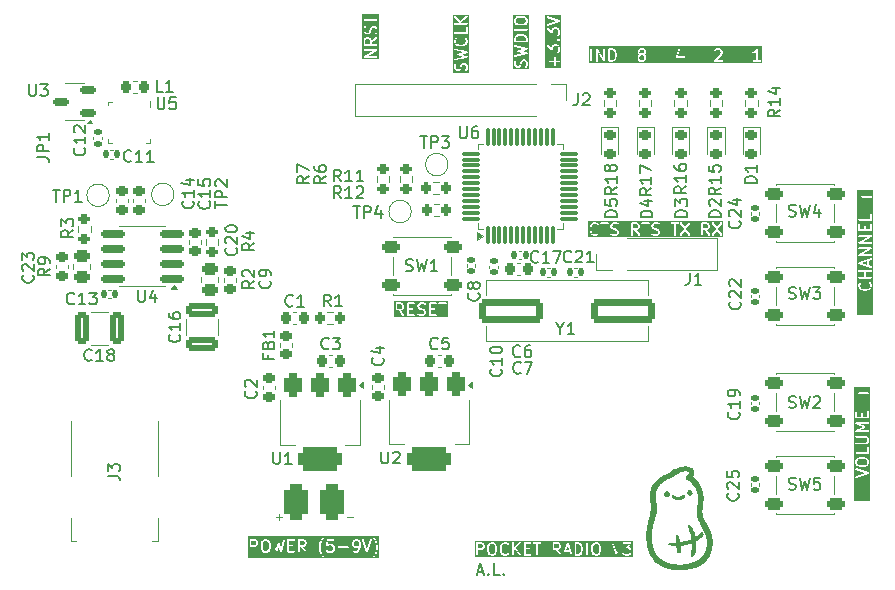
<source format=gto>
G04 #@! TF.GenerationSoftware,KiCad,Pcbnew,9.0.0*
G04 #@! TF.CreationDate,2025-08-07T23:08:42-07:00*
G04 #@! TF.ProjectId,pocket_radio_v3,706f636b-6574-45f7-9261-64696f5f7633,rev?*
G04 #@! TF.SameCoordinates,Original*
G04 #@! TF.FileFunction,Legend,Top*
G04 #@! TF.FilePolarity,Positive*
%FSLAX46Y46*%
G04 Gerber Fmt 4.6, Leading zero omitted, Abs format (unit mm)*
G04 Created by KiCad (PCBNEW 9.0.0) date 2025-08-07 23:08:42*
%MOMM*%
%LPD*%
G01*
G04 APERTURE LIST*
G04 Aperture macros list*
%AMRoundRect*
0 Rectangle with rounded corners*
0 $1 Rounding radius*
0 $2 $3 $4 $5 $6 $7 $8 $9 X,Y pos of 4 corners*
0 Add a 4 corners polygon primitive as box body*
4,1,4,$2,$3,$4,$5,$6,$7,$8,$9,$2,$3,0*
0 Add four circle primitives for the rounded corners*
1,1,$1+$1,$2,$3*
1,1,$1+$1,$4,$5*
1,1,$1+$1,$6,$7*
1,1,$1+$1,$8,$9*
0 Add four rect primitives between the rounded corners*
20,1,$1+$1,$2,$3,$4,$5,0*
20,1,$1+$1,$4,$5,$6,$7,0*
20,1,$1+$1,$6,$7,$8,$9,0*
20,1,$1+$1,$8,$9,$2,$3,0*%
G04 Aperture macros list end*
%ADD10C,0.150000*%
%ADD11C,0.120000*%
%ADD12C,0.000000*%
%ADD13RoundRect,0.200000X-0.200000X-0.275000X0.200000X-0.275000X0.200000X0.275000X-0.200000X0.275000X0*%
%ADD14RoundRect,0.200000X0.275000X-0.200000X0.275000X0.200000X-0.275000X0.200000X-0.275000X-0.200000X0*%
%ADD15RoundRect,0.140000X-0.170000X0.140000X-0.170000X-0.140000X0.170000X-0.140000X0.170000X0.140000X0*%
%ADD16R,1.700000X1.700000*%
%ADD17O,1.700000X1.700000*%
%ADD18RoundRect,0.150000X0.825000X0.150000X-0.825000X0.150000X-0.825000X-0.150000X0.825000X-0.150000X0*%
%ADD19RoundRect,0.250000X0.325000X1.100000X-0.325000X1.100000X-0.325000X-1.100000X0.325000X-1.100000X0*%
%ADD20RoundRect,0.150000X0.512500X0.150000X-0.512500X0.150000X-0.512500X-0.150000X0.512500X-0.150000X0*%
%ADD21RoundRect,0.200000X-0.275000X0.200000X-0.275000X-0.200000X0.275000X-0.200000X0.275000X0.200000X0*%
%ADD22C,3.200000*%
%ADD23RoundRect,0.500000X-0.500000X-1.000000X0.500000X-1.000000X0.500000X1.000000X-0.500000X1.000000X0*%
%ADD24RoundRect,0.300000X2.450000X0.700000X-2.450000X0.700000X-2.450000X-0.700000X2.450000X-0.700000X0*%
%ADD25RoundRect,0.140000X-0.140000X-0.170000X0.140000X-0.170000X0.140000X0.170000X-0.140000X0.170000X0*%
%ADD26RoundRect,0.250000X-0.525000X-0.250000X0.525000X-0.250000X0.525000X0.250000X-0.525000X0.250000X0*%
%ADD27RoundRect,0.218750X-0.256250X0.218750X-0.256250X-0.218750X0.256250X-0.218750X0.256250X0.218750X0*%
%ADD28RoundRect,0.250000X0.450000X-0.262500X0.450000X0.262500X-0.450000X0.262500X-0.450000X-0.262500X0*%
%ADD29RoundRect,0.250000X0.525000X0.250000X-0.525000X0.250000X-0.525000X-0.250000X0.525000X-0.250000X0*%
%ADD30R,0.340000X0.340000*%
%ADD31R,0.280000X0.610000*%
%ADD32R,0.610000X0.280000*%
%ADD33R,1.600000X1.600000*%
%ADD34RoundRect,0.250000X1.100000X-0.325000X1.100000X0.325000X-1.100000X0.325000X-1.100000X-0.325000X0*%
%ADD35RoundRect,0.218750X0.256250X-0.218750X0.256250X0.218750X-0.256250X0.218750X-0.256250X-0.218750X0*%
%ADD36RoundRect,0.225000X-0.250000X0.225000X-0.250000X-0.225000X0.250000X-0.225000X0.250000X0.225000X0*%
%ADD37RoundRect,0.375000X-0.375000X0.625000X-0.375000X-0.625000X0.375000X-0.625000X0.375000X0.625000X0*%
%ADD38RoundRect,0.500000X-1.400000X0.500000X-1.400000X-0.500000X1.400000X-0.500000X1.400000X0.500000X0*%
%ADD39RoundRect,0.225000X-0.225000X-0.250000X0.225000X-0.250000X0.225000X0.250000X-0.225000X0.250000X0*%
%ADD40RoundRect,0.225000X0.250000X-0.225000X0.250000X0.225000X-0.250000X0.225000X-0.250000X-0.225000X0*%
%ADD41RoundRect,0.218750X-0.218750X-0.256250X0.218750X-0.256250X0.218750X0.256250X-0.218750X0.256250X0*%
%ADD42C,1.500000*%
%ADD43C,1.200000*%
%ADD44C,2.540000*%
%ADD45RoundRect,0.140000X0.140000X0.170000X-0.140000X0.170000X-0.140000X-0.170000X0.140000X-0.170000X0*%
%ADD46RoundRect,0.200000X0.200000X0.275000X-0.200000X0.275000X-0.200000X-0.275000X0.200000X-0.275000X0*%
%ADD47RoundRect,0.075000X0.075000X-0.662500X0.075000X0.662500X-0.075000X0.662500X-0.075000X-0.662500X0*%
%ADD48RoundRect,0.075000X0.662500X-0.075000X0.662500X0.075000X-0.662500X0.075000X-0.662500X-0.075000X0*%
G04 APERTURE END LIST*
D10*
X139314160Y-115309104D02*
X139790350Y-115309104D01*
X139218922Y-115594819D02*
X139552255Y-114594819D01*
X139552255Y-114594819D02*
X139885588Y-115594819D01*
X140218922Y-115499580D02*
X140266541Y-115547200D01*
X140266541Y-115547200D02*
X140218922Y-115594819D01*
X140218922Y-115594819D02*
X140171303Y-115547200D01*
X140171303Y-115547200D02*
X140218922Y-115499580D01*
X140218922Y-115499580D02*
X140218922Y-115594819D01*
X141171302Y-115594819D02*
X140695112Y-115594819D01*
X140695112Y-115594819D02*
X140695112Y-114594819D01*
X141504636Y-115499580D02*
X141552255Y-115547200D01*
X141552255Y-115547200D02*
X141504636Y-115594819D01*
X141504636Y-115594819D02*
X141457017Y-115547200D01*
X141457017Y-115547200D02*
X141504636Y-115499580D01*
X141504636Y-115499580D02*
X141504636Y-115594819D01*
G36*
X140693542Y-112979077D02*
G01*
X140765484Y-113051019D01*
X140805826Y-113212386D01*
X140805826Y-113527251D01*
X140765484Y-113688617D01*
X140693541Y-113760561D01*
X140625026Y-113794819D01*
X140469960Y-113794819D01*
X140401444Y-113760561D01*
X140329501Y-113688617D01*
X140289160Y-113527251D01*
X140289160Y-113212386D01*
X140329501Y-113051019D01*
X140401444Y-112979077D01*
X140469960Y-112944819D01*
X140625026Y-112944819D01*
X140693542Y-112979077D01*
G37*
G36*
X147935551Y-112982990D02*
G01*
X148009664Y-113057103D01*
X148048157Y-113134090D01*
X148091541Y-113307624D01*
X148091541Y-113432013D01*
X148048157Y-113605547D01*
X148009663Y-113682534D01*
X147935551Y-113756647D01*
X147821038Y-113794819D01*
X147670113Y-113794819D01*
X147670113Y-112944819D01*
X147821038Y-112944819D01*
X147935551Y-112982990D01*
G37*
G36*
X149503066Y-112979077D02*
G01*
X149575008Y-113051019D01*
X149615350Y-113212386D01*
X149615350Y-113527251D01*
X149575008Y-113688617D01*
X149503065Y-113760561D01*
X149434550Y-113794819D01*
X149279484Y-113794819D01*
X149210968Y-113760561D01*
X149139025Y-113688617D01*
X149098684Y-113527251D01*
X149098684Y-113212386D01*
X149139025Y-113051019D01*
X149210968Y-112979077D01*
X149279484Y-112944819D01*
X149434550Y-112944819D01*
X149503066Y-112979077D01*
G37*
G36*
X146169733Y-112979077D02*
G01*
X146200140Y-113009484D01*
X146234398Y-113078000D01*
X146234398Y-113185447D01*
X146200140Y-113253963D01*
X146169733Y-113284370D01*
X146101217Y-113318628D01*
X145812970Y-113318628D01*
X145812970Y-112944819D01*
X146101217Y-112944819D01*
X146169733Y-112979077D01*
G37*
G36*
X147062484Y-113509104D02*
G01*
X146794408Y-113509104D01*
X146928446Y-113106989D01*
X147062484Y-113509104D01*
G37*
G36*
X139693542Y-112979077D02*
G01*
X139723949Y-113009484D01*
X139758207Y-113078000D01*
X139758207Y-113185447D01*
X139723949Y-113253963D01*
X139693542Y-113284370D01*
X139625026Y-113318628D01*
X139336779Y-113318628D01*
X139336779Y-112944819D01*
X139625026Y-112944819D01*
X139693542Y-112979077D01*
G37*
G36*
X152447890Y-114055930D02*
G01*
X139075668Y-114055930D01*
X139075668Y-112869819D01*
X139186779Y-112869819D01*
X139186779Y-113869819D01*
X139188220Y-113884451D01*
X139199419Y-113911487D01*
X139220111Y-113932179D01*
X139247147Y-113943378D01*
X139276411Y-113943378D01*
X139303447Y-113932179D01*
X139324139Y-113911487D01*
X139335338Y-113884451D01*
X139336779Y-113869819D01*
X139336779Y-113468628D01*
X139642731Y-113468628D01*
X139657363Y-113467187D01*
X139659852Y-113466155D01*
X139662540Y-113465965D01*
X139676272Y-113460710D01*
X139771510Y-113413091D01*
X139777809Y-113409126D01*
X139779637Y-113408369D01*
X139781693Y-113406680D01*
X139783953Y-113405259D01*
X139785252Y-113403760D01*
X139791002Y-113399042D01*
X139838621Y-113351423D01*
X139843339Y-113345673D01*
X139844838Y-113344374D01*
X139846259Y-113342114D01*
X139847948Y-113340058D01*
X139848705Y-113338230D01*
X139852670Y-113331931D01*
X139900289Y-113236693D01*
X139905544Y-113222962D01*
X139905735Y-113220272D01*
X139906766Y-113217784D01*
X139908207Y-113203152D01*
X140139160Y-113203152D01*
X140139160Y-113536485D01*
X140139411Y-113539038D01*
X140139249Y-113540131D01*
X140140058Y-113545604D01*
X140140601Y-113551117D01*
X140141023Y-113552138D01*
X140141399Y-113554675D01*
X140189018Y-113745151D01*
X140193965Y-113758997D01*
X140197284Y-113763476D01*
X140199418Y-113768628D01*
X140208746Y-113779994D01*
X140303984Y-113875233D01*
X140309734Y-113879953D01*
X140311033Y-113881450D01*
X140313287Y-113882869D01*
X140315349Y-113884561D01*
X140317181Y-113885319D01*
X140323476Y-113889282D01*
X140418714Y-113936901D01*
X140432445Y-113942156D01*
X140435134Y-113942347D01*
X140437623Y-113943378D01*
X140452255Y-113944819D01*
X140642731Y-113944819D01*
X140657363Y-113943378D01*
X140659852Y-113942346D01*
X140662540Y-113942156D01*
X140676272Y-113936901D01*
X140771510Y-113889282D01*
X140777809Y-113885317D01*
X140779637Y-113884560D01*
X140781693Y-113882871D01*
X140783953Y-113881450D01*
X140785252Y-113879951D01*
X140791002Y-113875233D01*
X140886241Y-113779993D01*
X140895568Y-113768628D01*
X140897701Y-113763476D01*
X140901021Y-113758997D01*
X140905968Y-113745151D01*
X140953587Y-113554675D01*
X140953962Y-113552138D01*
X140954385Y-113551117D01*
X140954927Y-113545604D01*
X140955737Y-113540131D01*
X140955574Y-113539038D01*
X140955826Y-113536485D01*
X140955826Y-113298390D01*
X141186779Y-113298390D01*
X141186779Y-113441247D01*
X141187030Y-113443800D01*
X141186868Y-113444893D01*
X141187677Y-113450366D01*
X141188220Y-113455879D01*
X141188642Y-113456900D01*
X141189018Y-113459437D01*
X141236637Y-113649913D01*
X141237022Y-113650992D01*
X141237061Y-113651532D01*
X141239388Y-113657613D01*
X141241584Y-113663759D01*
X141241906Y-113664194D01*
X141242316Y-113665264D01*
X141289935Y-113760502D01*
X141293898Y-113766798D01*
X141294656Y-113768628D01*
X141296345Y-113770686D01*
X141297767Y-113772945D01*
X141299265Y-113774244D01*
X141303984Y-113779994D01*
X141399222Y-113875233D01*
X141410587Y-113884561D01*
X141413077Y-113885592D01*
X141415112Y-113887357D01*
X141428538Y-113893351D01*
X141571394Y-113940970D01*
X141578649Y-113942619D01*
X141580480Y-113943378D01*
X141583133Y-113943639D01*
X141585731Y-113944230D01*
X141587705Y-113944089D01*
X141595112Y-113944819D01*
X141690350Y-113944819D01*
X141697755Y-113944089D01*
X141699730Y-113944230D01*
X141702327Y-113943639D01*
X141704982Y-113943378D01*
X141706813Y-113942619D01*
X141714067Y-113940970D01*
X141856924Y-113893351D01*
X141870349Y-113887357D01*
X141872384Y-113885591D01*
X141874875Y-113884560D01*
X141886241Y-113875232D01*
X141933859Y-113827613D01*
X141943187Y-113816247D01*
X141954385Y-113789211D01*
X141954385Y-113759948D01*
X141943186Y-113732912D01*
X141922493Y-113712219D01*
X141895457Y-113701021D01*
X141866194Y-113701021D01*
X141839158Y-113712220D01*
X141827792Y-113721548D01*
X141792693Y-113756647D01*
X141678180Y-113794819D01*
X141607282Y-113794819D01*
X141492769Y-113756648D01*
X141418656Y-113682534D01*
X141380162Y-113605547D01*
X141336779Y-113432013D01*
X141336779Y-113307624D01*
X141380162Y-113134090D01*
X141418656Y-113057103D01*
X141492769Y-112982990D01*
X141607282Y-112944819D01*
X141678180Y-112944819D01*
X141792693Y-112982990D01*
X141827793Y-113018090D01*
X141839158Y-113027417D01*
X141866194Y-113038616D01*
X141895457Y-113038616D01*
X141922493Y-113027417D01*
X141943186Y-113006724D01*
X141954385Y-112979688D01*
X141954385Y-112950425D01*
X141943186Y-112923389D01*
X141933859Y-112912024D01*
X141891654Y-112869819D01*
X142234398Y-112869819D01*
X142234398Y-113869819D01*
X142235839Y-113884451D01*
X142247038Y-113911487D01*
X142267730Y-113932179D01*
X142294766Y-113943378D01*
X142324030Y-113943378D01*
X142351066Y-113932179D01*
X142371758Y-113911487D01*
X142382957Y-113884451D01*
X142384398Y-113869819D01*
X142384398Y-113472313D01*
X142444140Y-113412570D01*
X142820826Y-113914819D01*
X142830758Y-113925660D01*
X142855939Y-113940570D01*
X142884908Y-113944708D01*
X142913256Y-113937446D01*
X142936667Y-113919887D01*
X142951576Y-113894706D01*
X142955715Y-113865738D01*
X142948453Y-113837389D01*
X142940826Y-113824819D01*
X142551283Y-113305427D01*
X142933859Y-112922852D01*
X142943186Y-112911487D01*
X142954385Y-112884451D01*
X142954385Y-112869819D01*
X143234398Y-112869819D01*
X143234398Y-113869819D01*
X143235839Y-113884451D01*
X143247038Y-113911487D01*
X143267730Y-113932179D01*
X143294766Y-113943378D01*
X143309398Y-113944819D01*
X143785588Y-113944819D01*
X143800220Y-113943378D01*
X143827256Y-113932179D01*
X143847948Y-113911487D01*
X143859147Y-113884451D01*
X143859147Y-113855187D01*
X143847948Y-113828151D01*
X143827256Y-113807459D01*
X143800220Y-113796260D01*
X143785588Y-113794819D01*
X143384398Y-113794819D01*
X143384398Y-113421009D01*
X143642731Y-113421009D01*
X143657363Y-113419568D01*
X143684399Y-113408369D01*
X143705091Y-113387677D01*
X143716290Y-113360641D01*
X143716290Y-113331377D01*
X143705091Y-113304341D01*
X143684399Y-113283649D01*
X143657363Y-113272450D01*
X143642731Y-113271009D01*
X143384398Y-113271009D01*
X143384398Y-112944819D01*
X143785588Y-112944819D01*
X143800220Y-112943378D01*
X143827256Y-112932179D01*
X143847948Y-112911487D01*
X143859147Y-112884451D01*
X143859147Y-112855187D01*
X143997744Y-112855187D01*
X143997744Y-112884451D01*
X144008943Y-112911487D01*
X144029635Y-112932179D01*
X144056671Y-112943378D01*
X144071303Y-112944819D01*
X144282017Y-112944819D01*
X144282017Y-113869819D01*
X144283458Y-113884451D01*
X144294657Y-113911487D01*
X144315349Y-113932179D01*
X144342385Y-113943378D01*
X144371649Y-113943378D01*
X144398685Y-113932179D01*
X144419377Y-113911487D01*
X144430576Y-113884451D01*
X144432017Y-113869819D01*
X144432017Y-112944819D01*
X144642731Y-112944819D01*
X144657363Y-112943378D01*
X144684399Y-112932179D01*
X144705091Y-112911487D01*
X144716290Y-112884451D01*
X144716290Y-112869819D01*
X145662970Y-112869819D01*
X145662970Y-113869819D01*
X145664411Y-113884451D01*
X145675610Y-113911487D01*
X145696302Y-113932179D01*
X145723338Y-113943378D01*
X145752602Y-113943378D01*
X145779638Y-113932179D01*
X145800330Y-113911487D01*
X145811529Y-113884451D01*
X145812970Y-113869819D01*
X145812970Y-113468628D01*
X145937016Y-113468628D01*
X146247956Y-113912829D01*
X146257527Y-113923989D01*
X146282206Y-113939716D01*
X146311023Y-113944802D01*
X146339594Y-113938472D01*
X146363568Y-113921690D01*
X146379295Y-113897012D01*
X146384380Y-113868194D01*
X146382662Y-113860439D01*
X146520702Y-113860439D01*
X146522777Y-113889629D01*
X146535863Y-113915802D01*
X146557970Y-113934976D01*
X146585733Y-113944230D01*
X146614923Y-113942155D01*
X146641096Y-113929069D01*
X146660270Y-113906962D01*
X146666264Y-113893536D01*
X146744408Y-113659104D01*
X147112484Y-113659104D01*
X147190628Y-113893536D01*
X147196622Y-113906961D01*
X147215796Y-113929068D01*
X147241969Y-113942155D01*
X147271159Y-113944230D01*
X147298921Y-113934976D01*
X147321029Y-113915802D01*
X147334115Y-113889628D01*
X147336190Y-113860438D01*
X147332930Y-113846102D01*
X147007503Y-112869819D01*
X147520113Y-112869819D01*
X147520113Y-113869819D01*
X147521554Y-113884451D01*
X147532753Y-113911487D01*
X147553445Y-113932179D01*
X147580481Y-113943378D01*
X147595113Y-113944819D01*
X147833208Y-113944819D01*
X147840613Y-113944089D01*
X147842588Y-113944230D01*
X147845185Y-113943639D01*
X147847840Y-113943378D01*
X147849671Y-113942619D01*
X147856925Y-113940970D01*
X147999782Y-113893351D01*
X148013207Y-113887357D01*
X148015242Y-113885591D01*
X148017733Y-113884560D01*
X148029098Y-113875233D01*
X148124337Y-113779993D01*
X148129054Y-113774244D01*
X148130553Y-113772945D01*
X148131974Y-113770686D01*
X148133664Y-113768628D01*
X148134421Y-113766798D01*
X148138385Y-113760502D01*
X148186004Y-113665264D01*
X148186413Y-113664194D01*
X148186736Y-113663759D01*
X148188928Y-113657622D01*
X148191259Y-113651533D01*
X148191297Y-113650992D01*
X148191683Y-113649913D01*
X148239302Y-113459437D01*
X148239677Y-113456900D01*
X148240100Y-113455879D01*
X148240642Y-113450366D01*
X148241452Y-113444893D01*
X148241289Y-113443800D01*
X148241541Y-113441247D01*
X148241541Y-113298390D01*
X148241289Y-113295836D01*
X148241452Y-113294744D01*
X148240642Y-113289270D01*
X148240100Y-113283758D01*
X148239677Y-113282736D01*
X148239302Y-113280200D01*
X148191683Y-113089724D01*
X148191297Y-113088644D01*
X148191259Y-113088104D01*
X148188928Y-113082014D01*
X148186736Y-113075878D01*
X148186413Y-113075442D01*
X148186004Y-113074373D01*
X148138385Y-112979135D01*
X148134422Y-112972840D01*
X148133664Y-112971008D01*
X148131972Y-112968946D01*
X148130553Y-112966692D01*
X148129056Y-112965393D01*
X148124336Y-112959643D01*
X148034512Y-112869819D01*
X148520113Y-112869819D01*
X148520113Y-113869819D01*
X148521554Y-113884451D01*
X148532753Y-113911487D01*
X148553445Y-113932179D01*
X148580481Y-113943378D01*
X148609745Y-113943378D01*
X148636781Y-113932179D01*
X148657473Y-113911487D01*
X148668672Y-113884451D01*
X148670113Y-113869819D01*
X148670113Y-113203152D01*
X148948684Y-113203152D01*
X148948684Y-113536485D01*
X148948935Y-113539038D01*
X148948773Y-113540131D01*
X148949582Y-113545604D01*
X148950125Y-113551117D01*
X148950547Y-113552138D01*
X148950923Y-113554675D01*
X148998542Y-113745151D01*
X149003489Y-113758997D01*
X149006808Y-113763476D01*
X149008942Y-113768628D01*
X149018270Y-113779994D01*
X149113508Y-113875233D01*
X149119258Y-113879953D01*
X149120557Y-113881450D01*
X149122811Y-113882869D01*
X149124873Y-113884561D01*
X149126705Y-113885319D01*
X149133000Y-113889282D01*
X149228238Y-113936901D01*
X149241969Y-113942156D01*
X149244658Y-113942347D01*
X149247147Y-113943378D01*
X149261779Y-113944819D01*
X149452255Y-113944819D01*
X149466887Y-113943378D01*
X149469376Y-113942346D01*
X149472064Y-113942156D01*
X149485796Y-113936901D01*
X149581034Y-113889282D01*
X149587333Y-113885317D01*
X149589161Y-113884560D01*
X149591217Y-113882871D01*
X149593477Y-113881450D01*
X149594776Y-113879951D01*
X149600526Y-113875233D01*
X149695765Y-113779993D01*
X149705092Y-113768628D01*
X149707225Y-113763476D01*
X149710545Y-113758997D01*
X149715492Y-113745151D01*
X149763111Y-113554675D01*
X149763486Y-113552138D01*
X149763909Y-113551117D01*
X149764451Y-113545604D01*
X149765261Y-113540131D01*
X149765098Y-113539038D01*
X149765350Y-113536485D01*
X149765350Y-113203152D01*
X149765098Y-113200598D01*
X149765261Y-113199506D01*
X149764451Y-113194032D01*
X149763909Y-113188520D01*
X149763486Y-113187498D01*
X149763111Y-113184962D01*
X149715492Y-112994486D01*
X149710545Y-112980640D01*
X149707226Y-112976161D01*
X149705092Y-112971008D01*
X149695764Y-112959643D01*
X149615320Y-112879199D01*
X150663559Y-112879199D01*
X150666819Y-112893536D01*
X151000152Y-113893536D01*
X151006146Y-113906961D01*
X151009656Y-113911008D01*
X151012053Y-113915802D01*
X151019161Y-113921967D01*
X151025320Y-113929068D01*
X151030109Y-113931462D01*
X151034160Y-113934976D01*
X151043085Y-113937950D01*
X151051493Y-113942155D01*
X151056837Y-113942534D01*
X151061923Y-113944230D01*
X151071303Y-113943563D01*
X151080683Y-113944230D01*
X151085768Y-113942534D01*
X151091113Y-113942155D01*
X151099523Y-113937949D01*
X151108445Y-113934976D01*
X151112492Y-113931465D01*
X151117286Y-113929069D01*
X151123449Y-113921963D01*
X151130553Y-113915802D01*
X151132948Y-113911010D01*
X151136460Y-113906962D01*
X151142454Y-113893536D01*
X151475787Y-112893536D01*
X151479047Y-112879200D01*
X151477340Y-112855187D01*
X151569173Y-112855187D01*
X151569173Y-112884451D01*
X151580372Y-112911487D01*
X151601064Y-112932179D01*
X151628100Y-112943378D01*
X151642732Y-112944819D01*
X152096497Y-112944819D01*
X151872003Y-113201383D01*
X151867481Y-113207707D01*
X151866086Y-113209103D01*
X151865537Y-113210426D01*
X151863452Y-113213344D01*
X151859550Y-113224881D01*
X151854887Y-113236139D01*
X151854887Y-113238669D01*
X151854077Y-113241065D01*
X151854887Y-113253218D01*
X151854887Y-113265403D01*
X151855854Y-113267739D01*
X151856023Y-113270263D01*
X151861425Y-113281188D01*
X151866086Y-113292439D01*
X151867872Y-113294225D01*
X151868995Y-113296495D01*
X151878167Y-113304520D01*
X151886778Y-113313131D01*
X151889114Y-113314099D01*
X151891019Y-113315765D01*
X151902556Y-113319666D01*
X151913814Y-113324330D01*
X151917384Y-113324681D01*
X151918740Y-113325140D01*
X151920707Y-113325008D01*
X151928446Y-113325771D01*
X152053598Y-113325771D01*
X152122114Y-113360029D01*
X152152521Y-113390436D01*
X152186779Y-113458952D01*
X152186779Y-113661637D01*
X152152520Y-113730153D01*
X152122113Y-113760561D01*
X152053598Y-113794819D01*
X151803294Y-113794819D01*
X151734778Y-113760561D01*
X151695766Y-113721548D01*
X151684400Y-113712220D01*
X151657364Y-113701021D01*
X151628101Y-113701021D01*
X151601065Y-113712219D01*
X151580372Y-113732912D01*
X151569173Y-113759948D01*
X151569173Y-113789211D01*
X151580371Y-113816247D01*
X151589698Y-113827612D01*
X151637317Y-113875232D01*
X151643066Y-113879950D01*
X151644367Y-113881450D01*
X151646626Y-113882872D01*
X151648683Y-113884560D01*
X151650510Y-113885317D01*
X151656810Y-113889282D01*
X151752048Y-113936901D01*
X151765779Y-113942156D01*
X151768468Y-113942347D01*
X151770957Y-113943378D01*
X151785589Y-113944819D01*
X152071303Y-113944819D01*
X152085935Y-113943378D01*
X152088424Y-113942346D01*
X152091112Y-113942156D01*
X152104844Y-113936901D01*
X152200082Y-113889282D01*
X152206381Y-113885317D01*
X152208209Y-113884560D01*
X152210265Y-113882872D01*
X152212525Y-113881450D01*
X152213825Y-113879950D01*
X152219575Y-113875232D01*
X152267193Y-113827613D01*
X152271911Y-113821863D01*
X152273410Y-113820564D01*
X152274831Y-113818305D01*
X152276521Y-113816247D01*
X152277278Y-113814417D01*
X152281242Y-113808121D01*
X152328861Y-113712883D01*
X152334116Y-113699152D01*
X152334307Y-113696462D01*
X152335338Y-113693974D01*
X152336779Y-113679342D01*
X152336779Y-113441247D01*
X152335338Y-113426615D01*
X152334307Y-113424126D01*
X152334116Y-113421437D01*
X152328861Y-113407706D01*
X152281242Y-113312468D01*
X152277277Y-113306168D01*
X152276520Y-113304341D01*
X152274831Y-113302284D01*
X152273410Y-113300025D01*
X152271911Y-113298725D01*
X152267193Y-113292976D01*
X152219574Y-113245357D01*
X152213824Y-113240638D01*
X152212525Y-113239140D01*
X152210265Y-113237718D01*
X152208209Y-113236030D01*
X152206381Y-113235272D01*
X152200082Y-113231308D01*
X152104844Y-113183689D01*
X152091326Y-113178516D01*
X152318222Y-112919207D01*
X152322743Y-112912882D01*
X152324139Y-112911487D01*
X152324687Y-112910163D01*
X152326773Y-112907246D01*
X152330674Y-112895708D01*
X152335338Y-112884451D01*
X152335338Y-112881920D01*
X152336148Y-112879525D01*
X152335338Y-112867371D01*
X152335338Y-112855187D01*
X152334370Y-112852850D01*
X152334202Y-112850327D01*
X152328799Y-112839401D01*
X152324139Y-112828151D01*
X152322352Y-112826364D01*
X152321230Y-112824095D01*
X152312057Y-112816069D01*
X152303447Y-112807459D01*
X152301110Y-112806490D01*
X152299206Y-112804825D01*
X152287668Y-112800923D01*
X152276411Y-112796260D01*
X152272840Y-112795908D01*
X152271485Y-112795450D01*
X152269517Y-112795581D01*
X152261779Y-112794819D01*
X151642732Y-112794819D01*
X151628100Y-112796260D01*
X151601064Y-112807459D01*
X151580372Y-112828151D01*
X151569173Y-112855187D01*
X151477340Y-112855187D01*
X151476972Y-112850010D01*
X151463886Y-112823836D01*
X151441778Y-112804662D01*
X151414016Y-112795408D01*
X151384826Y-112797483D01*
X151358653Y-112810570D01*
X151339479Y-112832677D01*
X151333485Y-112846102D01*
X151071303Y-113632648D01*
X150809121Y-112846102D01*
X150803127Y-112832676D01*
X150783953Y-112810569D01*
X150757780Y-112797483D01*
X150728590Y-112795408D01*
X150700827Y-112804662D01*
X150678720Y-112823836D01*
X150665634Y-112850009D01*
X150663559Y-112879199D01*
X149615320Y-112879199D01*
X149600526Y-112864405D01*
X149594776Y-112859686D01*
X149593477Y-112858188D01*
X149591217Y-112856766D01*
X149589161Y-112855078D01*
X149587333Y-112854320D01*
X149581034Y-112850356D01*
X149485796Y-112802737D01*
X149472064Y-112797482D01*
X149469376Y-112797291D01*
X149466887Y-112796260D01*
X149452255Y-112794819D01*
X149261779Y-112794819D01*
X149247147Y-112796260D01*
X149244658Y-112797290D01*
X149241969Y-112797482D01*
X149228238Y-112802737D01*
X149133000Y-112850356D01*
X149126705Y-112854318D01*
X149124873Y-112855077D01*
X149122811Y-112856768D01*
X149120557Y-112858188D01*
X149119258Y-112859684D01*
X149113508Y-112864405D01*
X149018270Y-112959643D01*
X149008943Y-112971008D01*
X149006809Y-112976158D01*
X149003489Y-112980640D01*
X148998542Y-112994486D01*
X148950923Y-113184962D01*
X148950547Y-113187498D01*
X148950125Y-113188520D01*
X148949582Y-113194032D01*
X148948773Y-113199506D01*
X148948935Y-113200598D01*
X148948684Y-113203152D01*
X148670113Y-113203152D01*
X148670113Y-112869819D01*
X148668672Y-112855187D01*
X148657473Y-112828151D01*
X148636781Y-112807459D01*
X148609745Y-112796260D01*
X148580481Y-112796260D01*
X148553445Y-112807459D01*
X148532753Y-112828151D01*
X148521554Y-112855187D01*
X148520113Y-112869819D01*
X148034512Y-112869819D01*
X148029098Y-112864405D01*
X148017733Y-112855078D01*
X148015242Y-112854046D01*
X148013207Y-112852281D01*
X147999782Y-112846287D01*
X147856925Y-112798668D01*
X147849671Y-112797018D01*
X147847840Y-112796260D01*
X147845185Y-112795998D01*
X147842588Y-112795408D01*
X147840613Y-112795548D01*
X147833208Y-112794819D01*
X147595113Y-112794819D01*
X147580481Y-112796260D01*
X147553445Y-112807459D01*
X147532753Y-112828151D01*
X147521554Y-112855187D01*
X147520113Y-112869819D01*
X147007503Y-112869819D01*
X146999597Y-112846102D01*
X146993603Y-112832676D01*
X146990091Y-112828627D01*
X146987696Y-112823836D01*
X146980592Y-112817674D01*
X146974429Y-112810569D01*
X146969635Y-112808172D01*
X146965588Y-112804662D01*
X146956666Y-112801688D01*
X146948256Y-112797483D01*
X146942911Y-112797103D01*
X146937826Y-112795408D01*
X146928446Y-112796074D01*
X146919066Y-112795408D01*
X146913980Y-112797103D01*
X146908636Y-112797483D01*
X146900228Y-112801687D01*
X146891303Y-112804662D01*
X146887252Y-112808175D01*
X146882463Y-112810570D01*
X146876304Y-112817670D01*
X146869196Y-112823836D01*
X146866799Y-112828629D01*
X146863289Y-112832677D01*
X146857295Y-112846102D01*
X146523962Y-113846102D01*
X146520702Y-113860439D01*
X146382662Y-113860439D01*
X146378051Y-113839623D01*
X146370841Y-113826810D01*
X146120037Y-113468518D01*
X146133554Y-113467187D01*
X146136043Y-113466155D01*
X146138731Y-113465965D01*
X146152463Y-113460710D01*
X146247701Y-113413091D01*
X146254000Y-113409126D01*
X146255828Y-113408369D01*
X146257884Y-113406680D01*
X146260144Y-113405259D01*
X146261443Y-113403760D01*
X146267193Y-113399042D01*
X146314812Y-113351423D01*
X146319530Y-113345673D01*
X146321029Y-113344374D01*
X146322450Y-113342114D01*
X146324139Y-113340058D01*
X146324896Y-113338230D01*
X146328861Y-113331931D01*
X146376480Y-113236693D01*
X146381735Y-113222962D01*
X146381926Y-113220272D01*
X146382957Y-113217784D01*
X146384398Y-113203152D01*
X146384398Y-113060295D01*
X146382957Y-113045663D01*
X146381926Y-113043174D01*
X146381735Y-113040485D01*
X146376480Y-113026754D01*
X146328861Y-112931516D01*
X146324896Y-112925216D01*
X146324139Y-112923389D01*
X146322450Y-112921332D01*
X146321029Y-112919073D01*
X146319530Y-112917773D01*
X146314812Y-112912024D01*
X146267193Y-112864405D01*
X146261443Y-112859686D01*
X146260144Y-112858188D01*
X146257884Y-112856766D01*
X146255828Y-112855078D01*
X146254000Y-112854320D01*
X146247701Y-112850356D01*
X146152463Y-112802737D01*
X146138731Y-112797482D01*
X146136043Y-112797291D01*
X146133554Y-112796260D01*
X146118922Y-112794819D01*
X145737970Y-112794819D01*
X145723338Y-112796260D01*
X145696302Y-112807459D01*
X145675610Y-112828151D01*
X145664411Y-112855187D01*
X145662970Y-112869819D01*
X144716290Y-112869819D01*
X144716290Y-112855187D01*
X144705091Y-112828151D01*
X144684399Y-112807459D01*
X144657363Y-112796260D01*
X144642731Y-112794819D01*
X144071303Y-112794819D01*
X144056671Y-112796260D01*
X144029635Y-112807459D01*
X144008943Y-112828151D01*
X143997744Y-112855187D01*
X143859147Y-112855187D01*
X143847948Y-112828151D01*
X143827256Y-112807459D01*
X143800220Y-112796260D01*
X143785588Y-112794819D01*
X143309398Y-112794819D01*
X143294766Y-112796260D01*
X143267730Y-112807459D01*
X143247038Y-112828151D01*
X143235839Y-112855187D01*
X143234398Y-112869819D01*
X142954385Y-112869819D01*
X142954385Y-112855188D01*
X142943186Y-112828151D01*
X142922494Y-112807459D01*
X142895457Y-112796260D01*
X142866194Y-112796260D01*
X142839158Y-112807459D01*
X142827793Y-112816786D01*
X142384398Y-113260181D01*
X142384398Y-112869819D01*
X142382957Y-112855187D01*
X142371758Y-112828151D01*
X142351066Y-112807459D01*
X142324030Y-112796260D01*
X142294766Y-112796260D01*
X142267730Y-112807459D01*
X142247038Y-112828151D01*
X142235839Y-112855187D01*
X142234398Y-112869819D01*
X141891654Y-112869819D01*
X141886240Y-112864405D01*
X141874875Y-112855078D01*
X141872384Y-112854046D01*
X141870349Y-112852281D01*
X141856924Y-112846287D01*
X141714067Y-112798668D01*
X141706813Y-112797018D01*
X141704982Y-112796260D01*
X141702327Y-112795998D01*
X141699730Y-112795408D01*
X141697755Y-112795548D01*
X141690350Y-112794819D01*
X141595112Y-112794819D01*
X141587705Y-112795548D01*
X141585731Y-112795408D01*
X141583133Y-112795998D01*
X141580480Y-112796260D01*
X141578649Y-112797018D01*
X141571394Y-112798668D01*
X141428538Y-112846287D01*
X141415112Y-112852281D01*
X141413077Y-112854045D01*
X141410587Y-112855077D01*
X141399222Y-112864405D01*
X141303984Y-112959643D01*
X141299265Y-112965392D01*
X141297767Y-112966692D01*
X141296345Y-112968951D01*
X141294657Y-112971008D01*
X141293899Y-112972835D01*
X141289935Y-112979135D01*
X141242316Y-113074373D01*
X141241906Y-113075442D01*
X141241584Y-113075878D01*
X141239388Y-113082023D01*
X141237061Y-113088105D01*
X141237022Y-113088644D01*
X141236637Y-113089724D01*
X141189018Y-113280200D01*
X141188642Y-113282736D01*
X141188220Y-113283758D01*
X141187677Y-113289270D01*
X141186868Y-113294744D01*
X141187030Y-113295836D01*
X141186779Y-113298390D01*
X140955826Y-113298390D01*
X140955826Y-113203152D01*
X140955574Y-113200598D01*
X140955737Y-113199506D01*
X140954927Y-113194032D01*
X140954385Y-113188520D01*
X140953962Y-113187498D01*
X140953587Y-113184962D01*
X140905968Y-112994486D01*
X140901021Y-112980640D01*
X140897702Y-112976161D01*
X140895568Y-112971008D01*
X140886240Y-112959643D01*
X140791002Y-112864405D01*
X140785252Y-112859686D01*
X140783953Y-112858188D01*
X140781693Y-112856766D01*
X140779637Y-112855078D01*
X140777809Y-112854320D01*
X140771510Y-112850356D01*
X140676272Y-112802737D01*
X140662540Y-112797482D01*
X140659852Y-112797291D01*
X140657363Y-112796260D01*
X140642731Y-112794819D01*
X140452255Y-112794819D01*
X140437623Y-112796260D01*
X140435134Y-112797290D01*
X140432445Y-112797482D01*
X140418714Y-112802737D01*
X140323476Y-112850356D01*
X140317181Y-112854318D01*
X140315349Y-112855077D01*
X140313287Y-112856768D01*
X140311033Y-112858188D01*
X140309734Y-112859684D01*
X140303984Y-112864405D01*
X140208746Y-112959643D01*
X140199419Y-112971008D01*
X140197285Y-112976158D01*
X140193965Y-112980640D01*
X140189018Y-112994486D01*
X140141399Y-113184962D01*
X140141023Y-113187498D01*
X140140601Y-113188520D01*
X140140058Y-113194032D01*
X140139249Y-113199506D01*
X140139411Y-113200598D01*
X140139160Y-113203152D01*
X139908207Y-113203152D01*
X139908207Y-113060295D01*
X139906766Y-113045663D01*
X139905735Y-113043174D01*
X139905544Y-113040485D01*
X139900289Y-113026754D01*
X139852670Y-112931516D01*
X139848705Y-112925216D01*
X139847948Y-112923389D01*
X139846259Y-112921332D01*
X139844838Y-112919073D01*
X139843339Y-112917773D01*
X139838621Y-112912024D01*
X139791002Y-112864405D01*
X139785252Y-112859686D01*
X139783953Y-112858188D01*
X139781693Y-112856766D01*
X139779637Y-112855078D01*
X139777809Y-112854320D01*
X139771510Y-112850356D01*
X139676272Y-112802737D01*
X139662540Y-112797482D01*
X139659852Y-112797291D01*
X139657363Y-112796260D01*
X139642731Y-112794819D01*
X139261779Y-112794819D01*
X139247147Y-112796260D01*
X139220111Y-112807459D01*
X139199419Y-112828151D01*
X139188220Y-112855187D01*
X139186779Y-112869819D01*
X139075668Y-112869819D01*
X139075668Y-112683708D01*
X152447890Y-112683708D01*
X152447890Y-114055930D01*
G37*
G36*
X152819733Y-85904077D02*
G01*
X152850140Y-85934484D01*
X152884398Y-86003000D01*
X152884398Y-86110447D01*
X152850140Y-86178963D01*
X152819733Y-86209370D01*
X152751217Y-86243628D01*
X152462970Y-86243628D01*
X152462970Y-85869819D01*
X152751217Y-85869819D01*
X152819733Y-85904077D01*
G37*
G36*
X158772115Y-85904077D02*
G01*
X158802522Y-85934484D01*
X158836780Y-86003000D01*
X158836780Y-86110447D01*
X158802522Y-86178963D01*
X158772115Y-86209370D01*
X158703599Y-86243628D01*
X158415352Y-86243628D01*
X158415352Y-85869819D01*
X158703599Y-85869819D01*
X158772115Y-85904077D01*
G37*
G36*
X160097891Y-86980930D02*
G01*
X148678049Y-86980930D01*
X148678049Y-86223390D01*
X148789160Y-86223390D01*
X148789160Y-86366247D01*
X148789411Y-86368800D01*
X148789249Y-86369893D01*
X148790058Y-86375366D01*
X148790601Y-86380879D01*
X148791023Y-86381900D01*
X148791399Y-86384437D01*
X148839018Y-86574913D01*
X148839403Y-86575992D01*
X148839442Y-86576532D01*
X148841769Y-86582613D01*
X148843965Y-86588759D01*
X148844287Y-86589194D01*
X148844697Y-86590264D01*
X148892316Y-86685502D01*
X148896279Y-86691798D01*
X148897037Y-86693628D01*
X148898726Y-86695686D01*
X148900148Y-86697945D01*
X148901646Y-86699244D01*
X148906365Y-86704994D01*
X149001603Y-86800233D01*
X149012968Y-86809561D01*
X149015458Y-86810592D01*
X149017493Y-86812357D01*
X149030919Y-86818351D01*
X149173775Y-86865970D01*
X149181030Y-86867619D01*
X149182861Y-86868378D01*
X149185514Y-86868639D01*
X149188112Y-86869230D01*
X149190086Y-86869089D01*
X149197493Y-86869819D01*
X149292731Y-86869819D01*
X149300136Y-86869089D01*
X149302111Y-86869230D01*
X149304708Y-86868639D01*
X149307363Y-86868378D01*
X149309194Y-86867619D01*
X149316448Y-86865970D01*
X149459305Y-86818351D01*
X149472730Y-86812357D01*
X149474765Y-86810591D01*
X149477256Y-86809560D01*
X149488622Y-86800232D01*
X149536240Y-86752613D01*
X149545568Y-86741247D01*
X149556766Y-86714211D01*
X149556766Y-86684948D01*
X149545567Y-86657912D01*
X149524874Y-86637219D01*
X149497838Y-86626021D01*
X149468575Y-86626021D01*
X149441539Y-86637220D01*
X149430173Y-86646548D01*
X149395074Y-86681647D01*
X149280561Y-86719819D01*
X149209663Y-86719819D01*
X149095150Y-86681648D01*
X149021037Y-86607534D01*
X148982543Y-86530547D01*
X148939160Y-86357013D01*
X148939160Y-86232624D01*
X148982543Y-86059090D01*
X149021037Y-85982103D01*
X149095150Y-85907990D01*
X149209663Y-85869819D01*
X149280561Y-85869819D01*
X149395074Y-85907990D01*
X149430174Y-85943090D01*
X149441539Y-85952417D01*
X149468575Y-85963616D01*
X149497838Y-85963616D01*
X149524874Y-85952417D01*
X149545567Y-85931724D01*
X149556766Y-85904688D01*
X149556766Y-85875425D01*
X149545567Y-85848389D01*
X149536240Y-85837024D01*
X149488621Y-85789405D01*
X149477389Y-85780187D01*
X149695363Y-85780187D01*
X149695363Y-85809451D01*
X149706562Y-85836487D01*
X149727254Y-85857179D01*
X149754290Y-85868378D01*
X149768922Y-85869819D01*
X149979636Y-85869819D01*
X149979636Y-86794819D01*
X149981077Y-86809451D01*
X149992276Y-86836487D01*
X150012968Y-86857179D01*
X150040004Y-86868378D01*
X150069268Y-86868378D01*
X150096304Y-86857179D01*
X150116996Y-86836487D01*
X150128195Y-86809451D01*
X150129636Y-86794819D01*
X150129636Y-85985295D01*
X150551065Y-85985295D01*
X150551065Y-86080533D01*
X150552506Y-86095165D01*
X150553537Y-86097654D01*
X150553728Y-86100342D01*
X150558983Y-86114074D01*
X150606602Y-86209312D01*
X150610566Y-86215611D01*
X150611324Y-86217439D01*
X150613012Y-86219495D01*
X150614434Y-86221755D01*
X150615932Y-86223054D01*
X150620651Y-86228804D01*
X150668270Y-86276423D01*
X150674019Y-86281141D01*
X150675319Y-86282640D01*
X150677578Y-86284061D01*
X150679635Y-86285750D01*
X150681462Y-86286507D01*
X150687762Y-86290472D01*
X150783000Y-86338091D01*
X150784069Y-86338500D01*
X150784505Y-86338823D01*
X150790641Y-86341015D01*
X150796731Y-86343346D01*
X150797271Y-86343384D01*
X150798351Y-86343770D01*
X150980841Y-86389392D01*
X151057828Y-86427886D01*
X151088235Y-86458293D01*
X151122493Y-86526809D01*
X151122493Y-86586637D01*
X151088234Y-86655153D01*
X151057827Y-86685561D01*
X150989312Y-86719819D01*
X150781092Y-86719819D01*
X150649782Y-86676049D01*
X150635445Y-86672789D01*
X150606255Y-86674864D01*
X150580082Y-86687950D01*
X150560908Y-86710057D01*
X150551654Y-86737820D01*
X150553729Y-86767010D01*
X150566815Y-86793183D01*
X150588922Y-86812357D01*
X150602348Y-86818351D01*
X150745204Y-86865970D01*
X150752459Y-86867619D01*
X150754290Y-86868378D01*
X150756943Y-86868639D01*
X150759541Y-86869230D01*
X150761515Y-86869089D01*
X150768922Y-86869819D01*
X151007017Y-86869819D01*
X151021649Y-86868378D01*
X151024138Y-86867346D01*
X151026826Y-86867156D01*
X151040558Y-86861901D01*
X151135796Y-86814282D01*
X151142095Y-86810317D01*
X151143923Y-86809560D01*
X151145979Y-86807872D01*
X151148239Y-86806450D01*
X151149539Y-86804950D01*
X151155289Y-86800232D01*
X151202907Y-86752613D01*
X151207625Y-86746863D01*
X151209124Y-86745564D01*
X151210545Y-86743305D01*
X151212235Y-86741247D01*
X151212992Y-86739417D01*
X151216956Y-86733121D01*
X151264575Y-86637883D01*
X151269830Y-86624152D01*
X151270021Y-86621462D01*
X151271052Y-86618974D01*
X151272493Y-86604342D01*
X151272493Y-86509104D01*
X151271052Y-86494472D01*
X151270021Y-86491983D01*
X151269830Y-86489294D01*
X151264575Y-86475563D01*
X151216956Y-86380325D01*
X151212991Y-86374025D01*
X151212234Y-86372198D01*
X151210545Y-86370141D01*
X151209124Y-86367882D01*
X151207625Y-86366582D01*
X151202907Y-86360833D01*
X151155288Y-86313214D01*
X151149538Y-86308495D01*
X151148239Y-86306997D01*
X151145979Y-86305575D01*
X151143923Y-86303887D01*
X151142095Y-86303129D01*
X151135796Y-86299165D01*
X151040558Y-86251546D01*
X151039488Y-86251136D01*
X151039053Y-86250814D01*
X151032907Y-86248618D01*
X151026826Y-86246291D01*
X151026286Y-86246252D01*
X151025207Y-86245867D01*
X150842717Y-86200244D01*
X150765730Y-86161751D01*
X150735323Y-86131344D01*
X150701065Y-86062828D01*
X150701065Y-86003000D01*
X150735323Y-85934484D01*
X150765730Y-85904077D01*
X150834246Y-85869819D01*
X151042466Y-85869819D01*
X151173775Y-85913589D01*
X151188112Y-85916849D01*
X151217302Y-85914774D01*
X151243476Y-85901688D01*
X151262650Y-85879580D01*
X151271904Y-85851818D01*
X151269829Y-85822628D01*
X151256742Y-85796455D01*
X151254856Y-85794819D01*
X152312970Y-85794819D01*
X152312970Y-86794819D01*
X152314411Y-86809451D01*
X152325610Y-86836487D01*
X152346302Y-86857179D01*
X152373338Y-86868378D01*
X152402602Y-86868378D01*
X152429638Y-86857179D01*
X152450330Y-86836487D01*
X152461529Y-86809451D01*
X152462970Y-86794819D01*
X152462970Y-86393628D01*
X152587016Y-86393628D01*
X152897956Y-86837829D01*
X152907527Y-86848989D01*
X152932206Y-86864716D01*
X152961023Y-86869802D01*
X152989594Y-86863472D01*
X153013568Y-86846690D01*
X153029295Y-86822012D01*
X153034380Y-86793194D01*
X153028051Y-86764623D01*
X153020841Y-86751810D01*
X152770037Y-86393518D01*
X152783554Y-86392187D01*
X152786043Y-86391155D01*
X152788731Y-86390965D01*
X152802463Y-86385710D01*
X152897701Y-86338091D01*
X152904000Y-86334126D01*
X152905828Y-86333369D01*
X152907884Y-86331680D01*
X152910144Y-86330259D01*
X152911443Y-86328760D01*
X152917193Y-86324042D01*
X152964812Y-86276423D01*
X152969530Y-86270673D01*
X152971029Y-86269374D01*
X152972450Y-86267114D01*
X152974139Y-86265058D01*
X152974896Y-86263230D01*
X152978861Y-86256931D01*
X153026480Y-86161693D01*
X153031735Y-86147962D01*
X153031926Y-86145272D01*
X153032957Y-86142784D01*
X153034398Y-86128152D01*
X153034398Y-85985295D01*
X153032957Y-85970663D01*
X153031926Y-85968174D01*
X153031735Y-85965485D01*
X153026480Y-85951754D01*
X152978861Y-85856516D01*
X152974896Y-85850216D01*
X152974139Y-85848389D01*
X152972450Y-85846332D01*
X152971029Y-85844073D01*
X152969530Y-85842773D01*
X152964812Y-85837024D01*
X152917193Y-85789405D01*
X152911443Y-85784686D01*
X152910144Y-85783188D01*
X152907884Y-85781766D01*
X152905961Y-85780187D01*
X153171554Y-85780187D01*
X153171554Y-85809451D01*
X153182753Y-85836487D01*
X153203445Y-85857179D01*
X153230481Y-85868378D01*
X153245113Y-85869819D01*
X153455827Y-85869819D01*
X153455827Y-86794819D01*
X153457268Y-86809451D01*
X153468467Y-86836487D01*
X153489159Y-86857179D01*
X153516195Y-86868378D01*
X153545459Y-86868378D01*
X153572495Y-86857179D01*
X153593187Y-86836487D01*
X153604386Y-86809451D01*
X153605827Y-86794819D01*
X153605827Y-85985295D01*
X154027256Y-85985295D01*
X154027256Y-86080533D01*
X154028697Y-86095165D01*
X154029728Y-86097654D01*
X154029919Y-86100342D01*
X154035174Y-86114074D01*
X154082793Y-86209312D01*
X154086757Y-86215611D01*
X154087515Y-86217439D01*
X154089203Y-86219495D01*
X154090625Y-86221755D01*
X154092123Y-86223054D01*
X154096842Y-86228804D01*
X154144461Y-86276423D01*
X154150210Y-86281141D01*
X154151510Y-86282640D01*
X154153769Y-86284061D01*
X154155826Y-86285750D01*
X154157653Y-86286507D01*
X154163953Y-86290472D01*
X154259191Y-86338091D01*
X154260260Y-86338500D01*
X154260696Y-86338823D01*
X154266832Y-86341015D01*
X154272922Y-86343346D01*
X154273462Y-86343384D01*
X154274542Y-86343770D01*
X154457032Y-86389392D01*
X154534019Y-86427886D01*
X154564426Y-86458293D01*
X154598684Y-86526809D01*
X154598684Y-86586637D01*
X154564425Y-86655153D01*
X154534018Y-86685561D01*
X154465503Y-86719819D01*
X154257283Y-86719819D01*
X154125973Y-86676049D01*
X154111636Y-86672789D01*
X154082446Y-86674864D01*
X154056273Y-86687950D01*
X154037099Y-86710057D01*
X154027845Y-86737820D01*
X154029920Y-86767010D01*
X154043006Y-86793183D01*
X154065113Y-86812357D01*
X154078539Y-86818351D01*
X154221395Y-86865970D01*
X154228650Y-86867619D01*
X154230481Y-86868378D01*
X154233134Y-86868639D01*
X154235732Y-86869230D01*
X154237706Y-86869089D01*
X154245113Y-86869819D01*
X154483208Y-86869819D01*
X154497840Y-86868378D01*
X154500329Y-86867346D01*
X154503017Y-86867156D01*
X154516749Y-86861901D01*
X154611987Y-86814282D01*
X154618286Y-86810317D01*
X154620114Y-86809560D01*
X154622170Y-86807872D01*
X154624430Y-86806450D01*
X154625730Y-86804950D01*
X154631480Y-86800232D01*
X154679098Y-86752613D01*
X154683816Y-86746863D01*
X154685315Y-86745564D01*
X154686736Y-86743305D01*
X154688426Y-86741247D01*
X154689183Y-86739417D01*
X154693147Y-86733121D01*
X154740766Y-86637883D01*
X154746021Y-86624152D01*
X154746212Y-86621462D01*
X154747243Y-86618974D01*
X154748684Y-86604342D01*
X154748684Y-86509104D01*
X154747243Y-86494472D01*
X154746212Y-86491983D01*
X154746021Y-86489294D01*
X154740766Y-86475563D01*
X154693147Y-86380325D01*
X154689182Y-86374025D01*
X154688425Y-86372198D01*
X154686736Y-86370141D01*
X154685315Y-86367882D01*
X154683816Y-86366582D01*
X154679098Y-86360833D01*
X154631479Y-86313214D01*
X154625729Y-86308495D01*
X154624430Y-86306997D01*
X154622170Y-86305575D01*
X154620114Y-86303887D01*
X154618286Y-86303129D01*
X154611987Y-86299165D01*
X154516749Y-86251546D01*
X154515679Y-86251136D01*
X154515244Y-86250814D01*
X154509098Y-86248618D01*
X154503017Y-86246291D01*
X154502477Y-86246252D01*
X154501398Y-86245867D01*
X154318908Y-86200244D01*
X154241921Y-86161751D01*
X154211514Y-86131344D01*
X154177256Y-86062828D01*
X154177256Y-86003000D01*
X154211514Y-85934484D01*
X154241921Y-85904077D01*
X154310437Y-85869819D01*
X154518657Y-85869819D01*
X154649966Y-85913589D01*
X154664303Y-85916849D01*
X154693493Y-85914774D01*
X154719667Y-85901688D01*
X154738841Y-85879580D01*
X154748095Y-85851818D01*
X154746020Y-85822628D01*
X154732933Y-85796455D01*
X154714177Y-85780187D01*
X155647745Y-85780187D01*
X155647745Y-85809451D01*
X155658944Y-85836487D01*
X155679636Y-85857179D01*
X155706672Y-85868378D01*
X155721304Y-85869819D01*
X155932018Y-85869819D01*
X155932018Y-86794819D01*
X155933459Y-86809451D01*
X155944658Y-86836487D01*
X155965350Y-86857179D01*
X155992386Y-86868378D01*
X156021650Y-86868378D01*
X156048686Y-86857179D01*
X156069378Y-86836487D01*
X156080577Y-86809451D01*
X156082018Y-86794819D01*
X156082018Y-85869819D01*
X156292732Y-85869819D01*
X156307364Y-85868378D01*
X156334400Y-85857179D01*
X156355092Y-85836487D01*
X156366291Y-85809451D01*
X156366291Y-85794740D01*
X156455828Y-85794740D01*
X156461507Y-85823448D01*
X156468424Y-85836421D01*
X156774022Y-86294819D01*
X156468424Y-86753217D01*
X156461507Y-86766190D01*
X156455828Y-86794898D01*
X156461567Y-86823592D01*
X156477850Y-86847907D01*
X156502199Y-86864140D01*
X156530907Y-86869819D01*
X156559601Y-86864080D01*
X156583916Y-86847797D01*
X156593232Y-86836421D01*
X156864161Y-86430027D01*
X157135090Y-86836421D01*
X157144406Y-86847797D01*
X157168721Y-86864080D01*
X157197415Y-86869819D01*
X157226123Y-86864140D01*
X157250472Y-86847907D01*
X157266755Y-86823592D01*
X157272494Y-86794898D01*
X157266815Y-86766190D01*
X157259898Y-86753216D01*
X156954300Y-86294819D01*
X157259898Y-85836422D01*
X157266815Y-85823448D01*
X157272478Y-85794819D01*
X158265352Y-85794819D01*
X158265352Y-86794819D01*
X158266793Y-86809451D01*
X158277992Y-86836487D01*
X158298684Y-86857179D01*
X158325720Y-86868378D01*
X158354984Y-86868378D01*
X158382020Y-86857179D01*
X158402712Y-86836487D01*
X158413911Y-86809451D01*
X158415352Y-86794819D01*
X158415352Y-86393628D01*
X158539398Y-86393628D01*
X158850338Y-86837829D01*
X158859909Y-86848989D01*
X158884588Y-86864716D01*
X158913405Y-86869802D01*
X158941976Y-86863472D01*
X158965950Y-86846690D01*
X158981677Y-86822012D01*
X158986762Y-86793194D01*
X158980433Y-86764623D01*
X158973223Y-86751810D01*
X158722419Y-86393518D01*
X158735936Y-86392187D01*
X158738425Y-86391155D01*
X158741113Y-86390965D01*
X158754845Y-86385710D01*
X158850083Y-86338091D01*
X158856382Y-86334126D01*
X158858210Y-86333369D01*
X158860266Y-86331680D01*
X158862526Y-86330259D01*
X158863825Y-86328760D01*
X158869575Y-86324042D01*
X158917194Y-86276423D01*
X158921912Y-86270673D01*
X158923411Y-86269374D01*
X158924832Y-86267114D01*
X158926521Y-86265058D01*
X158927278Y-86263230D01*
X158931243Y-86256931D01*
X158978862Y-86161693D01*
X158984117Y-86147962D01*
X158984308Y-86145272D01*
X158985339Y-86142784D01*
X158986780Y-86128152D01*
X158986780Y-85985295D01*
X158985339Y-85970663D01*
X158984308Y-85968174D01*
X158984117Y-85965485D01*
X158978862Y-85951754D01*
X158931243Y-85856516D01*
X158927278Y-85850216D01*
X158926521Y-85848389D01*
X158924832Y-85846332D01*
X158923411Y-85844073D01*
X158921912Y-85842773D01*
X158917194Y-85837024D01*
X158874910Y-85794740D01*
X159170114Y-85794740D01*
X159175793Y-85823448D01*
X159182710Y-85836421D01*
X159488308Y-86294819D01*
X159182710Y-86753217D01*
X159175793Y-86766190D01*
X159170114Y-86794898D01*
X159175853Y-86823592D01*
X159192136Y-86847907D01*
X159216485Y-86864140D01*
X159245193Y-86869819D01*
X159273887Y-86864080D01*
X159298202Y-86847797D01*
X159307518Y-86836421D01*
X159578447Y-86430027D01*
X159849376Y-86836421D01*
X159858692Y-86847797D01*
X159883007Y-86864080D01*
X159911701Y-86869819D01*
X159940409Y-86864140D01*
X159964758Y-86847907D01*
X159981041Y-86823592D01*
X159986780Y-86794898D01*
X159981101Y-86766190D01*
X159974184Y-86753216D01*
X159668586Y-86294819D01*
X159974184Y-85836422D01*
X159981101Y-85823448D01*
X159986780Y-85794740D01*
X159981041Y-85766046D01*
X159964758Y-85741731D01*
X159940409Y-85725498D01*
X159911701Y-85719819D01*
X159883007Y-85725558D01*
X159858692Y-85741841D01*
X159849376Y-85753217D01*
X159578447Y-86159610D01*
X159307518Y-85753217D01*
X159298202Y-85741841D01*
X159273887Y-85725558D01*
X159245193Y-85719819D01*
X159216485Y-85725498D01*
X159192136Y-85741731D01*
X159175853Y-85766046D01*
X159170114Y-85794740D01*
X158874910Y-85794740D01*
X158869575Y-85789405D01*
X158863825Y-85784686D01*
X158862526Y-85783188D01*
X158860266Y-85781766D01*
X158858210Y-85780078D01*
X158856382Y-85779320D01*
X158850083Y-85775356D01*
X158754845Y-85727737D01*
X158741113Y-85722482D01*
X158738425Y-85722291D01*
X158735936Y-85721260D01*
X158721304Y-85719819D01*
X158340352Y-85719819D01*
X158325720Y-85721260D01*
X158298684Y-85732459D01*
X158277992Y-85753151D01*
X158266793Y-85780187D01*
X158265352Y-85794819D01*
X157272478Y-85794819D01*
X157272494Y-85794740D01*
X157266755Y-85766046D01*
X157250472Y-85741731D01*
X157226123Y-85725498D01*
X157197415Y-85719819D01*
X157168721Y-85725558D01*
X157144406Y-85741841D01*
X157135090Y-85753217D01*
X156864161Y-86159610D01*
X156593232Y-85753217D01*
X156583916Y-85741841D01*
X156559601Y-85725558D01*
X156530907Y-85719819D01*
X156502199Y-85725498D01*
X156477850Y-85741731D01*
X156461567Y-85766046D01*
X156455828Y-85794740D01*
X156366291Y-85794740D01*
X156366291Y-85780187D01*
X156355092Y-85753151D01*
X156334400Y-85732459D01*
X156307364Y-85721260D01*
X156292732Y-85719819D01*
X155721304Y-85719819D01*
X155706672Y-85721260D01*
X155679636Y-85732459D01*
X155658944Y-85753151D01*
X155647745Y-85780187D01*
X154714177Y-85780187D01*
X154710826Y-85777281D01*
X154697401Y-85771287D01*
X154554544Y-85723668D01*
X154547290Y-85722018D01*
X154545459Y-85721260D01*
X154542804Y-85720998D01*
X154540207Y-85720408D01*
X154538232Y-85720548D01*
X154530827Y-85719819D01*
X154292732Y-85719819D01*
X154278100Y-85721260D01*
X154275611Y-85722290D01*
X154272922Y-85722482D01*
X154259191Y-85727737D01*
X154163953Y-85775356D01*
X154157653Y-85779320D01*
X154155826Y-85780078D01*
X154153769Y-85781766D01*
X154151510Y-85783188D01*
X154150210Y-85784686D01*
X154144461Y-85789405D01*
X154096842Y-85837024D01*
X154092123Y-85842773D01*
X154090625Y-85844073D01*
X154089203Y-85846332D01*
X154087515Y-85848389D01*
X154086757Y-85850216D01*
X154082793Y-85856516D01*
X154035174Y-85951754D01*
X154029919Y-85965486D01*
X154029728Y-85968173D01*
X154028697Y-85970663D01*
X154027256Y-85985295D01*
X153605827Y-85985295D01*
X153605827Y-85869819D01*
X153816541Y-85869819D01*
X153831173Y-85868378D01*
X153858209Y-85857179D01*
X153878901Y-85836487D01*
X153890100Y-85809451D01*
X153890100Y-85780187D01*
X153878901Y-85753151D01*
X153858209Y-85732459D01*
X153831173Y-85721260D01*
X153816541Y-85719819D01*
X153245113Y-85719819D01*
X153230481Y-85721260D01*
X153203445Y-85732459D01*
X153182753Y-85753151D01*
X153171554Y-85780187D01*
X152905961Y-85780187D01*
X152905828Y-85780078D01*
X152904000Y-85779320D01*
X152897701Y-85775356D01*
X152802463Y-85727737D01*
X152788731Y-85722482D01*
X152786043Y-85722291D01*
X152783554Y-85721260D01*
X152768922Y-85719819D01*
X152387970Y-85719819D01*
X152373338Y-85721260D01*
X152346302Y-85732459D01*
X152325610Y-85753151D01*
X152314411Y-85780187D01*
X152312970Y-85794819D01*
X151254856Y-85794819D01*
X151234635Y-85777281D01*
X151221210Y-85771287D01*
X151078353Y-85723668D01*
X151071099Y-85722018D01*
X151069268Y-85721260D01*
X151066613Y-85720998D01*
X151064016Y-85720408D01*
X151062041Y-85720548D01*
X151054636Y-85719819D01*
X150816541Y-85719819D01*
X150801909Y-85721260D01*
X150799420Y-85722290D01*
X150796731Y-85722482D01*
X150783000Y-85727737D01*
X150687762Y-85775356D01*
X150681462Y-85779320D01*
X150679635Y-85780078D01*
X150677578Y-85781766D01*
X150675319Y-85783188D01*
X150674019Y-85784686D01*
X150668270Y-85789405D01*
X150620651Y-85837024D01*
X150615932Y-85842773D01*
X150614434Y-85844073D01*
X150613012Y-85846332D01*
X150611324Y-85848389D01*
X150610566Y-85850216D01*
X150606602Y-85856516D01*
X150558983Y-85951754D01*
X150553728Y-85965486D01*
X150553537Y-85968173D01*
X150552506Y-85970663D01*
X150551065Y-85985295D01*
X150129636Y-85985295D01*
X150129636Y-85869819D01*
X150340350Y-85869819D01*
X150354982Y-85868378D01*
X150382018Y-85857179D01*
X150402710Y-85836487D01*
X150413909Y-85809451D01*
X150413909Y-85780187D01*
X150402710Y-85753151D01*
X150382018Y-85732459D01*
X150354982Y-85721260D01*
X150340350Y-85719819D01*
X149768922Y-85719819D01*
X149754290Y-85721260D01*
X149727254Y-85732459D01*
X149706562Y-85753151D01*
X149695363Y-85780187D01*
X149477389Y-85780187D01*
X149477256Y-85780078D01*
X149474765Y-85779046D01*
X149472730Y-85777281D01*
X149459305Y-85771287D01*
X149316448Y-85723668D01*
X149309194Y-85722018D01*
X149307363Y-85721260D01*
X149304708Y-85720998D01*
X149302111Y-85720408D01*
X149300136Y-85720548D01*
X149292731Y-85719819D01*
X149197493Y-85719819D01*
X149190086Y-85720548D01*
X149188112Y-85720408D01*
X149185514Y-85720998D01*
X149182861Y-85721260D01*
X149181030Y-85722018D01*
X149173775Y-85723668D01*
X149030919Y-85771287D01*
X149017493Y-85777281D01*
X149015458Y-85779045D01*
X149012968Y-85780077D01*
X149001603Y-85789405D01*
X148906365Y-85884643D01*
X148901646Y-85890392D01*
X148900148Y-85891692D01*
X148898726Y-85893951D01*
X148897038Y-85896008D01*
X148896280Y-85897835D01*
X148892316Y-85904135D01*
X148844697Y-85999373D01*
X148844287Y-86000442D01*
X148843965Y-86000878D01*
X148841769Y-86007023D01*
X148839442Y-86013105D01*
X148839403Y-86013644D01*
X148839018Y-86014724D01*
X148791399Y-86205200D01*
X148791023Y-86207736D01*
X148790601Y-86208758D01*
X148790058Y-86214270D01*
X148789249Y-86219744D01*
X148789411Y-86220836D01*
X148789160Y-86223390D01*
X148678049Y-86223390D01*
X148678049Y-85608708D01*
X160097891Y-85608708D01*
X160097891Y-86980930D01*
G37*
G36*
X130128963Y-70228431D02*
G01*
X130159370Y-70258838D01*
X130193628Y-70327354D01*
X130193628Y-70615601D01*
X129819819Y-70615601D01*
X129819819Y-70327354D01*
X129854077Y-70258838D01*
X129884484Y-70228431D01*
X129953000Y-70194173D01*
X130060447Y-70194173D01*
X130128963Y-70228431D01*
G37*
G36*
X130930930Y-71924331D02*
G01*
X129558708Y-71924331D01*
X129558708Y-71732981D01*
X129670002Y-71732981D01*
X129671260Y-71742877D01*
X129671260Y-71752852D01*
X129673089Y-71757267D01*
X129673692Y-71762011D01*
X129678642Y-71770675D01*
X129682459Y-71779888D01*
X129685837Y-71783266D01*
X129688211Y-71787420D01*
X129696100Y-71793529D01*
X129703151Y-71800580D01*
X129707567Y-71802409D01*
X129711348Y-71805337D01*
X129720971Y-71807961D01*
X129730187Y-71811779D01*
X129737669Y-71812515D01*
X129739580Y-71813037D01*
X129741055Y-71812849D01*
X129744819Y-71813220D01*
X130744819Y-71813220D01*
X130759451Y-71811779D01*
X130786487Y-71800580D01*
X130807179Y-71779888D01*
X130818378Y-71752852D01*
X130818378Y-71723588D01*
X130807179Y-71696552D01*
X130786487Y-71675860D01*
X130759451Y-71664661D01*
X130744819Y-71663220D01*
X130027236Y-71663220D01*
X130782030Y-71231910D01*
X130785114Y-71229720D01*
X130786487Y-71229152D01*
X130787884Y-71227754D01*
X130794019Y-71223400D01*
X130800127Y-71215511D01*
X130807179Y-71208460D01*
X130809009Y-71204041D01*
X130811936Y-71200262D01*
X130814560Y-71190640D01*
X130818378Y-71181424D01*
X130818378Y-71176643D01*
X130819636Y-71172031D01*
X130818378Y-71162134D01*
X130818378Y-71152160D01*
X130816548Y-71147744D01*
X130815946Y-71143001D01*
X130810995Y-71134336D01*
X130807179Y-71125124D01*
X130803800Y-71121745D01*
X130801427Y-71117592D01*
X130793537Y-71111482D01*
X130786487Y-71104432D01*
X130782070Y-71102602D01*
X130778290Y-71099675D01*
X130768666Y-71097050D01*
X130759451Y-71093233D01*
X130751968Y-71092496D01*
X130750058Y-71091975D01*
X130748582Y-71092162D01*
X130744819Y-71091792D01*
X129744819Y-71091792D01*
X129730187Y-71093233D01*
X129703151Y-71104432D01*
X129682459Y-71125124D01*
X129671260Y-71152160D01*
X129671260Y-71181424D01*
X129682459Y-71208460D01*
X129703151Y-71229152D01*
X129730187Y-71240351D01*
X129744819Y-71241792D01*
X130462402Y-71241792D01*
X129707609Y-71673102D01*
X129704525Y-71675290D01*
X129703151Y-71675860D01*
X129701751Y-71677259D01*
X129695619Y-71681612D01*
X129689509Y-71689501D01*
X129682459Y-71696552D01*
X129680629Y-71700968D01*
X129677702Y-71704749D01*
X129675077Y-71714372D01*
X129671260Y-71723588D01*
X129671260Y-71728368D01*
X129670002Y-71732981D01*
X129558708Y-71732981D01*
X129558708Y-70309649D01*
X129669819Y-70309649D01*
X129669819Y-70690601D01*
X129671260Y-70705233D01*
X129682459Y-70732269D01*
X129703151Y-70752961D01*
X129730187Y-70764160D01*
X129744819Y-70765601D01*
X130744819Y-70765601D01*
X130759451Y-70764160D01*
X130786487Y-70752961D01*
X130807179Y-70732269D01*
X130818378Y-70705233D01*
X130818378Y-70675969D01*
X130807179Y-70648933D01*
X130786487Y-70628241D01*
X130759451Y-70617042D01*
X130744819Y-70615601D01*
X130343628Y-70615601D01*
X130343628Y-70491555D01*
X130787829Y-70180615D01*
X130798989Y-70171044D01*
X130814716Y-70146365D01*
X130819802Y-70117548D01*
X130813472Y-70088977D01*
X130796690Y-70065003D01*
X130772012Y-70049276D01*
X130743194Y-70044191D01*
X130714623Y-70050520D01*
X130701810Y-70057730D01*
X130343518Y-70308533D01*
X130342187Y-70295017D01*
X130341156Y-70292528D01*
X130340965Y-70289839D01*
X130335710Y-70276108D01*
X130288091Y-70180870D01*
X130284126Y-70174570D01*
X130283369Y-70172743D01*
X130281680Y-70170686D01*
X130280259Y-70168427D01*
X130278760Y-70167127D01*
X130274042Y-70161378D01*
X130226423Y-70113759D01*
X130220673Y-70109040D01*
X130219374Y-70107542D01*
X130217114Y-70106120D01*
X130215058Y-70104432D01*
X130213230Y-70103674D01*
X130206931Y-70099710D01*
X130111693Y-70052091D01*
X130097961Y-70046836D01*
X130095273Y-70046645D01*
X130092784Y-70045614D01*
X130078152Y-70044173D01*
X129935295Y-70044173D01*
X129920663Y-70045614D01*
X129918174Y-70046644D01*
X129915485Y-70046836D01*
X129901754Y-70052091D01*
X129806516Y-70099710D01*
X129800216Y-70103674D01*
X129798389Y-70104432D01*
X129796332Y-70106120D01*
X129794073Y-70107542D01*
X129792773Y-70109040D01*
X129787024Y-70113759D01*
X129739405Y-70161378D01*
X129734686Y-70167127D01*
X129733188Y-70168427D01*
X129731766Y-70170686D01*
X129730078Y-70172743D01*
X129729320Y-70174570D01*
X129725356Y-70180870D01*
X129677737Y-70276108D01*
X129672482Y-70289840D01*
X129672291Y-70292527D01*
X129671260Y-70295017D01*
X129669819Y-70309649D01*
X129558708Y-70309649D01*
X129558708Y-69309649D01*
X129669819Y-69309649D01*
X129669819Y-69547744D01*
X129671260Y-69562376D01*
X129672291Y-69564865D01*
X129672482Y-69567553D01*
X129677737Y-69581285D01*
X129725356Y-69676523D01*
X129729320Y-69682822D01*
X129730078Y-69684650D01*
X129731766Y-69686706D01*
X129733188Y-69688966D01*
X129734686Y-69690265D01*
X129739405Y-69696015D01*
X129787024Y-69743634D01*
X129792773Y-69748352D01*
X129794073Y-69749851D01*
X129796332Y-69751272D01*
X129798389Y-69752961D01*
X129800216Y-69753718D01*
X129806516Y-69757683D01*
X129901754Y-69805302D01*
X129915485Y-69810557D01*
X129918174Y-69810748D01*
X129920663Y-69811779D01*
X129935295Y-69813220D01*
X130030533Y-69813220D01*
X130045165Y-69811779D01*
X130047654Y-69810747D01*
X130050342Y-69810557D01*
X130064074Y-69805302D01*
X130159312Y-69757683D01*
X130165611Y-69753718D01*
X130167439Y-69752961D01*
X130169495Y-69751272D01*
X130171755Y-69749851D01*
X130173054Y-69748352D01*
X130178804Y-69743634D01*
X130226423Y-69696015D01*
X130231141Y-69690265D01*
X130232640Y-69688966D01*
X130234061Y-69686706D01*
X130235750Y-69684650D01*
X130236507Y-69682822D01*
X130240472Y-69676523D01*
X130288091Y-69581285D01*
X130288500Y-69580215D01*
X130288823Y-69579780D01*
X130291015Y-69573643D01*
X130293346Y-69567554D01*
X130293384Y-69567013D01*
X130293770Y-69565934D01*
X130339392Y-69383444D01*
X130377886Y-69306457D01*
X130408293Y-69276050D01*
X130476809Y-69241792D01*
X130536637Y-69241792D01*
X130605153Y-69276050D01*
X130635561Y-69306457D01*
X130669819Y-69374973D01*
X130669819Y-69583193D01*
X130626049Y-69714503D01*
X130622789Y-69728840D01*
X130624864Y-69758030D01*
X130637950Y-69784203D01*
X130660057Y-69803377D01*
X130687820Y-69812631D01*
X130717010Y-69810556D01*
X130743183Y-69797470D01*
X130762357Y-69775363D01*
X130768351Y-69761937D01*
X130815970Y-69619081D01*
X130817619Y-69611825D01*
X130818378Y-69609995D01*
X130818639Y-69607341D01*
X130819230Y-69604744D01*
X130819089Y-69602769D01*
X130819819Y-69595363D01*
X130819819Y-69357268D01*
X130818378Y-69342636D01*
X130817347Y-69340147D01*
X130817156Y-69337458D01*
X130811901Y-69323727D01*
X130764282Y-69228489D01*
X130760317Y-69222189D01*
X130759560Y-69220362D01*
X130757872Y-69218305D01*
X130756450Y-69216046D01*
X130754950Y-69214745D01*
X130750232Y-69208996D01*
X130702612Y-69161377D01*
X130696863Y-69156659D01*
X130695564Y-69155161D01*
X130693305Y-69153739D01*
X130691247Y-69152050D01*
X130689417Y-69151292D01*
X130683121Y-69147329D01*
X130587883Y-69099710D01*
X130574151Y-69094455D01*
X130571463Y-69094264D01*
X130568974Y-69093233D01*
X130554342Y-69091792D01*
X130459104Y-69091792D01*
X130444472Y-69093233D01*
X130441983Y-69094263D01*
X130439294Y-69094455D01*
X130425563Y-69099710D01*
X130330325Y-69147329D01*
X130324025Y-69151293D01*
X130322198Y-69152051D01*
X130320141Y-69153739D01*
X130317882Y-69155161D01*
X130316582Y-69156659D01*
X130310833Y-69161378D01*
X130263214Y-69208997D01*
X130258495Y-69214746D01*
X130256997Y-69216046D01*
X130255575Y-69218305D01*
X130253887Y-69220362D01*
X130253129Y-69222189D01*
X130249165Y-69228489D01*
X130201546Y-69323727D01*
X130201136Y-69324796D01*
X130200814Y-69325232D01*
X130198618Y-69331377D01*
X130196291Y-69337459D01*
X130196252Y-69337998D01*
X130195867Y-69339078D01*
X130150244Y-69521568D01*
X130111751Y-69598555D01*
X130081344Y-69628962D01*
X130012828Y-69663220D01*
X129953000Y-69663220D01*
X129884484Y-69628962D01*
X129854077Y-69598555D01*
X129819819Y-69530039D01*
X129819819Y-69321819D01*
X129863589Y-69190510D01*
X129866849Y-69176173D01*
X129864774Y-69146983D01*
X129851688Y-69120809D01*
X129829580Y-69101635D01*
X129801818Y-69092381D01*
X129772628Y-69094456D01*
X129746455Y-69107543D01*
X129727281Y-69129650D01*
X129721287Y-69143075D01*
X129673668Y-69285932D01*
X129672018Y-69293185D01*
X129671260Y-69295017D01*
X129670998Y-69297671D01*
X129670408Y-69300269D01*
X129670548Y-69302243D01*
X129669819Y-69309649D01*
X129558708Y-69309649D01*
X129558708Y-68309649D01*
X129669819Y-68309649D01*
X129669819Y-68881077D01*
X129671260Y-68895709D01*
X129682459Y-68922745D01*
X129703151Y-68943437D01*
X129730187Y-68954636D01*
X129759451Y-68954636D01*
X129786487Y-68943437D01*
X129807179Y-68922745D01*
X129818378Y-68895709D01*
X129819819Y-68881077D01*
X129819819Y-68670363D01*
X130744819Y-68670363D01*
X130759451Y-68668922D01*
X130786487Y-68657723D01*
X130807179Y-68637031D01*
X130818378Y-68609995D01*
X130818378Y-68580731D01*
X130807179Y-68553695D01*
X130786487Y-68533003D01*
X130759451Y-68521804D01*
X130744819Y-68520363D01*
X129819819Y-68520363D01*
X129819819Y-68309649D01*
X129818378Y-68295017D01*
X129807179Y-68267981D01*
X129786487Y-68247289D01*
X129759451Y-68236090D01*
X129730187Y-68236090D01*
X129703151Y-68247289D01*
X129682459Y-68267981D01*
X129671260Y-68295017D01*
X129669819Y-68309649D01*
X129558708Y-68309649D01*
X129558708Y-68124979D01*
X130930930Y-68124979D01*
X130930930Y-71924331D01*
G37*
G36*
X146405930Y-72672890D02*
G01*
X145033708Y-72672890D01*
X145033708Y-72092636D01*
X145384355Y-72092636D01*
X145384355Y-72121900D01*
X145395554Y-72148936D01*
X145416246Y-72169628D01*
X145443282Y-72180827D01*
X145457914Y-72182268D01*
X145763866Y-72182268D01*
X145763866Y-72488220D01*
X145765307Y-72502852D01*
X145776506Y-72529888D01*
X145797198Y-72550580D01*
X145824234Y-72561779D01*
X145853498Y-72561779D01*
X145880534Y-72550580D01*
X145901226Y-72529888D01*
X145912425Y-72502852D01*
X145913866Y-72488220D01*
X145913866Y-72182268D01*
X146219819Y-72182268D01*
X146234451Y-72180827D01*
X146261487Y-72169628D01*
X146282179Y-72148936D01*
X146293378Y-72121900D01*
X146293378Y-72092636D01*
X146282179Y-72065600D01*
X146261487Y-72044908D01*
X146234451Y-72033709D01*
X146219819Y-72032268D01*
X145913866Y-72032268D01*
X145913866Y-71726316D01*
X145912425Y-71711684D01*
X145901226Y-71684648D01*
X145880534Y-71663956D01*
X145853498Y-71652757D01*
X145824234Y-71652757D01*
X145797198Y-71663956D01*
X145776506Y-71684648D01*
X145765307Y-71711684D01*
X145763866Y-71726316D01*
X145763866Y-72032268D01*
X145457914Y-72032268D01*
X145443282Y-72033709D01*
X145416246Y-72044908D01*
X145395554Y-72065600D01*
X145384355Y-72092636D01*
X145033708Y-72092636D01*
X145033708Y-70726316D01*
X145144819Y-70726316D01*
X145144819Y-71345363D01*
X145146260Y-71359995D01*
X145157459Y-71387031D01*
X145178151Y-71407723D01*
X145205187Y-71418922D01*
X145234451Y-71418922D01*
X145261487Y-71407723D01*
X145282179Y-71387031D01*
X145293378Y-71359995D01*
X145294819Y-71345363D01*
X145294819Y-70891598D01*
X145551383Y-71116092D01*
X145557707Y-71120613D01*
X145559103Y-71122009D01*
X145560426Y-71122557D01*
X145563344Y-71124643D01*
X145574881Y-71128544D01*
X145586139Y-71133208D01*
X145588670Y-71133208D01*
X145591065Y-71134018D01*
X145603218Y-71133208D01*
X145615403Y-71133208D01*
X145617739Y-71132240D01*
X145620263Y-71132072D01*
X145631188Y-71126669D01*
X145642439Y-71122009D01*
X145644225Y-71120222D01*
X145646495Y-71119100D01*
X145654520Y-71109927D01*
X145663131Y-71101317D01*
X145664099Y-71098980D01*
X145665765Y-71097076D01*
X145669666Y-71085538D01*
X145674330Y-71074281D01*
X145674681Y-71070710D01*
X145675140Y-71069355D01*
X145675008Y-71067387D01*
X145675771Y-71059649D01*
X145675771Y-70934497D01*
X145710029Y-70865981D01*
X145740436Y-70835574D01*
X145808952Y-70801316D01*
X146011637Y-70801316D01*
X146080153Y-70835574D01*
X146110561Y-70865981D01*
X146144819Y-70934497D01*
X146144819Y-71184801D01*
X146110561Y-71253316D01*
X146071548Y-71292329D01*
X146062220Y-71303695D01*
X146051021Y-71330731D01*
X146051021Y-71359994D01*
X146062219Y-71387030D01*
X146082912Y-71407723D01*
X146109948Y-71418922D01*
X146139211Y-71418922D01*
X146166247Y-71407724D01*
X146177612Y-71398397D01*
X146225232Y-71350778D01*
X146229950Y-71345028D01*
X146231450Y-71343728D01*
X146232872Y-71341468D01*
X146234560Y-71339412D01*
X146235317Y-71337584D01*
X146239282Y-71331285D01*
X146286901Y-71236047D01*
X146292156Y-71222316D01*
X146292347Y-71219626D01*
X146293378Y-71217138D01*
X146294819Y-71202506D01*
X146294819Y-70916792D01*
X146293378Y-70902160D01*
X146292347Y-70899671D01*
X146292156Y-70896982D01*
X146286901Y-70883251D01*
X146239282Y-70788013D01*
X146235317Y-70781713D01*
X146234560Y-70779886D01*
X146232872Y-70777829D01*
X146231450Y-70775570D01*
X146229950Y-70774269D01*
X146225232Y-70768520D01*
X146177612Y-70720901D01*
X146171863Y-70716183D01*
X146170564Y-70714685D01*
X146168305Y-70713263D01*
X146166247Y-70711574D01*
X146164417Y-70710816D01*
X146158121Y-70706853D01*
X146062883Y-70659234D01*
X146049151Y-70653979D01*
X146046463Y-70653788D01*
X146043974Y-70652757D01*
X146029342Y-70651316D01*
X145791247Y-70651316D01*
X145776615Y-70652757D01*
X145774126Y-70653787D01*
X145771437Y-70653979D01*
X145757706Y-70659234D01*
X145662468Y-70706853D01*
X145656168Y-70710817D01*
X145654341Y-70711575D01*
X145652284Y-70713263D01*
X145650025Y-70714685D01*
X145648725Y-70716183D01*
X145642976Y-70720902D01*
X145595357Y-70768521D01*
X145590638Y-70774270D01*
X145589140Y-70775570D01*
X145587718Y-70777829D01*
X145586030Y-70779886D01*
X145585272Y-70781713D01*
X145581308Y-70788013D01*
X145533689Y-70883251D01*
X145528516Y-70896768D01*
X145269207Y-70669873D01*
X145262882Y-70665351D01*
X145261487Y-70663956D01*
X145260163Y-70663407D01*
X145257246Y-70661322D01*
X145245708Y-70657420D01*
X145234451Y-70652757D01*
X145231920Y-70652757D01*
X145229525Y-70651947D01*
X145217372Y-70652757D01*
X145205187Y-70652757D01*
X145202850Y-70653724D01*
X145200327Y-70653893D01*
X145189401Y-70659295D01*
X145178151Y-70663956D01*
X145176364Y-70665742D01*
X145174095Y-70666865D01*
X145166069Y-70676037D01*
X145157459Y-70684648D01*
X145156490Y-70686984D01*
X145154825Y-70688889D01*
X145150923Y-70700426D01*
X145146260Y-70711684D01*
X145145908Y-70715254D01*
X145145450Y-70716610D01*
X145145581Y-70718577D01*
X145144819Y-70726316D01*
X145033708Y-70726316D01*
X145033708Y-70283112D01*
X146051021Y-70283112D01*
X146051021Y-70312375D01*
X146062219Y-70339411D01*
X146062220Y-70339412D01*
X146071548Y-70350778D01*
X146119167Y-70398396D01*
X146130533Y-70407724D01*
X146157569Y-70418922D01*
X146186832Y-70418922D01*
X146213868Y-70407723D01*
X146225233Y-70398396D01*
X146272852Y-70350777D01*
X146282179Y-70339412D01*
X146293378Y-70312376D01*
X146293378Y-70283113D01*
X146285775Y-70264757D01*
X146282179Y-70256076D01*
X146272852Y-70244711D01*
X146225233Y-70197092D01*
X146213868Y-70187765D01*
X146213866Y-70187764D01*
X146186832Y-70176566D01*
X146157569Y-70176566D01*
X146130533Y-70187764D01*
X146119167Y-70197092D01*
X146071548Y-70244710D01*
X146062220Y-70256076D01*
X146062219Y-70256077D01*
X146058624Y-70264757D01*
X146051021Y-70283112D01*
X145033708Y-70283112D01*
X145033708Y-69297745D01*
X145144819Y-69297745D01*
X145144819Y-69916792D01*
X145146260Y-69931424D01*
X145157459Y-69958460D01*
X145178151Y-69979152D01*
X145205187Y-69990351D01*
X145234451Y-69990351D01*
X145261487Y-69979152D01*
X145282179Y-69958460D01*
X145293378Y-69931424D01*
X145294819Y-69916792D01*
X145294819Y-69463027D01*
X145551383Y-69687521D01*
X145557707Y-69692042D01*
X145559103Y-69693438D01*
X145560426Y-69693986D01*
X145563344Y-69696072D01*
X145574881Y-69699973D01*
X145586139Y-69704637D01*
X145588670Y-69704637D01*
X145591065Y-69705447D01*
X145603218Y-69704637D01*
X145615403Y-69704637D01*
X145617739Y-69703669D01*
X145620263Y-69703501D01*
X145631188Y-69698098D01*
X145642439Y-69693438D01*
X145644225Y-69691651D01*
X145646495Y-69690529D01*
X145654520Y-69681356D01*
X145663131Y-69672746D01*
X145664099Y-69670409D01*
X145665765Y-69668505D01*
X145669666Y-69656967D01*
X145674330Y-69645710D01*
X145674681Y-69642139D01*
X145675140Y-69640784D01*
X145675008Y-69638816D01*
X145675771Y-69631078D01*
X145675771Y-69505926D01*
X145710029Y-69437410D01*
X145740436Y-69407003D01*
X145808952Y-69372745D01*
X146011637Y-69372745D01*
X146080153Y-69407003D01*
X146110561Y-69437410D01*
X146144819Y-69505926D01*
X146144819Y-69756230D01*
X146110561Y-69824745D01*
X146071548Y-69863758D01*
X146062220Y-69875124D01*
X146051021Y-69902160D01*
X146051021Y-69931423D01*
X146062219Y-69958459D01*
X146082912Y-69979152D01*
X146109948Y-69990351D01*
X146139211Y-69990351D01*
X146166247Y-69979153D01*
X146177612Y-69969826D01*
X146225232Y-69922207D01*
X146229950Y-69916457D01*
X146231450Y-69915157D01*
X146232872Y-69912897D01*
X146234560Y-69910841D01*
X146235317Y-69909013D01*
X146239282Y-69902714D01*
X146286901Y-69807476D01*
X146292156Y-69793745D01*
X146292347Y-69791055D01*
X146293378Y-69788567D01*
X146294819Y-69773935D01*
X146294819Y-69488221D01*
X146293378Y-69473589D01*
X146292347Y-69471100D01*
X146292156Y-69468411D01*
X146286901Y-69454680D01*
X146239282Y-69359442D01*
X146235317Y-69353142D01*
X146234560Y-69351315D01*
X146232872Y-69349258D01*
X146231450Y-69346999D01*
X146229950Y-69345698D01*
X146225232Y-69339949D01*
X146177612Y-69292330D01*
X146171863Y-69287612D01*
X146170564Y-69286114D01*
X146168305Y-69284692D01*
X146166247Y-69283003D01*
X146164417Y-69282245D01*
X146158121Y-69278282D01*
X146062883Y-69230663D01*
X146049151Y-69225408D01*
X146046463Y-69225217D01*
X146043974Y-69224186D01*
X146029342Y-69222745D01*
X145791247Y-69222745D01*
X145776615Y-69224186D01*
X145774126Y-69225216D01*
X145771437Y-69225408D01*
X145757706Y-69230663D01*
X145662468Y-69278282D01*
X145656168Y-69282246D01*
X145654341Y-69283004D01*
X145652284Y-69284692D01*
X145650025Y-69286114D01*
X145648725Y-69287612D01*
X145642976Y-69292331D01*
X145595357Y-69339950D01*
X145590638Y-69345699D01*
X145589140Y-69346999D01*
X145587718Y-69349258D01*
X145586030Y-69351315D01*
X145585272Y-69353142D01*
X145581308Y-69359442D01*
X145533689Y-69454680D01*
X145528516Y-69468197D01*
X145269207Y-69241302D01*
X145262882Y-69236780D01*
X145261487Y-69235385D01*
X145260163Y-69234836D01*
X145257246Y-69232751D01*
X145245708Y-69228849D01*
X145234451Y-69224186D01*
X145231920Y-69224186D01*
X145229525Y-69223376D01*
X145217372Y-69224186D01*
X145205187Y-69224186D01*
X145202850Y-69225153D01*
X145200327Y-69225322D01*
X145189401Y-69230724D01*
X145178151Y-69235385D01*
X145176364Y-69237171D01*
X145174095Y-69238294D01*
X145166069Y-69247466D01*
X145157459Y-69256077D01*
X145156490Y-69258413D01*
X145154825Y-69260318D01*
X145150923Y-69271855D01*
X145146260Y-69283113D01*
X145145908Y-69286683D01*
X145145450Y-69288039D01*
X145145581Y-69290006D01*
X145144819Y-69297745D01*
X145033708Y-69297745D01*
X145033708Y-68335984D01*
X145145408Y-68335984D01*
X145147483Y-68365174D01*
X145160569Y-68391347D01*
X145182676Y-68410521D01*
X145196102Y-68416515D01*
X145982648Y-68678697D01*
X145196102Y-68940879D01*
X145182676Y-68946873D01*
X145160569Y-68966047D01*
X145147483Y-68992220D01*
X145145408Y-69021410D01*
X145154662Y-69049173D01*
X145173836Y-69071280D01*
X145200009Y-69084366D01*
X145229199Y-69086441D01*
X145243536Y-69083181D01*
X146243536Y-68749848D01*
X146256961Y-68743854D01*
X146261008Y-68740343D01*
X146265802Y-68737947D01*
X146271966Y-68730839D01*
X146279068Y-68724680D01*
X146281463Y-68719888D01*
X146284976Y-68715839D01*
X146287950Y-68706916D01*
X146292155Y-68698507D01*
X146292534Y-68693162D01*
X146294230Y-68688077D01*
X146293563Y-68678697D01*
X146294230Y-68669317D01*
X146292534Y-68664231D01*
X146292155Y-68658887D01*
X146287950Y-68650477D01*
X146284976Y-68641555D01*
X146281463Y-68637505D01*
X146279068Y-68632714D01*
X146271966Y-68626554D01*
X146265802Y-68619447D01*
X146261008Y-68617050D01*
X146256961Y-68613540D01*
X146243536Y-68607546D01*
X145243536Y-68274213D01*
X145229199Y-68270953D01*
X145200009Y-68273028D01*
X145173836Y-68286114D01*
X145154662Y-68308221D01*
X145145408Y-68335984D01*
X145033708Y-68335984D01*
X145033708Y-68159842D01*
X146405930Y-68159842D01*
X146405930Y-72672890D01*
G37*
G36*
X143205547Y-69964937D02*
G01*
X143282534Y-70003431D01*
X143356648Y-70077544D01*
X143394819Y-70192057D01*
X143394819Y-70342982D01*
X142544819Y-70342982D01*
X142544819Y-70192057D01*
X142582990Y-70077543D01*
X142657103Y-70003431D01*
X142734090Y-69964937D01*
X142907624Y-69921554D01*
X143032013Y-69921554D01*
X143205547Y-69964937D01*
G37*
G36*
X143288617Y-68438086D02*
G01*
X143360561Y-68510029D01*
X143394819Y-68578545D01*
X143394819Y-68733611D01*
X143360561Y-68802126D01*
X143288617Y-68874069D01*
X143127251Y-68914411D01*
X142812386Y-68914411D01*
X142651019Y-68874069D01*
X142579077Y-68802127D01*
X142544819Y-68733611D01*
X142544819Y-68578545D01*
X142579077Y-68510029D01*
X142651019Y-68438086D01*
X142812386Y-68397745D01*
X143127251Y-68397745D01*
X143288617Y-68438086D01*
G37*
G36*
X143655930Y-72746950D02*
G01*
X142283708Y-72746950D01*
X142283708Y-72132268D01*
X142394819Y-72132268D01*
X142394819Y-72370363D01*
X142396260Y-72384995D01*
X142397291Y-72387484D01*
X142397482Y-72390172D01*
X142402737Y-72403904D01*
X142450356Y-72499142D01*
X142454320Y-72505441D01*
X142455078Y-72507269D01*
X142456766Y-72509325D01*
X142458188Y-72511585D01*
X142459686Y-72512884D01*
X142464405Y-72518634D01*
X142512024Y-72566253D01*
X142517773Y-72570971D01*
X142519073Y-72572470D01*
X142521332Y-72573891D01*
X142523389Y-72575580D01*
X142525216Y-72576337D01*
X142531516Y-72580302D01*
X142626754Y-72627921D01*
X142640485Y-72633176D01*
X142643174Y-72633367D01*
X142645663Y-72634398D01*
X142660295Y-72635839D01*
X142755533Y-72635839D01*
X142770165Y-72634398D01*
X142772654Y-72633366D01*
X142775342Y-72633176D01*
X142789074Y-72627921D01*
X142884312Y-72580302D01*
X142890611Y-72576337D01*
X142892439Y-72575580D01*
X142894495Y-72573891D01*
X142896755Y-72572470D01*
X142898054Y-72570971D01*
X142903804Y-72566253D01*
X142951423Y-72518634D01*
X142956141Y-72512884D01*
X142957640Y-72511585D01*
X142959061Y-72509325D01*
X142960750Y-72507269D01*
X142961507Y-72505441D01*
X142965472Y-72499142D01*
X143013091Y-72403904D01*
X143013500Y-72402834D01*
X143013823Y-72402399D01*
X143016015Y-72396262D01*
X143018346Y-72390173D01*
X143018384Y-72389632D01*
X143018770Y-72388553D01*
X143064392Y-72206063D01*
X143102886Y-72129076D01*
X143133293Y-72098669D01*
X143201809Y-72064411D01*
X143261637Y-72064411D01*
X143330153Y-72098669D01*
X143360561Y-72129076D01*
X143394819Y-72197592D01*
X143394819Y-72405812D01*
X143351049Y-72537122D01*
X143347789Y-72551459D01*
X143349864Y-72580649D01*
X143362950Y-72606822D01*
X143385057Y-72625996D01*
X143412820Y-72635250D01*
X143442010Y-72633175D01*
X143468183Y-72620089D01*
X143487357Y-72597982D01*
X143493351Y-72584556D01*
X143540970Y-72441700D01*
X143542619Y-72434444D01*
X143543378Y-72432614D01*
X143543639Y-72429960D01*
X143544230Y-72427363D01*
X143544089Y-72425388D01*
X143544819Y-72417982D01*
X143544819Y-72179887D01*
X143543378Y-72165255D01*
X143542347Y-72162766D01*
X143542156Y-72160077D01*
X143536901Y-72146346D01*
X143489282Y-72051108D01*
X143485317Y-72044808D01*
X143484560Y-72042981D01*
X143482872Y-72040924D01*
X143481450Y-72038665D01*
X143479950Y-72037364D01*
X143475232Y-72031615D01*
X143427612Y-71983996D01*
X143421863Y-71979278D01*
X143420564Y-71977780D01*
X143418305Y-71976358D01*
X143416247Y-71974669D01*
X143414417Y-71973911D01*
X143408121Y-71969948D01*
X143312883Y-71922329D01*
X143299151Y-71917074D01*
X143296463Y-71916883D01*
X143293974Y-71915852D01*
X143279342Y-71914411D01*
X143184104Y-71914411D01*
X143169472Y-71915852D01*
X143166983Y-71916882D01*
X143164294Y-71917074D01*
X143150563Y-71922329D01*
X143055325Y-71969948D01*
X143049025Y-71973912D01*
X143047198Y-71974670D01*
X143045141Y-71976358D01*
X143042882Y-71977780D01*
X143041582Y-71979278D01*
X143035833Y-71983997D01*
X142988214Y-72031616D01*
X142983495Y-72037365D01*
X142981997Y-72038665D01*
X142980575Y-72040924D01*
X142978887Y-72042981D01*
X142978129Y-72044808D01*
X142974165Y-72051108D01*
X142926546Y-72146346D01*
X142926136Y-72147415D01*
X142925814Y-72147851D01*
X142923618Y-72153996D01*
X142921291Y-72160078D01*
X142921252Y-72160617D01*
X142920867Y-72161697D01*
X142875244Y-72344187D01*
X142836751Y-72421174D01*
X142806344Y-72451581D01*
X142737828Y-72485839D01*
X142678000Y-72485839D01*
X142609484Y-72451581D01*
X142579077Y-72421174D01*
X142544819Y-72352658D01*
X142544819Y-72144438D01*
X142588589Y-72013129D01*
X142591849Y-71998792D01*
X142589774Y-71969602D01*
X142576688Y-71943428D01*
X142554580Y-71924254D01*
X142526818Y-71915000D01*
X142497628Y-71917075D01*
X142471455Y-71930162D01*
X142452281Y-71952269D01*
X142446287Y-71965694D01*
X142398668Y-72108551D01*
X142397018Y-72115804D01*
X142396260Y-72117636D01*
X142395998Y-72120290D01*
X142395408Y-72122888D01*
X142395548Y-72124862D01*
X142394819Y-72132268D01*
X142283708Y-72132268D01*
X142283708Y-70796131D01*
X142394871Y-70796131D01*
X142399504Y-70825026D01*
X142414840Y-70849948D01*
X142438547Y-70867105D01*
X142452447Y-70871895D01*
X143163303Y-71041146D01*
X142736208Y-71155038D01*
X142732780Y-71156323D01*
X142731340Y-71156515D01*
X142729629Y-71157505D01*
X142722442Y-71160201D01*
X142714582Y-71166216D01*
X142706015Y-71171177D01*
X142703061Y-71175034D01*
X142699204Y-71177988D01*
X142694243Y-71186555D01*
X142688228Y-71194415D01*
X142686976Y-71199107D01*
X142684542Y-71203313D01*
X142683237Y-71213128D01*
X142680688Y-71222691D01*
X142681327Y-71227506D01*
X142680688Y-71232321D01*
X142683237Y-71241883D01*
X142684542Y-71251699D01*
X142686976Y-71255904D01*
X142688228Y-71260597D01*
X142694243Y-71268456D01*
X142699204Y-71277024D01*
X142703061Y-71279977D01*
X142706015Y-71283835D01*
X142714582Y-71288795D01*
X142722442Y-71294811D01*
X142729629Y-71297506D01*
X142731340Y-71298497D01*
X142732780Y-71298688D01*
X142736208Y-71299974D01*
X143163303Y-71413865D01*
X142452447Y-71583117D01*
X142438547Y-71587907D01*
X142414840Y-71605064D01*
X142399504Y-71629986D01*
X142394871Y-71658881D01*
X142401649Y-71687349D01*
X142418806Y-71711056D01*
X142443728Y-71726392D01*
X142472623Y-71731025D01*
X142487191Y-71729037D01*
X143487191Y-71490942D01*
X143492209Y-71489212D01*
X143494013Y-71488973D01*
X143495642Y-71488029D01*
X143501091Y-71486152D01*
X143509914Y-71479766D01*
X143519337Y-71474311D01*
X143521677Y-71471253D01*
X143524798Y-71468995D01*
X143530503Y-71459723D01*
X143537125Y-71451073D01*
X143538118Y-71447349D01*
X143540134Y-71444073D01*
X143541856Y-71433329D01*
X143544665Y-71422798D01*
X143544157Y-71418979D01*
X143544767Y-71415178D01*
X143542244Y-71404582D01*
X143540810Y-71393789D01*
X143538881Y-71390457D01*
X143537989Y-71386710D01*
X143531602Y-71377885D01*
X143526148Y-71368464D01*
X143523090Y-71366123D01*
X143520832Y-71363003D01*
X143511559Y-71357297D01*
X143502911Y-71350677D01*
X143497509Y-71348651D01*
X143495910Y-71347667D01*
X143494119Y-71347379D01*
X143489144Y-71345514D01*
X143046613Y-71227506D01*
X143489144Y-71109498D01*
X143494119Y-71107632D01*
X143495910Y-71107345D01*
X143497509Y-71106360D01*
X143502911Y-71104335D01*
X143511559Y-71097714D01*
X143520832Y-71092009D01*
X143523090Y-71088888D01*
X143526148Y-71086548D01*
X143531602Y-71077126D01*
X143537989Y-71068302D01*
X143538881Y-71064554D01*
X143540810Y-71061223D01*
X143542244Y-71050429D01*
X143544767Y-71039834D01*
X143544157Y-71036032D01*
X143544665Y-71032214D01*
X143541856Y-71021682D01*
X143540134Y-71010939D01*
X143538118Y-71007662D01*
X143537125Y-71003939D01*
X143530503Y-70995288D01*
X143524798Y-70986017D01*
X143521677Y-70983758D01*
X143519337Y-70980701D01*
X143509914Y-70975245D01*
X143501091Y-70968860D01*
X143495642Y-70966982D01*
X143494013Y-70966039D01*
X143492209Y-70965799D01*
X143487191Y-70964070D01*
X142487191Y-70725975D01*
X142472623Y-70723987D01*
X142443728Y-70728620D01*
X142418806Y-70743956D01*
X142401649Y-70767663D01*
X142394871Y-70796131D01*
X142283708Y-70796131D01*
X142283708Y-70179887D01*
X142394819Y-70179887D01*
X142394819Y-70417982D01*
X142396260Y-70432614D01*
X142407459Y-70459650D01*
X142428151Y-70480342D01*
X142455187Y-70491541D01*
X142469819Y-70492982D01*
X143469819Y-70492982D01*
X143484451Y-70491541D01*
X143511487Y-70480342D01*
X143532179Y-70459650D01*
X143543378Y-70432614D01*
X143544819Y-70417982D01*
X143544819Y-70179887D01*
X143544089Y-70172480D01*
X143544230Y-70170506D01*
X143543639Y-70167908D01*
X143543378Y-70165255D01*
X143542619Y-70163424D01*
X143540970Y-70156169D01*
X143493351Y-70013313D01*
X143487357Y-69999887D01*
X143485592Y-69997852D01*
X143484561Y-69995362D01*
X143475233Y-69983997D01*
X143379994Y-69888759D01*
X143374244Y-69884040D01*
X143372945Y-69882542D01*
X143370686Y-69881120D01*
X143368628Y-69879431D01*
X143366798Y-69878673D01*
X143360502Y-69874710D01*
X143265264Y-69827091D01*
X143264194Y-69826681D01*
X143263759Y-69826359D01*
X143257613Y-69824163D01*
X143251532Y-69821836D01*
X143250992Y-69821797D01*
X143249913Y-69821412D01*
X143059437Y-69773793D01*
X143056900Y-69773417D01*
X143055879Y-69772995D01*
X143050366Y-69772452D01*
X143044893Y-69771643D01*
X143043800Y-69771805D01*
X143041247Y-69771554D01*
X142898390Y-69771554D01*
X142895836Y-69771805D01*
X142894744Y-69771643D01*
X142889270Y-69772452D01*
X142883758Y-69772995D01*
X142882736Y-69773417D01*
X142880200Y-69773793D01*
X142689724Y-69821412D01*
X142688644Y-69821797D01*
X142688104Y-69821836D01*
X142682014Y-69824166D01*
X142675878Y-69826359D01*
X142675442Y-69826681D01*
X142674373Y-69827091D01*
X142579135Y-69874710D01*
X142572840Y-69878672D01*
X142571008Y-69879431D01*
X142568946Y-69881122D01*
X142566692Y-69882542D01*
X142565393Y-69884038D01*
X142559643Y-69888759D01*
X142464405Y-69983997D01*
X142455078Y-69995362D01*
X142454046Y-69997852D01*
X142452281Y-69999888D01*
X142446287Y-70013313D01*
X142398668Y-70156170D01*
X142397018Y-70163423D01*
X142396260Y-70165255D01*
X142395998Y-70167909D01*
X142395408Y-70170507D01*
X142395548Y-70172481D01*
X142394819Y-70179887D01*
X142283708Y-70179887D01*
X142283708Y-69403350D01*
X142396260Y-69403350D01*
X142396260Y-69432614D01*
X142407459Y-69459650D01*
X142428151Y-69480342D01*
X142455187Y-69491541D01*
X142469819Y-69492982D01*
X143469819Y-69492982D01*
X143484451Y-69491541D01*
X143511487Y-69480342D01*
X143532179Y-69459650D01*
X143543378Y-69432614D01*
X143543378Y-69403350D01*
X143532179Y-69376314D01*
X143511487Y-69355622D01*
X143484451Y-69344423D01*
X143469819Y-69342982D01*
X142469819Y-69342982D01*
X142455187Y-69344423D01*
X142428151Y-69355622D01*
X142407459Y-69376314D01*
X142396260Y-69403350D01*
X142283708Y-69403350D01*
X142283708Y-68560840D01*
X142394819Y-68560840D01*
X142394819Y-68751316D01*
X142396260Y-68765948D01*
X142397291Y-68768437D01*
X142397482Y-68771125D01*
X142402737Y-68784857D01*
X142450356Y-68880095D01*
X142454320Y-68886394D01*
X142455078Y-68888222D01*
X142456766Y-68890278D01*
X142458188Y-68892538D01*
X142459686Y-68893837D01*
X142464405Y-68899587D01*
X142559643Y-68994825D01*
X142571008Y-69004153D01*
X142576161Y-69006287D01*
X142580640Y-69009606D01*
X142594486Y-69014553D01*
X142784962Y-69062172D01*
X142787498Y-69062547D01*
X142788520Y-69062970D01*
X142794032Y-69063512D01*
X142799506Y-69064322D01*
X142800598Y-69064159D01*
X142803152Y-69064411D01*
X143136485Y-69064411D01*
X143139038Y-69064159D01*
X143140131Y-69064322D01*
X143145604Y-69063512D01*
X143151117Y-69062970D01*
X143152138Y-69062547D01*
X143154675Y-69062172D01*
X143345151Y-69014553D01*
X143358997Y-69009606D01*
X143363476Y-69006286D01*
X143368628Y-69004153D01*
X143379994Y-68994825D01*
X143475233Y-68899587D01*
X143479953Y-68893836D01*
X143481450Y-68892538D01*
X143482869Y-68890283D01*
X143484561Y-68888222D01*
X143485319Y-68886389D01*
X143489282Y-68880095D01*
X143536901Y-68784857D01*
X143542156Y-68771126D01*
X143542347Y-68768436D01*
X143543378Y-68765948D01*
X143544819Y-68751316D01*
X143544819Y-68560840D01*
X143543378Y-68546208D01*
X143542347Y-68543719D01*
X143542156Y-68541030D01*
X143536901Y-68527299D01*
X143489282Y-68432061D01*
X143485319Y-68425766D01*
X143484561Y-68423934D01*
X143482869Y-68421872D01*
X143481450Y-68419618D01*
X143479953Y-68418319D01*
X143475233Y-68412569D01*
X143379994Y-68317331D01*
X143368628Y-68308003D01*
X143363476Y-68305869D01*
X143358997Y-68302550D01*
X143345151Y-68297603D01*
X143154675Y-68249984D01*
X143152138Y-68249608D01*
X143151117Y-68249186D01*
X143145604Y-68248643D01*
X143140131Y-68247834D01*
X143139038Y-68247996D01*
X143136485Y-68247745D01*
X142803152Y-68247745D01*
X142800598Y-68247996D01*
X142799506Y-68247834D01*
X142794032Y-68248643D01*
X142788520Y-68249186D01*
X142787498Y-68249608D01*
X142784962Y-68249984D01*
X142594486Y-68297603D01*
X142580640Y-68302550D01*
X142576161Y-68305868D01*
X142571008Y-68308003D01*
X142559643Y-68317331D01*
X142464405Y-68412569D01*
X142459686Y-68418318D01*
X142458188Y-68419618D01*
X142456766Y-68421877D01*
X142455078Y-68423934D01*
X142454320Y-68425761D01*
X142450356Y-68432061D01*
X142402737Y-68527299D01*
X142397482Y-68541031D01*
X142397291Y-68543718D01*
X142396260Y-68546208D01*
X142394819Y-68560840D01*
X142283708Y-68560840D01*
X142283708Y-68136634D01*
X143655930Y-68136634D01*
X143655930Y-72746950D01*
G37*
G36*
X138580930Y-73046950D02*
G01*
X137208708Y-73046950D01*
X137208708Y-72432268D01*
X137319819Y-72432268D01*
X137319819Y-72670363D01*
X137321260Y-72684995D01*
X137322291Y-72687484D01*
X137322482Y-72690172D01*
X137327737Y-72703904D01*
X137375356Y-72799142D01*
X137379320Y-72805441D01*
X137380078Y-72807269D01*
X137381766Y-72809325D01*
X137383188Y-72811585D01*
X137384686Y-72812884D01*
X137389405Y-72818634D01*
X137437024Y-72866253D01*
X137442773Y-72870971D01*
X137444073Y-72872470D01*
X137446332Y-72873891D01*
X137448389Y-72875580D01*
X137450216Y-72876337D01*
X137456516Y-72880302D01*
X137551754Y-72927921D01*
X137565485Y-72933176D01*
X137568174Y-72933367D01*
X137570663Y-72934398D01*
X137585295Y-72935839D01*
X137680533Y-72935839D01*
X137695165Y-72934398D01*
X137697654Y-72933366D01*
X137700342Y-72933176D01*
X137714074Y-72927921D01*
X137809312Y-72880302D01*
X137815611Y-72876337D01*
X137817439Y-72875580D01*
X137819495Y-72873891D01*
X137821755Y-72872470D01*
X137823054Y-72870971D01*
X137828804Y-72866253D01*
X137876423Y-72818634D01*
X137881141Y-72812884D01*
X137882640Y-72811585D01*
X137884061Y-72809325D01*
X137885750Y-72807269D01*
X137886507Y-72805441D01*
X137890472Y-72799142D01*
X137938091Y-72703904D01*
X137938500Y-72702834D01*
X137938823Y-72702399D01*
X137941015Y-72696262D01*
X137943346Y-72690173D01*
X137943384Y-72689632D01*
X137943770Y-72688553D01*
X137989392Y-72506063D01*
X138027886Y-72429076D01*
X138058293Y-72398669D01*
X138126809Y-72364411D01*
X138186637Y-72364411D01*
X138255153Y-72398669D01*
X138285561Y-72429076D01*
X138319819Y-72497592D01*
X138319819Y-72705812D01*
X138276049Y-72837122D01*
X138272789Y-72851459D01*
X138274864Y-72880649D01*
X138287950Y-72906822D01*
X138310057Y-72925996D01*
X138337820Y-72935250D01*
X138367010Y-72933175D01*
X138393183Y-72920089D01*
X138412357Y-72897982D01*
X138418351Y-72884556D01*
X138465970Y-72741700D01*
X138467619Y-72734444D01*
X138468378Y-72732614D01*
X138468639Y-72729960D01*
X138469230Y-72727363D01*
X138469089Y-72725388D01*
X138469819Y-72717982D01*
X138469819Y-72479887D01*
X138468378Y-72465255D01*
X138467347Y-72462766D01*
X138467156Y-72460077D01*
X138461901Y-72446346D01*
X138414282Y-72351108D01*
X138410317Y-72344808D01*
X138409560Y-72342981D01*
X138407872Y-72340924D01*
X138406450Y-72338665D01*
X138404950Y-72337364D01*
X138400232Y-72331615D01*
X138352612Y-72283996D01*
X138346863Y-72279278D01*
X138345564Y-72277780D01*
X138343305Y-72276358D01*
X138341247Y-72274669D01*
X138339417Y-72273911D01*
X138333121Y-72269948D01*
X138237883Y-72222329D01*
X138224151Y-72217074D01*
X138221463Y-72216883D01*
X138218974Y-72215852D01*
X138204342Y-72214411D01*
X138109104Y-72214411D01*
X138094472Y-72215852D01*
X138091983Y-72216882D01*
X138089294Y-72217074D01*
X138075563Y-72222329D01*
X137980325Y-72269948D01*
X137974025Y-72273912D01*
X137972198Y-72274670D01*
X137970141Y-72276358D01*
X137967882Y-72277780D01*
X137966582Y-72279278D01*
X137960833Y-72283997D01*
X137913214Y-72331616D01*
X137908495Y-72337365D01*
X137906997Y-72338665D01*
X137905575Y-72340924D01*
X137903887Y-72342981D01*
X137903129Y-72344808D01*
X137899165Y-72351108D01*
X137851546Y-72446346D01*
X137851136Y-72447415D01*
X137850814Y-72447851D01*
X137848618Y-72453996D01*
X137846291Y-72460078D01*
X137846252Y-72460617D01*
X137845867Y-72461697D01*
X137800244Y-72644187D01*
X137761751Y-72721174D01*
X137731344Y-72751581D01*
X137662828Y-72785839D01*
X137603000Y-72785839D01*
X137534484Y-72751581D01*
X137504077Y-72721174D01*
X137469819Y-72652658D01*
X137469819Y-72444438D01*
X137513589Y-72313129D01*
X137516849Y-72298792D01*
X137514774Y-72269602D01*
X137501688Y-72243428D01*
X137479580Y-72224254D01*
X137451818Y-72215000D01*
X137422628Y-72217075D01*
X137396455Y-72230162D01*
X137377281Y-72252269D01*
X137371287Y-72265694D01*
X137323668Y-72408551D01*
X137322018Y-72415804D01*
X137321260Y-72417636D01*
X137320998Y-72420290D01*
X137320408Y-72422888D01*
X137320548Y-72424862D01*
X137319819Y-72432268D01*
X137208708Y-72432268D01*
X137208708Y-71096131D01*
X137319871Y-71096131D01*
X137324504Y-71125026D01*
X137339840Y-71149948D01*
X137363547Y-71167105D01*
X137377447Y-71171895D01*
X138088303Y-71341146D01*
X137661208Y-71455038D01*
X137657780Y-71456323D01*
X137656340Y-71456515D01*
X137654629Y-71457505D01*
X137647442Y-71460201D01*
X137639582Y-71466216D01*
X137631015Y-71471177D01*
X137628061Y-71475034D01*
X137624204Y-71477988D01*
X137619243Y-71486555D01*
X137613228Y-71494415D01*
X137611976Y-71499107D01*
X137609542Y-71503313D01*
X137608237Y-71513128D01*
X137605688Y-71522691D01*
X137606327Y-71527506D01*
X137605688Y-71532321D01*
X137608237Y-71541883D01*
X137609542Y-71551699D01*
X137611976Y-71555904D01*
X137613228Y-71560597D01*
X137619243Y-71568456D01*
X137624204Y-71577024D01*
X137628061Y-71579977D01*
X137631015Y-71583835D01*
X137639582Y-71588795D01*
X137647442Y-71594811D01*
X137654629Y-71597506D01*
X137656340Y-71598497D01*
X137657780Y-71598688D01*
X137661208Y-71599974D01*
X138088303Y-71713865D01*
X137377447Y-71883117D01*
X137363547Y-71887907D01*
X137339840Y-71905064D01*
X137324504Y-71929986D01*
X137319871Y-71958881D01*
X137326649Y-71987349D01*
X137343806Y-72011056D01*
X137368728Y-72026392D01*
X137397623Y-72031025D01*
X137412191Y-72029037D01*
X138412191Y-71790942D01*
X138417209Y-71789212D01*
X138419013Y-71788973D01*
X138420642Y-71788029D01*
X138426091Y-71786152D01*
X138434914Y-71779766D01*
X138444337Y-71774311D01*
X138446677Y-71771253D01*
X138449798Y-71768995D01*
X138455503Y-71759723D01*
X138462125Y-71751073D01*
X138463118Y-71747349D01*
X138465134Y-71744073D01*
X138466856Y-71733329D01*
X138469665Y-71722798D01*
X138469157Y-71718979D01*
X138469767Y-71715178D01*
X138467244Y-71704582D01*
X138465810Y-71693789D01*
X138463881Y-71690457D01*
X138462989Y-71686710D01*
X138456602Y-71677885D01*
X138451148Y-71668464D01*
X138448090Y-71666123D01*
X138445832Y-71663003D01*
X138436559Y-71657297D01*
X138427911Y-71650677D01*
X138422509Y-71648651D01*
X138420910Y-71647667D01*
X138419119Y-71647379D01*
X138414144Y-71645514D01*
X137971613Y-71527506D01*
X138414144Y-71409498D01*
X138419119Y-71407632D01*
X138420910Y-71407345D01*
X138422509Y-71406360D01*
X138427911Y-71404335D01*
X138436559Y-71397714D01*
X138445832Y-71392009D01*
X138448090Y-71388888D01*
X138451148Y-71386548D01*
X138456602Y-71377126D01*
X138462989Y-71368302D01*
X138463881Y-71364554D01*
X138465810Y-71361223D01*
X138467244Y-71350429D01*
X138469767Y-71339834D01*
X138469157Y-71336032D01*
X138469665Y-71332214D01*
X138466856Y-71321682D01*
X138465134Y-71310939D01*
X138463118Y-71307662D01*
X138462125Y-71303939D01*
X138455503Y-71295288D01*
X138449798Y-71286017D01*
X138446677Y-71283758D01*
X138444337Y-71280701D01*
X138434914Y-71275245D01*
X138426091Y-71268860D01*
X138420642Y-71266982D01*
X138419013Y-71266039D01*
X138417209Y-71265799D01*
X138412191Y-71264070D01*
X137412191Y-71025975D01*
X137397623Y-71023987D01*
X137368728Y-71028620D01*
X137343806Y-71043956D01*
X137326649Y-71067663D01*
X137319871Y-71096131D01*
X137208708Y-71096131D01*
X137208708Y-70337030D01*
X137319819Y-70337030D01*
X137319819Y-70432268D01*
X137320548Y-70439673D01*
X137320408Y-70441648D01*
X137320998Y-70444245D01*
X137321260Y-70446900D01*
X137322018Y-70448731D01*
X137323668Y-70455985D01*
X137371287Y-70598842D01*
X137377281Y-70612267D01*
X137379046Y-70614302D01*
X137380078Y-70616793D01*
X137389405Y-70628158D01*
X137484643Y-70723396D01*
X137490393Y-70728116D01*
X137491692Y-70729613D01*
X137493946Y-70731032D01*
X137496008Y-70732724D01*
X137497840Y-70733482D01*
X137504135Y-70737445D01*
X137599373Y-70785064D01*
X137600442Y-70785473D01*
X137600878Y-70785796D01*
X137607014Y-70787988D01*
X137613104Y-70790319D01*
X137613644Y-70790357D01*
X137614724Y-70790743D01*
X137805200Y-70838362D01*
X137807736Y-70838737D01*
X137808758Y-70839160D01*
X137814270Y-70839702D01*
X137819744Y-70840512D01*
X137820836Y-70840349D01*
X137823390Y-70840601D01*
X137966247Y-70840601D01*
X137968800Y-70840349D01*
X137969893Y-70840512D01*
X137975366Y-70839702D01*
X137980879Y-70839160D01*
X137981900Y-70838737D01*
X137984437Y-70838362D01*
X138174913Y-70790743D01*
X138175992Y-70790357D01*
X138176532Y-70790319D01*
X138182613Y-70787991D01*
X138188759Y-70785796D01*
X138189194Y-70785473D01*
X138190264Y-70785064D01*
X138285502Y-70737445D01*
X138291798Y-70733481D01*
X138293628Y-70732724D01*
X138295686Y-70731034D01*
X138297945Y-70729613D01*
X138299244Y-70728114D01*
X138304994Y-70723396D01*
X138400233Y-70628158D01*
X138409561Y-70616793D01*
X138410592Y-70614302D01*
X138412357Y-70612268D01*
X138418351Y-70598842D01*
X138465970Y-70455986D01*
X138467619Y-70448730D01*
X138468378Y-70446900D01*
X138468639Y-70444246D01*
X138469230Y-70441649D01*
X138469089Y-70439674D01*
X138469819Y-70432268D01*
X138469819Y-70337030D01*
X138469089Y-70329623D01*
X138469230Y-70327649D01*
X138468639Y-70325051D01*
X138468378Y-70322398D01*
X138467619Y-70320567D01*
X138465970Y-70313312D01*
X138418351Y-70170456D01*
X138412357Y-70157030D01*
X138410590Y-70154993D01*
X138409560Y-70152505D01*
X138400232Y-70141139D01*
X138352612Y-70093520D01*
X138341247Y-70084193D01*
X138314211Y-70072995D01*
X138284948Y-70072995D01*
X138257912Y-70084194D01*
X138237219Y-70104887D01*
X138226021Y-70131923D01*
X138226021Y-70161186D01*
X138237220Y-70188222D01*
X138246548Y-70199588D01*
X138281648Y-70234687D01*
X138319819Y-70349200D01*
X138319819Y-70420098D01*
X138281648Y-70534610D01*
X138207534Y-70608723D01*
X138130547Y-70647217D01*
X137957013Y-70690601D01*
X137832624Y-70690601D01*
X137659090Y-70647217D01*
X137582103Y-70608724D01*
X137507990Y-70534611D01*
X137469819Y-70420097D01*
X137469819Y-70349200D01*
X137507990Y-70234686D01*
X137543090Y-70199587D01*
X137552417Y-70188222D01*
X137563616Y-70161186D01*
X137563616Y-70131923D01*
X137552417Y-70104887D01*
X137531724Y-70084194D01*
X137504688Y-70072995D01*
X137475425Y-70072995D01*
X137448389Y-70084194D01*
X137437024Y-70093521D01*
X137389405Y-70141140D01*
X137380078Y-70152505D01*
X137379046Y-70154995D01*
X137377281Y-70157031D01*
X137371287Y-70170456D01*
X137323668Y-70313313D01*
X137322018Y-70320566D01*
X137321260Y-70322398D01*
X137320998Y-70325052D01*
X137320408Y-70327650D01*
X137320548Y-70329624D01*
X137319819Y-70337030D01*
X137208708Y-70337030D01*
X137208708Y-69703350D01*
X137321260Y-69703350D01*
X137321260Y-69732614D01*
X137332459Y-69759650D01*
X137353151Y-69780342D01*
X137380187Y-69791541D01*
X137394819Y-69792982D01*
X138394819Y-69792982D01*
X138409451Y-69791541D01*
X138436487Y-69780342D01*
X138457179Y-69759650D01*
X138468378Y-69732614D01*
X138469819Y-69717982D01*
X138469819Y-69241792D01*
X138468378Y-69227160D01*
X138457179Y-69200124D01*
X138436487Y-69179432D01*
X138409451Y-69168233D01*
X138380187Y-69168233D01*
X138353151Y-69179432D01*
X138332459Y-69200124D01*
X138321260Y-69227160D01*
X138319819Y-69241792D01*
X138319819Y-69642982D01*
X137394819Y-69642982D01*
X137380187Y-69644423D01*
X137353151Y-69655622D01*
X137332459Y-69676314D01*
X137321260Y-69703350D01*
X137208708Y-69703350D01*
X137208708Y-68322399D01*
X137321260Y-68322399D01*
X137321260Y-68351661D01*
X137332459Y-68378698D01*
X137341786Y-68390063D01*
X137785181Y-68833458D01*
X137394819Y-68833458D01*
X137380187Y-68834899D01*
X137353151Y-68846098D01*
X137332459Y-68866790D01*
X137321260Y-68893826D01*
X137321260Y-68923090D01*
X137332459Y-68950126D01*
X137353151Y-68970818D01*
X137380187Y-68982017D01*
X137394819Y-68983458D01*
X138394819Y-68983458D01*
X138409451Y-68982017D01*
X138436487Y-68970818D01*
X138457179Y-68950126D01*
X138468378Y-68923090D01*
X138468378Y-68893826D01*
X138457179Y-68866790D01*
X138436487Y-68846098D01*
X138409451Y-68834899D01*
X138394819Y-68833458D01*
X137997313Y-68833458D01*
X137937570Y-68773715D01*
X138439819Y-68397030D01*
X138450660Y-68387098D01*
X138465570Y-68361917D01*
X138469708Y-68332948D01*
X138462446Y-68304600D01*
X138444887Y-68281189D01*
X138419706Y-68266280D01*
X138390738Y-68262141D01*
X138362389Y-68269403D01*
X138349819Y-68277030D01*
X137830427Y-68666572D01*
X137447852Y-68283997D01*
X137436487Y-68274670D01*
X137409450Y-68263471D01*
X137380188Y-68263471D01*
X137353151Y-68274670D01*
X137332459Y-68295362D01*
X137321260Y-68322399D01*
X137208708Y-68322399D01*
X137208708Y-68151030D01*
X138580930Y-68151030D01*
X138580930Y-73046950D01*
G37*
G36*
X150801026Y-71182990D02*
G01*
X150875139Y-71257103D01*
X150913632Y-71334090D01*
X150957016Y-71507624D01*
X150957016Y-71632013D01*
X150913632Y-71805547D01*
X150875138Y-71882534D01*
X150801026Y-71956647D01*
X150686513Y-71994819D01*
X150535588Y-71994819D01*
X150535588Y-71144819D01*
X150686513Y-71144819D01*
X150801026Y-71182990D01*
G37*
G36*
X153368542Y-71607648D02*
G01*
X153398949Y-71638055D01*
X153433207Y-71706571D01*
X153433207Y-71861637D01*
X153398948Y-71930153D01*
X153368541Y-71960561D01*
X153300026Y-71994819D01*
X153144960Y-71994819D01*
X153076444Y-71960561D01*
X153046037Y-71930153D01*
X153011779Y-71861637D01*
X153011779Y-71706571D01*
X153046037Y-71638055D01*
X153076444Y-71607648D01*
X153144960Y-71573390D01*
X153300026Y-71573390D01*
X153368542Y-71607648D01*
G37*
G36*
X153368542Y-71179077D02*
G01*
X153398949Y-71209484D01*
X153433207Y-71278000D01*
X153433207Y-71290209D01*
X153398949Y-71358725D01*
X153368542Y-71389132D01*
X153300026Y-71423390D01*
X153144960Y-71423390D01*
X153076444Y-71389132D01*
X153046037Y-71358725D01*
X153011779Y-71290209D01*
X153011779Y-71278000D01*
X153046037Y-71209484D01*
X153076444Y-71179077D01*
X153144960Y-71144819D01*
X153300026Y-71144819D01*
X153368542Y-71179077D01*
G37*
G36*
X163407165Y-72255930D02*
G01*
X148750668Y-72255930D01*
X148750668Y-71069819D01*
X148861779Y-71069819D01*
X148861779Y-72069819D01*
X148863220Y-72084451D01*
X148874419Y-72111487D01*
X148895111Y-72132179D01*
X148922147Y-72143378D01*
X148951411Y-72143378D01*
X148978447Y-72132179D01*
X148999139Y-72111487D01*
X149010338Y-72084451D01*
X149011779Y-72069819D01*
X149011779Y-71069819D01*
X149337969Y-71069819D01*
X149337969Y-72069819D01*
X149339410Y-72084451D01*
X149350609Y-72111487D01*
X149371301Y-72132179D01*
X149398337Y-72143378D01*
X149427601Y-72143378D01*
X149454637Y-72132179D01*
X149475329Y-72111487D01*
X149486528Y-72084451D01*
X149487969Y-72069819D01*
X149487969Y-71352235D01*
X149919279Y-72107030D01*
X149921468Y-72110114D01*
X149922037Y-72111487D01*
X149923434Y-72112884D01*
X149927789Y-72119019D01*
X149935677Y-72125127D01*
X149942729Y-72132179D01*
X149947147Y-72134009D01*
X149950927Y-72136936D01*
X149960548Y-72139560D01*
X149969765Y-72143378D01*
X149974546Y-72143378D01*
X149979158Y-72144636D01*
X149989055Y-72143378D01*
X149999029Y-72143378D01*
X150003444Y-72141548D01*
X150008188Y-72140946D01*
X150016852Y-72135995D01*
X150026065Y-72132179D01*
X150029443Y-72128800D01*
X150033597Y-72126427D01*
X150039706Y-72118537D01*
X150046757Y-72111487D01*
X150048586Y-72107070D01*
X150051514Y-72103290D01*
X150054138Y-72093666D01*
X150057956Y-72084451D01*
X150058692Y-72076968D01*
X150059214Y-72075058D01*
X150059026Y-72073582D01*
X150059397Y-72069819D01*
X150059397Y-71069819D01*
X150385588Y-71069819D01*
X150385588Y-72069819D01*
X150387029Y-72084451D01*
X150398228Y-72111487D01*
X150418920Y-72132179D01*
X150445956Y-72143378D01*
X150460588Y-72144819D01*
X150698683Y-72144819D01*
X150706088Y-72144089D01*
X150708063Y-72144230D01*
X150710660Y-72143639D01*
X150713315Y-72143378D01*
X150715146Y-72142619D01*
X150722400Y-72140970D01*
X150865257Y-72093351D01*
X150878682Y-72087357D01*
X150880717Y-72085591D01*
X150883208Y-72084560D01*
X150894573Y-72075233D01*
X150989812Y-71979993D01*
X150994529Y-71974244D01*
X150996028Y-71972945D01*
X150997449Y-71970686D01*
X150999139Y-71968628D01*
X150999896Y-71966798D01*
X151003860Y-71960502D01*
X151051479Y-71865264D01*
X151051888Y-71864194D01*
X151052211Y-71863759D01*
X151054403Y-71857622D01*
X151056734Y-71851533D01*
X151056772Y-71850992D01*
X151057158Y-71849913D01*
X151104777Y-71659437D01*
X151105152Y-71656900D01*
X151105575Y-71655879D01*
X151106117Y-71650366D01*
X151106927Y-71644893D01*
X151106764Y-71643800D01*
X151107016Y-71641247D01*
X151107016Y-71498390D01*
X151106764Y-71495836D01*
X151106927Y-71494744D01*
X151106117Y-71489270D01*
X151105575Y-71483758D01*
X151105152Y-71482736D01*
X151104777Y-71480200D01*
X151057158Y-71289724D01*
X151056772Y-71288644D01*
X151056734Y-71288104D01*
X151054397Y-71281997D01*
X151052211Y-71275878D01*
X151051888Y-71275442D01*
X151051479Y-71274373D01*
X151044440Y-71260295D01*
X152861779Y-71260295D01*
X152861779Y-71307914D01*
X152863220Y-71322546D01*
X152864251Y-71325035D01*
X152864442Y-71327723D01*
X152869697Y-71341455D01*
X152917316Y-71436693D01*
X152921280Y-71442992D01*
X152922038Y-71444820D01*
X152923726Y-71446876D01*
X152925148Y-71449136D01*
X152926646Y-71450435D01*
X152931365Y-71456185D01*
X152973570Y-71498390D01*
X152931365Y-71540595D01*
X152926646Y-71546344D01*
X152925148Y-71547644D01*
X152923726Y-71549903D01*
X152922038Y-71551960D01*
X152921280Y-71553787D01*
X152917316Y-71560087D01*
X152869697Y-71655325D01*
X152864442Y-71669057D01*
X152864251Y-71671744D01*
X152863220Y-71674234D01*
X152861779Y-71688866D01*
X152861779Y-71879342D01*
X152863220Y-71893974D01*
X152864251Y-71896463D01*
X152864442Y-71899151D01*
X152869697Y-71912883D01*
X152917316Y-72008121D01*
X152921279Y-72014417D01*
X152922037Y-72016247D01*
X152923726Y-72018305D01*
X152925148Y-72020564D01*
X152926646Y-72021863D01*
X152931364Y-72027612D01*
X152978983Y-72075232D01*
X152984732Y-72079950D01*
X152986033Y-72081450D01*
X152988292Y-72082872D01*
X152990349Y-72084560D01*
X152992176Y-72085317D01*
X152998476Y-72089282D01*
X153093714Y-72136901D01*
X153107445Y-72142156D01*
X153110134Y-72142347D01*
X153112623Y-72143378D01*
X153127255Y-72144819D01*
X153317731Y-72144819D01*
X153332363Y-72143378D01*
X153334852Y-72142346D01*
X153337540Y-72142156D01*
X153351272Y-72136901D01*
X153446510Y-72089282D01*
X153452809Y-72085317D01*
X153454637Y-72084560D01*
X153456693Y-72082872D01*
X153458953Y-72081450D01*
X153460253Y-72079950D01*
X153466003Y-72075232D01*
X153513621Y-72027613D01*
X153518339Y-72021863D01*
X153519838Y-72020564D01*
X153521259Y-72018305D01*
X153522949Y-72016247D01*
X153523706Y-72014417D01*
X153527670Y-72008121D01*
X153575289Y-71912883D01*
X153580544Y-71899152D01*
X153580735Y-71896462D01*
X153581766Y-71893974D01*
X153583207Y-71879342D01*
X153583207Y-71727105D01*
X156100464Y-71727105D01*
X156101316Y-71739090D01*
X156101316Y-71751117D01*
X156102348Y-71753608D01*
X156102539Y-71756295D01*
X156107913Y-71767044D01*
X156112515Y-71778153D01*
X156114420Y-71780058D01*
X156115625Y-71782468D01*
X156124707Y-71790345D01*
X156133207Y-71798845D01*
X156135695Y-71799875D01*
X156137732Y-71801642D01*
X156149135Y-71805443D01*
X156160243Y-71810044D01*
X156164069Y-71810420D01*
X156165495Y-71810896D01*
X156167469Y-71810755D01*
X156174875Y-71811485D01*
X156576065Y-71811485D01*
X156576065Y-72069819D01*
X156577506Y-72084451D01*
X156588705Y-72111487D01*
X156609397Y-72132179D01*
X156636433Y-72143378D01*
X156665697Y-72143378D01*
X156692733Y-72132179D01*
X156713425Y-72111487D01*
X156724624Y-72084451D01*
X156726065Y-72069819D01*
X156726065Y-72055187D01*
X159291793Y-72055187D01*
X159291793Y-72084451D01*
X159302992Y-72111487D01*
X159323684Y-72132179D01*
X159350720Y-72143378D01*
X159365352Y-72144819D01*
X159984399Y-72144819D01*
X159999031Y-72143378D01*
X160026067Y-72132179D01*
X160046759Y-72111487D01*
X160057958Y-72084451D01*
X160057958Y-72055187D01*
X160046759Y-72028151D01*
X160026067Y-72007459D01*
X159999031Y-71996260D01*
X159984399Y-71994819D01*
X159546418Y-71994819D01*
X159989813Y-71551423D01*
X159999141Y-71540058D01*
X160000172Y-71537567D01*
X160001937Y-71535533D01*
X160007931Y-71522107D01*
X160055550Y-71379251D01*
X160057199Y-71371995D01*
X160057958Y-71370165D01*
X160058219Y-71367511D01*
X160058810Y-71364914D01*
X160058669Y-71362939D01*
X160059399Y-71355533D01*
X160059399Y-71346152D01*
X162576656Y-71346152D01*
X162578730Y-71375342D01*
X162591817Y-71401517D01*
X162613925Y-71420690D01*
X162641686Y-71429944D01*
X162670876Y-71427870D01*
X162684608Y-71422615D01*
X162779846Y-71374996D01*
X162786145Y-71371031D01*
X162787973Y-71370274D01*
X162790029Y-71368585D01*
X162792289Y-71367164D01*
X162793588Y-71365665D01*
X162799338Y-71360947D01*
X162861781Y-71298504D01*
X162861781Y-71994819D01*
X162651067Y-71994819D01*
X162636435Y-71996260D01*
X162609399Y-72007459D01*
X162588707Y-72028151D01*
X162577508Y-72055187D01*
X162577508Y-72084451D01*
X162588707Y-72111487D01*
X162609399Y-72132179D01*
X162636435Y-72143378D01*
X162651067Y-72144819D01*
X163222495Y-72144819D01*
X163237127Y-72143378D01*
X163264163Y-72132179D01*
X163284855Y-72111487D01*
X163296054Y-72084451D01*
X163296054Y-72055187D01*
X163284855Y-72028151D01*
X163264163Y-72007459D01*
X163237127Y-71996260D01*
X163222495Y-71994819D01*
X163011781Y-71994819D01*
X163011781Y-71069819D01*
X163011775Y-71069766D01*
X163011781Y-71069740D01*
X163011765Y-71069663D01*
X163010340Y-71055187D01*
X163007498Y-71048326D01*
X163006042Y-71041045D01*
X163001952Y-71034938D01*
X162999141Y-71028151D01*
X162993892Y-71022902D01*
X162989759Y-71016730D01*
X162983642Y-71012652D01*
X162978449Y-71007459D01*
X162971589Y-71004617D01*
X162965410Y-71000498D01*
X162958201Y-70999072D01*
X162951413Y-70996260D01*
X162943986Y-70996260D01*
X162936702Y-70994819D01*
X162929497Y-70996260D01*
X162922149Y-70996260D01*
X162915288Y-70999101D01*
X162908008Y-71000558D01*
X162901902Y-71004646D01*
X162895113Y-71007459D01*
X162889862Y-71012709D01*
X162883693Y-71016841D01*
X162874472Y-71028099D01*
X162874421Y-71028151D01*
X162874411Y-71028173D01*
X162874377Y-71028216D01*
X162783257Y-71164896D01*
X162701878Y-71246275D01*
X162617526Y-71288451D01*
X162605083Y-71296283D01*
X162585910Y-71318391D01*
X162576656Y-71346152D01*
X160059399Y-71346152D01*
X160059399Y-71260295D01*
X160057958Y-71245663D01*
X160056927Y-71243174D01*
X160056736Y-71240485D01*
X160051481Y-71226754D01*
X160003862Y-71131516D01*
X159999897Y-71125216D01*
X159999140Y-71123389D01*
X159997451Y-71121332D01*
X159996030Y-71119073D01*
X159994531Y-71117773D01*
X159989813Y-71112024D01*
X159942194Y-71064405D01*
X159936444Y-71059686D01*
X159935145Y-71058188D01*
X159932885Y-71056766D01*
X159930829Y-71055078D01*
X159929001Y-71054320D01*
X159922702Y-71050356D01*
X159827464Y-71002737D01*
X159813732Y-70997482D01*
X159811044Y-70997291D01*
X159808555Y-70996260D01*
X159793923Y-70994819D01*
X159555828Y-70994819D01*
X159541196Y-70996260D01*
X159538707Y-70997290D01*
X159536018Y-70997482D01*
X159522287Y-71002737D01*
X159427049Y-71050356D01*
X159420749Y-71054320D01*
X159418922Y-71055078D01*
X159416865Y-71056766D01*
X159414606Y-71058188D01*
X159413306Y-71059686D01*
X159407557Y-71064405D01*
X159359938Y-71112024D01*
X159350611Y-71123389D01*
X159339412Y-71150426D01*
X159339412Y-71179688D01*
X159350611Y-71206725D01*
X159371303Y-71227417D01*
X159398340Y-71238616D01*
X159427602Y-71238616D01*
X159454639Y-71227417D01*
X159466004Y-71218090D01*
X159505017Y-71179077D01*
X159573533Y-71144819D01*
X159776218Y-71144819D01*
X159844734Y-71179077D01*
X159875141Y-71209484D01*
X159909399Y-71278000D01*
X159909399Y-71343363D01*
X159871227Y-71457876D01*
X159312319Y-72016786D01*
X159302992Y-72028151D01*
X159291793Y-72055187D01*
X156726065Y-72055187D01*
X156726065Y-71811485D01*
X156793922Y-71811485D01*
X156808554Y-71810044D01*
X156835590Y-71798845D01*
X156856282Y-71778153D01*
X156867481Y-71751117D01*
X156867481Y-71721853D01*
X156856282Y-71694817D01*
X156835590Y-71674125D01*
X156808554Y-71662926D01*
X156793922Y-71661485D01*
X156726065Y-71661485D01*
X156726065Y-71403152D01*
X156724624Y-71388520D01*
X156713425Y-71361484D01*
X156692733Y-71340792D01*
X156665697Y-71329593D01*
X156636433Y-71329593D01*
X156609397Y-71340792D01*
X156588705Y-71361484D01*
X156577506Y-71388520D01*
X156576065Y-71403152D01*
X156576065Y-71661485D01*
X156278932Y-71661485D01*
X156484121Y-71045918D01*
X156487381Y-71031581D01*
X156485306Y-71002391D01*
X156472220Y-70976217D01*
X156450112Y-70957043D01*
X156422350Y-70947789D01*
X156393160Y-70949864D01*
X156366987Y-70962951D01*
X156347813Y-70985058D01*
X156341819Y-70998483D01*
X156103724Y-71712768D01*
X156102074Y-71720021D01*
X156101316Y-71721853D01*
X156101316Y-71723358D01*
X156100464Y-71727105D01*
X153583207Y-71727105D01*
X153583207Y-71688866D01*
X153581766Y-71674234D01*
X153580735Y-71671745D01*
X153580544Y-71669056D01*
X153575289Y-71655325D01*
X153527670Y-71560087D01*
X153523705Y-71553787D01*
X153522948Y-71551960D01*
X153521259Y-71549903D01*
X153519838Y-71547644D01*
X153518339Y-71546344D01*
X153513621Y-71540595D01*
X153471416Y-71498390D01*
X153513621Y-71456185D01*
X153518339Y-71450435D01*
X153519838Y-71449136D01*
X153521259Y-71446876D01*
X153522948Y-71444820D01*
X153523705Y-71442992D01*
X153527670Y-71436693D01*
X153575289Y-71341455D01*
X153580544Y-71327724D01*
X153580735Y-71325034D01*
X153581766Y-71322546D01*
X153583207Y-71307914D01*
X153583207Y-71260295D01*
X153581766Y-71245663D01*
X153580735Y-71243174D01*
X153580544Y-71240485D01*
X153575289Y-71226754D01*
X153527670Y-71131516D01*
X153523705Y-71125216D01*
X153522948Y-71123389D01*
X153521259Y-71121332D01*
X153519838Y-71119073D01*
X153518339Y-71117773D01*
X153513621Y-71112024D01*
X153466002Y-71064405D01*
X153460252Y-71059686D01*
X153458953Y-71058188D01*
X153456693Y-71056766D01*
X153454637Y-71055078D01*
X153452809Y-71054320D01*
X153446510Y-71050356D01*
X153351272Y-71002737D01*
X153337540Y-70997482D01*
X153334852Y-70997291D01*
X153332363Y-70996260D01*
X153317731Y-70994819D01*
X153127255Y-70994819D01*
X153112623Y-70996260D01*
X153110134Y-70997290D01*
X153107445Y-70997482D01*
X153093714Y-71002737D01*
X152998476Y-71050356D01*
X152992176Y-71054320D01*
X152990349Y-71055078D01*
X152988292Y-71056766D01*
X152986033Y-71058188D01*
X152984733Y-71059686D01*
X152978984Y-71064405D01*
X152931365Y-71112024D01*
X152926646Y-71117773D01*
X152925148Y-71119073D01*
X152923726Y-71121332D01*
X152922038Y-71123389D01*
X152921280Y-71125216D01*
X152917316Y-71131516D01*
X152869697Y-71226754D01*
X152864442Y-71240486D01*
X152864251Y-71243173D01*
X152863220Y-71245663D01*
X152861779Y-71260295D01*
X151044440Y-71260295D01*
X151003860Y-71179135D01*
X150999897Y-71172840D01*
X150999139Y-71171008D01*
X150997447Y-71168946D01*
X150996028Y-71166692D01*
X150994531Y-71165393D01*
X150989811Y-71159643D01*
X150894573Y-71064405D01*
X150883208Y-71055078D01*
X150880717Y-71054046D01*
X150878682Y-71052281D01*
X150865257Y-71046287D01*
X150722400Y-70998668D01*
X150715146Y-70997018D01*
X150713315Y-70996260D01*
X150710660Y-70995998D01*
X150708063Y-70995408D01*
X150706088Y-70995548D01*
X150698683Y-70994819D01*
X150460588Y-70994819D01*
X150445956Y-70996260D01*
X150418920Y-71007459D01*
X150398228Y-71028151D01*
X150387029Y-71055187D01*
X150385588Y-71069819D01*
X150059397Y-71069819D01*
X150057956Y-71055187D01*
X150046757Y-71028151D01*
X150026065Y-71007459D01*
X149999029Y-70996260D01*
X149969765Y-70996260D01*
X149942729Y-71007459D01*
X149922037Y-71028151D01*
X149910838Y-71055187D01*
X149909397Y-71069819D01*
X149909397Y-71787402D01*
X149478087Y-71032609D01*
X149475898Y-71029525D01*
X149475329Y-71028151D01*
X149473929Y-71026751D01*
X149469577Y-71020619D01*
X149461687Y-71014509D01*
X149454637Y-71007459D01*
X149450220Y-71005629D01*
X149446440Y-71002702D01*
X149436816Y-71000077D01*
X149427601Y-70996260D01*
X149422820Y-70996260D01*
X149418208Y-70995002D01*
X149408311Y-70996260D01*
X149398337Y-70996260D01*
X149393921Y-70998089D01*
X149389178Y-70998692D01*
X149380513Y-71003642D01*
X149371301Y-71007459D01*
X149367922Y-71010837D01*
X149363769Y-71013211D01*
X149357659Y-71021100D01*
X149350609Y-71028151D01*
X149348779Y-71032567D01*
X149345852Y-71036348D01*
X149343227Y-71045971D01*
X149339410Y-71055187D01*
X149338673Y-71062669D01*
X149338152Y-71064580D01*
X149338339Y-71066055D01*
X149337969Y-71069819D01*
X149011779Y-71069819D01*
X149010338Y-71055187D01*
X148999139Y-71028151D01*
X148978447Y-71007459D01*
X148951411Y-70996260D01*
X148922147Y-70996260D01*
X148895111Y-71007459D01*
X148874419Y-71028151D01*
X148863220Y-71055187D01*
X148861779Y-71069819D01*
X148750668Y-71069819D01*
X148750668Y-70836678D01*
X163407165Y-70836678D01*
X163407165Y-72255930D01*
G37*
G36*
X121518542Y-112729077D02*
G01*
X121590484Y-112801019D01*
X121630826Y-112962386D01*
X121630826Y-113277251D01*
X121590484Y-113438617D01*
X121518541Y-113510561D01*
X121450026Y-113544819D01*
X121294960Y-113544819D01*
X121226444Y-113510561D01*
X121154501Y-113438617D01*
X121114160Y-113277251D01*
X121114160Y-112962386D01*
X121154501Y-112801019D01*
X121226444Y-112729077D01*
X121294960Y-112694819D01*
X121450026Y-112694819D01*
X121518542Y-112729077D01*
G37*
G36*
X129185209Y-112729077D02*
G01*
X129215616Y-112759484D01*
X129249874Y-112828000D01*
X129249874Y-113030685D01*
X129215616Y-113099201D01*
X129185209Y-113129608D01*
X129116693Y-113163866D01*
X128961627Y-113163866D01*
X128893111Y-113129608D01*
X128862704Y-113099201D01*
X128828446Y-113030685D01*
X128828446Y-112828000D01*
X128862704Y-112759484D01*
X128893111Y-112729077D01*
X128961627Y-112694819D01*
X129116693Y-112694819D01*
X129185209Y-112729077D01*
G37*
G36*
X124613780Y-112729077D02*
G01*
X124644187Y-112759484D01*
X124678445Y-112828000D01*
X124678445Y-112935447D01*
X124644187Y-113003963D01*
X124613780Y-113034370D01*
X124545264Y-113068628D01*
X124257017Y-113068628D01*
X124257017Y-112694819D01*
X124545264Y-112694819D01*
X124613780Y-112729077D01*
G37*
G36*
X120518542Y-112729077D02*
G01*
X120548949Y-112759484D01*
X120583207Y-112828000D01*
X120583207Y-112935447D01*
X120548949Y-113003963D01*
X120518542Y-113034370D01*
X120450026Y-113068628D01*
X120161779Y-113068628D01*
X120161779Y-112694819D01*
X120450026Y-112694819D01*
X120518542Y-112729077D01*
G37*
G36*
X130987176Y-114185441D02*
G01*
X119900668Y-114185441D01*
X119900668Y-112619819D01*
X120011779Y-112619819D01*
X120011779Y-113619819D01*
X120013220Y-113634451D01*
X120024419Y-113661487D01*
X120045111Y-113682179D01*
X120072147Y-113693378D01*
X120101411Y-113693378D01*
X120128447Y-113682179D01*
X120149139Y-113661487D01*
X120160338Y-113634451D01*
X120161779Y-113619819D01*
X120161779Y-113218628D01*
X120467731Y-113218628D01*
X120482363Y-113217187D01*
X120484852Y-113216155D01*
X120487540Y-113215965D01*
X120501272Y-113210710D01*
X120596510Y-113163091D01*
X120602809Y-113159126D01*
X120604637Y-113158369D01*
X120606693Y-113156680D01*
X120608953Y-113155259D01*
X120610252Y-113153760D01*
X120616002Y-113149042D01*
X120663621Y-113101423D01*
X120668339Y-113095673D01*
X120669838Y-113094374D01*
X120671259Y-113092114D01*
X120672948Y-113090058D01*
X120673705Y-113088230D01*
X120677670Y-113081931D01*
X120725289Y-112986693D01*
X120730544Y-112972962D01*
X120730735Y-112970272D01*
X120731766Y-112967784D01*
X120733207Y-112953152D01*
X120964160Y-112953152D01*
X120964160Y-113286485D01*
X120964411Y-113289038D01*
X120964249Y-113290131D01*
X120965058Y-113295604D01*
X120965601Y-113301117D01*
X120966023Y-113302138D01*
X120966399Y-113304675D01*
X121014018Y-113495151D01*
X121018965Y-113508997D01*
X121022284Y-113513476D01*
X121024418Y-113518628D01*
X121033746Y-113529994D01*
X121128984Y-113625233D01*
X121134734Y-113629953D01*
X121136033Y-113631450D01*
X121138287Y-113632869D01*
X121140349Y-113634561D01*
X121142181Y-113635319D01*
X121148476Y-113639282D01*
X121243714Y-113686901D01*
X121257445Y-113692156D01*
X121260134Y-113692347D01*
X121262623Y-113693378D01*
X121277255Y-113694819D01*
X121467731Y-113694819D01*
X121482363Y-113693378D01*
X121484852Y-113692346D01*
X121487540Y-113692156D01*
X121501272Y-113686901D01*
X121596510Y-113639282D01*
X121602809Y-113635317D01*
X121604637Y-113634560D01*
X121606693Y-113632871D01*
X121608953Y-113631450D01*
X121610252Y-113629951D01*
X121616002Y-113625233D01*
X121711241Y-113529993D01*
X121720568Y-113518628D01*
X121722701Y-113513476D01*
X121726021Y-113508997D01*
X121730968Y-113495151D01*
X121778587Y-113304675D01*
X121778962Y-113302138D01*
X121779385Y-113301117D01*
X121779927Y-113295604D01*
X121780737Y-113290131D01*
X121780574Y-113289038D01*
X121780826Y-113286485D01*
X121780826Y-112953152D01*
X121780574Y-112950598D01*
X121780737Y-112949506D01*
X121779927Y-112944032D01*
X121779385Y-112938520D01*
X121778962Y-112937498D01*
X121778587Y-112934962D01*
X121730968Y-112744486D01*
X121726021Y-112730640D01*
X121722702Y-112726161D01*
X121720568Y-112721008D01*
X121711240Y-112709643D01*
X121624220Y-112622623D01*
X121964212Y-112622623D01*
X121966200Y-112637191D01*
X122204295Y-113637191D01*
X122206024Y-113642210D01*
X122206264Y-113644012D01*
X122207206Y-113645640D01*
X122209085Y-113651091D01*
X122215471Y-113659915D01*
X122220926Y-113669337D01*
X122223983Y-113671677D01*
X122226242Y-113674798D01*
X122235517Y-113680505D01*
X122244164Y-113687124D01*
X122247884Y-113688116D01*
X122251164Y-113690134D01*
X122261918Y-113691858D01*
X122272440Y-113694664D01*
X122276255Y-113694157D01*
X122280059Y-113694767D01*
X122290657Y-113692243D01*
X122301448Y-113690810D01*
X122304779Y-113688881D01*
X122308527Y-113687989D01*
X122317351Y-113681602D01*
X122326773Y-113676148D01*
X122329113Y-113673090D01*
X122332234Y-113670832D01*
X122337941Y-113661556D01*
X122344560Y-113652910D01*
X122346585Y-113647510D01*
X122347570Y-113645910D01*
X122347857Y-113644118D01*
X122349723Y-113639144D01*
X122467730Y-113196613D01*
X122585739Y-113639144D01*
X122587604Y-113644119D01*
X122587892Y-113645910D01*
X122588876Y-113647509D01*
X122590902Y-113652911D01*
X122597522Y-113661559D01*
X122603228Y-113670832D01*
X122606348Y-113673090D01*
X122608689Y-113676148D01*
X122618110Y-113681602D01*
X122626935Y-113687989D01*
X122630682Y-113688881D01*
X122634014Y-113690810D01*
X122644807Y-113692244D01*
X122655403Y-113694767D01*
X122659204Y-113694157D01*
X122663023Y-113694665D01*
X122673554Y-113691856D01*
X122684298Y-113690134D01*
X122687574Y-113688118D01*
X122691298Y-113687125D01*
X122699948Y-113680503D01*
X122709220Y-113674798D01*
X122711478Y-113671677D01*
X122714536Y-113669337D01*
X122719991Y-113659914D01*
X122726377Y-113651091D01*
X122728254Y-113645642D01*
X122729198Y-113644013D01*
X122729437Y-113642209D01*
X122731167Y-113637191D01*
X122969263Y-112637191D01*
X122971251Y-112622623D01*
X122970801Y-112619819D01*
X123202255Y-112619819D01*
X123202255Y-113619819D01*
X123203696Y-113634451D01*
X123214895Y-113661487D01*
X123235587Y-113682179D01*
X123262623Y-113693378D01*
X123277255Y-113694819D01*
X123753445Y-113694819D01*
X123768077Y-113693378D01*
X123795113Y-113682179D01*
X123815805Y-113661487D01*
X123827004Y-113634451D01*
X123827004Y-113605187D01*
X123815805Y-113578151D01*
X123795113Y-113557459D01*
X123768077Y-113546260D01*
X123753445Y-113544819D01*
X123352255Y-113544819D01*
X123352255Y-113171009D01*
X123610588Y-113171009D01*
X123625220Y-113169568D01*
X123652256Y-113158369D01*
X123672948Y-113137677D01*
X123684147Y-113110641D01*
X123684147Y-113081377D01*
X123672948Y-113054341D01*
X123652256Y-113033649D01*
X123625220Y-113022450D01*
X123610588Y-113021009D01*
X123352255Y-113021009D01*
X123352255Y-112694819D01*
X123753445Y-112694819D01*
X123768077Y-112693378D01*
X123795113Y-112682179D01*
X123815805Y-112661487D01*
X123827004Y-112634451D01*
X123827004Y-112619819D01*
X124107017Y-112619819D01*
X124107017Y-113619819D01*
X124108458Y-113634451D01*
X124119657Y-113661487D01*
X124140349Y-113682179D01*
X124167385Y-113693378D01*
X124196649Y-113693378D01*
X124223685Y-113682179D01*
X124244377Y-113661487D01*
X124255576Y-113634451D01*
X124257017Y-113619819D01*
X124257017Y-113218628D01*
X124381063Y-113218628D01*
X124692003Y-113662829D01*
X124701574Y-113673989D01*
X124726253Y-113689716D01*
X124755070Y-113694802D01*
X124783641Y-113688472D01*
X124807615Y-113671690D01*
X124823342Y-113647012D01*
X124828427Y-113618194D01*
X124822098Y-113589623D01*
X124814888Y-113576810D01*
X124564084Y-113218518D01*
X124577601Y-113217187D01*
X124580090Y-113216155D01*
X124582778Y-113215965D01*
X124596510Y-113210710D01*
X124691748Y-113163091D01*
X124698047Y-113159126D01*
X124699875Y-113158369D01*
X124701931Y-113156680D01*
X124704191Y-113155259D01*
X124705490Y-113153760D01*
X124711240Y-113149042D01*
X124716732Y-113143550D01*
X125868922Y-113143550D01*
X125868927Y-113143575D01*
X125868922Y-113143628D01*
X125868922Y-113334104D01*
X125868927Y-113334156D01*
X125868922Y-113334182D01*
X125869662Y-113341625D01*
X125870363Y-113348736D01*
X125870372Y-113348759D01*
X125870378Y-113348813D01*
X125917997Y-113586908D01*
X125919357Y-113591375D01*
X125920390Y-113595917D01*
X125968009Y-113738774D01*
X125970175Y-113743625D01*
X125972078Y-113748598D01*
X126019697Y-113843836D01*
X126022179Y-113847780D01*
X126024375Y-113851898D01*
X126119613Y-113994755D01*
X126119647Y-113994797D01*
X126119657Y-113994820D01*
X126124145Y-114000288D01*
X126128929Y-114006130D01*
X126128950Y-114006144D01*
X126128984Y-114006185D01*
X126176603Y-114053804D01*
X126187968Y-114063131D01*
X126215004Y-114074330D01*
X126244267Y-114074330D01*
X126271303Y-114063131D01*
X126291996Y-114042438D01*
X126303195Y-114015402D01*
X126303195Y-113986139D01*
X126291996Y-113959103D01*
X126282669Y-113947738D01*
X126240301Y-113905370D01*
X126151771Y-113772574D01*
X126108625Y-113686283D01*
X126064170Y-113552918D01*
X126018922Y-113326675D01*
X126018922Y-113151057D01*
X126028483Y-113103249D01*
X126488320Y-113103249D01*
X126489411Y-113106864D01*
X126489411Y-113110640D01*
X126493605Y-113120765D01*
X126496773Y-113131265D01*
X126499164Y-113134188D01*
X126500610Y-113137677D01*
X126508363Y-113145430D01*
X126515304Y-113153913D01*
X126518630Y-113155697D01*
X126521302Y-113158369D01*
X126531429Y-113162564D01*
X126541091Y-113167747D01*
X126544850Y-113168122D01*
X126548339Y-113169568D01*
X126559300Y-113169568D01*
X126570210Y-113170659D01*
X126573826Y-113169568D01*
X126577601Y-113169568D01*
X126587726Y-113165373D01*
X126598226Y-113162206D01*
X126601149Y-113159814D01*
X126604638Y-113158369D01*
X126616003Y-113149042D01*
X126655016Y-113110029D01*
X126723532Y-113075771D01*
X126926217Y-113075771D01*
X126994733Y-113110029D01*
X127025140Y-113140436D01*
X127059398Y-113208952D01*
X127059398Y-113411637D01*
X127025139Y-113480153D01*
X126994732Y-113510561D01*
X126926217Y-113544819D01*
X126723532Y-113544819D01*
X126655016Y-113510561D01*
X126616004Y-113471548D01*
X126604638Y-113462220D01*
X126577602Y-113451021D01*
X126548339Y-113451021D01*
X126521303Y-113462219D01*
X126500610Y-113482912D01*
X126489411Y-113509948D01*
X126489411Y-113539211D01*
X126500609Y-113566247D01*
X126509936Y-113577612D01*
X126557555Y-113625232D01*
X126563304Y-113629950D01*
X126564605Y-113631450D01*
X126566864Y-113632872D01*
X126568921Y-113634560D01*
X126570748Y-113635317D01*
X126577048Y-113639282D01*
X126672286Y-113686901D01*
X126686017Y-113692156D01*
X126688706Y-113692347D01*
X126691195Y-113693378D01*
X126705827Y-113694819D01*
X126943922Y-113694819D01*
X126958554Y-113693378D01*
X126961043Y-113692346D01*
X126963731Y-113692156D01*
X126977463Y-113686901D01*
X127072701Y-113639282D01*
X127079000Y-113635317D01*
X127080828Y-113634560D01*
X127082884Y-113632872D01*
X127085144Y-113631450D01*
X127086444Y-113629950D01*
X127092194Y-113625232D01*
X127139812Y-113577613D01*
X127144530Y-113571863D01*
X127146029Y-113570564D01*
X127147450Y-113568305D01*
X127149140Y-113566247D01*
X127149897Y-113564417D01*
X127153861Y-113558121D01*
X127201480Y-113462883D01*
X127206735Y-113449152D01*
X127206926Y-113446462D01*
X127207957Y-113443974D01*
X127209398Y-113429342D01*
X127209398Y-113224234D01*
X127489411Y-113224234D01*
X127489411Y-113253498D01*
X127500610Y-113280534D01*
X127521302Y-113301226D01*
X127548338Y-113312425D01*
X127562970Y-113313866D01*
X128324875Y-113313866D01*
X128339507Y-113312425D01*
X128366543Y-113301226D01*
X128387235Y-113280534D01*
X128398434Y-113253498D01*
X128398434Y-113224234D01*
X128387235Y-113197198D01*
X128366543Y-113176506D01*
X128339507Y-113165307D01*
X128324875Y-113163866D01*
X127562970Y-113163866D01*
X127548338Y-113165307D01*
X127521302Y-113176506D01*
X127500610Y-113197198D01*
X127489411Y-113224234D01*
X127209398Y-113224234D01*
X127209398Y-113191247D01*
X127207957Y-113176615D01*
X127206926Y-113174126D01*
X127206735Y-113171437D01*
X127201480Y-113157706D01*
X127153861Y-113062468D01*
X127149896Y-113056168D01*
X127149139Y-113054341D01*
X127147450Y-113052284D01*
X127146029Y-113050025D01*
X127144530Y-113048725D01*
X127139812Y-113042976D01*
X127092193Y-112995357D01*
X127086443Y-112990638D01*
X127085144Y-112989140D01*
X127082884Y-112987718D01*
X127080828Y-112986030D01*
X127079000Y-112985272D01*
X127072701Y-112981308D01*
X126977463Y-112933689D01*
X126963731Y-112928434D01*
X126961043Y-112928243D01*
X126958554Y-112927212D01*
X126943922Y-112925771D01*
X126705827Y-112925771D01*
X126691195Y-112927212D01*
X126688706Y-112928242D01*
X126686017Y-112928434D01*
X126672286Y-112933689D01*
X126653644Y-112943009D01*
X126666915Y-112810295D01*
X128678446Y-112810295D01*
X128678446Y-113048390D01*
X128679887Y-113063022D01*
X128680918Y-113065511D01*
X128681109Y-113068199D01*
X128686364Y-113081931D01*
X128733983Y-113177169D01*
X128737947Y-113183468D01*
X128738705Y-113185296D01*
X128740393Y-113187352D01*
X128741815Y-113189612D01*
X128743313Y-113190911D01*
X128748032Y-113196661D01*
X128795651Y-113244280D01*
X128801400Y-113248998D01*
X128802700Y-113250497D01*
X128804959Y-113251918D01*
X128807016Y-113253607D01*
X128808843Y-113254364D01*
X128815143Y-113258329D01*
X128910381Y-113305948D01*
X128924112Y-113311203D01*
X128926801Y-113311394D01*
X128929290Y-113312425D01*
X128943922Y-113313866D01*
X129134398Y-113313866D01*
X129149030Y-113312425D01*
X129151519Y-113311393D01*
X129154207Y-113311203D01*
X129167939Y-113305948D01*
X129226169Y-113276833D01*
X129207645Y-113350929D01*
X129123730Y-113476800D01*
X129089970Y-113510561D01*
X129021455Y-113544819D01*
X128848684Y-113544819D01*
X128834052Y-113546260D01*
X128807016Y-113557459D01*
X128786324Y-113578151D01*
X128775125Y-113605187D01*
X128775125Y-113634451D01*
X128786324Y-113661487D01*
X128807016Y-113682179D01*
X128834052Y-113693378D01*
X128848684Y-113694819D01*
X129039160Y-113694819D01*
X129053792Y-113693378D01*
X129056281Y-113692346D01*
X129058969Y-113692156D01*
X129072701Y-113686901D01*
X129167939Y-113639282D01*
X129174238Y-113635317D01*
X129176066Y-113634560D01*
X129178122Y-113632872D01*
X129180382Y-113631450D01*
X129181682Y-113629950D01*
X129187432Y-113625232D01*
X129235050Y-113577613D01*
X129235083Y-113577572D01*
X129235105Y-113577558D01*
X129239844Y-113571771D01*
X129244378Y-113566247D01*
X129244387Y-113566223D01*
X129244421Y-113566183D01*
X129339659Y-113423325D01*
X129343963Y-113415250D01*
X129345069Y-113413759D01*
X129345698Y-113411996D01*
X129346576Y-113410351D01*
X129346934Y-113408536D01*
X129350016Y-113399913D01*
X129397635Y-113209437D01*
X129398010Y-113206900D01*
X129398433Y-113205879D01*
X129398975Y-113200366D01*
X129399785Y-113194893D01*
X129399622Y-113193800D01*
X129399874Y-113191247D01*
X129399874Y-112810295D01*
X129398433Y-112795663D01*
X129397402Y-112793174D01*
X129397211Y-112790485D01*
X129391956Y-112776754D01*
X129344337Y-112681516D01*
X129340372Y-112675216D01*
X129339615Y-112673389D01*
X129337926Y-112671332D01*
X129336505Y-112669073D01*
X129335006Y-112667773D01*
X129330288Y-112662024D01*
X129297463Y-112629199D01*
X129536178Y-112629199D01*
X129539438Y-112643536D01*
X129872771Y-113643536D01*
X129878765Y-113656961D01*
X129882275Y-113661008D01*
X129884672Y-113665802D01*
X129891780Y-113671967D01*
X129897939Y-113679068D01*
X129902728Y-113681462D01*
X129906779Y-113684976D01*
X129915704Y-113687950D01*
X129924112Y-113692155D01*
X129929456Y-113692534D01*
X129934542Y-113694230D01*
X129943922Y-113693563D01*
X129953302Y-113694230D01*
X129958387Y-113692534D01*
X129963732Y-113692155D01*
X129972142Y-113687949D01*
X129981064Y-113684976D01*
X129985111Y-113681465D01*
X129989905Y-113679069D01*
X129996068Y-113671963D01*
X130003172Y-113665802D01*
X130005567Y-113661010D01*
X130009079Y-113656962D01*
X130015073Y-113643536D01*
X130348406Y-112643536D01*
X130351666Y-112629200D01*
X130349591Y-112600010D01*
X130336505Y-112573836D01*
X130314397Y-112554662D01*
X130286635Y-112545408D01*
X130257445Y-112547483D01*
X130231272Y-112560570D01*
X130212098Y-112582677D01*
X130206104Y-112596102D01*
X129943922Y-113382648D01*
X129681740Y-112596102D01*
X129675746Y-112582676D01*
X129656572Y-112560569D01*
X129630399Y-112547483D01*
X129601209Y-112545408D01*
X129573446Y-112554662D01*
X129551339Y-112573836D01*
X129538253Y-112600009D01*
X129536178Y-112629199D01*
X129297463Y-112629199D01*
X129282669Y-112614405D01*
X129276919Y-112609686D01*
X129275620Y-112608188D01*
X129273360Y-112606766D01*
X129271304Y-112605078D01*
X129269476Y-112604320D01*
X129263177Y-112600356D01*
X129167939Y-112552737D01*
X129154207Y-112547482D01*
X129151519Y-112547291D01*
X129149030Y-112546260D01*
X129134398Y-112544819D01*
X128943922Y-112544819D01*
X128929290Y-112546260D01*
X128926801Y-112547290D01*
X128924112Y-112547482D01*
X128910381Y-112552737D01*
X128815143Y-112600356D01*
X128808843Y-112604320D01*
X128807016Y-112605078D01*
X128804959Y-112606766D01*
X128802700Y-112608188D01*
X128801400Y-112609686D01*
X128795651Y-112614405D01*
X128748032Y-112662024D01*
X128743313Y-112667773D01*
X128741815Y-112669073D01*
X128740393Y-112671332D01*
X128738705Y-112673389D01*
X128737947Y-112675216D01*
X128733983Y-112681516D01*
X128686364Y-112776754D01*
X128681109Y-112790486D01*
X128680918Y-112793173D01*
X128679887Y-112795663D01*
X128678446Y-112810295D01*
X126666915Y-112810295D01*
X126678463Y-112694819D01*
X127086779Y-112694819D01*
X127101411Y-112693378D01*
X127128447Y-112682179D01*
X127149139Y-112661487D01*
X127160338Y-112634451D01*
X127160338Y-112605187D01*
X127149139Y-112578151D01*
X127128447Y-112557459D01*
X127101411Y-112546260D01*
X127086779Y-112544819D01*
X126610589Y-112544819D01*
X126605177Y-112545351D01*
X126603349Y-112545169D01*
X126601562Y-112545707D01*
X126595957Y-112546260D01*
X126585830Y-112550454D01*
X126575333Y-112553622D01*
X126572409Y-112556013D01*
X126568921Y-112557459D01*
X126561167Y-112565212D01*
X126552685Y-112572153D01*
X126550900Y-112575479D01*
X126548229Y-112578151D01*
X126544033Y-112588280D01*
X126538851Y-112597940D01*
X126537743Y-112603464D01*
X126537030Y-112605187D01*
X126537030Y-112607023D01*
X126535961Y-112612356D01*
X126488342Y-113088546D01*
X126488320Y-113103249D01*
X126028483Y-113103249D01*
X126064170Y-112924814D01*
X126108625Y-112791449D01*
X126151773Y-112705154D01*
X126240301Y-112572361D01*
X126282669Y-112529994D01*
X126291996Y-112518629D01*
X126303195Y-112491593D01*
X126303195Y-112462330D01*
X130441792Y-112462330D01*
X130441792Y-112491592D01*
X130452991Y-112518629D01*
X130462318Y-112529994D01*
X130504685Y-112572361D01*
X130593215Y-112705158D01*
X130636362Y-112791451D01*
X130680816Y-112924814D01*
X130726065Y-113151057D01*
X130726065Y-113326676D01*
X130680816Y-113552918D01*
X130636362Y-113686282D01*
X130593216Y-113772574D01*
X130504684Y-113905372D01*
X130462318Y-113947738D01*
X130452991Y-113959103D01*
X130441792Y-113986140D01*
X130441792Y-114015402D01*
X130452991Y-114042439D01*
X130473683Y-114063131D01*
X130500720Y-114074330D01*
X130529982Y-114074330D01*
X130557019Y-114063131D01*
X130568384Y-114053804D01*
X130616003Y-114006185D01*
X130616036Y-114006144D01*
X130616058Y-114006130D01*
X130620841Y-114000288D01*
X130625330Y-113994820D01*
X130625339Y-113994797D01*
X130625374Y-113994755D01*
X130720612Y-113851897D01*
X130722803Y-113847785D01*
X130725290Y-113843836D01*
X130772909Y-113748598D01*
X130774811Y-113743626D01*
X130776978Y-113738774D01*
X130824597Y-113595918D01*
X130825629Y-113591375D01*
X130826990Y-113586909D01*
X130874609Y-113348813D01*
X130874614Y-113348759D01*
X130874624Y-113348736D01*
X130875324Y-113341625D01*
X130876065Y-113334182D01*
X130876059Y-113334156D01*
X130876065Y-113334104D01*
X130876065Y-113143628D01*
X130876059Y-113143575D01*
X130876065Y-113143550D01*
X130875284Y-113135699D01*
X130874624Y-113128996D01*
X130874614Y-113128972D01*
X130874609Y-113128919D01*
X130826990Y-112890824D01*
X130825629Y-112886357D01*
X130824597Y-112881815D01*
X130776978Y-112738959D01*
X130774811Y-112734106D01*
X130772909Y-112729135D01*
X130725290Y-112633897D01*
X130722803Y-112629947D01*
X130720612Y-112625836D01*
X130625374Y-112482978D01*
X130625340Y-112482936D01*
X130625330Y-112482912D01*
X130620871Y-112477478D01*
X130616059Y-112471602D01*
X130616034Y-112471585D01*
X130616003Y-112471547D01*
X130568384Y-112423928D01*
X130557019Y-112414601D01*
X130529982Y-112403402D01*
X130500720Y-112403402D01*
X130473683Y-112414601D01*
X130452991Y-112435293D01*
X130441792Y-112462330D01*
X126303195Y-112462330D01*
X126291996Y-112435294D01*
X126271303Y-112414601D01*
X126244267Y-112403402D01*
X126215004Y-112403402D01*
X126187968Y-112414601D01*
X126176603Y-112423928D01*
X126128984Y-112471547D01*
X126128950Y-112471587D01*
X126128929Y-112471602D01*
X126124145Y-112477443D01*
X126119657Y-112482912D01*
X126119647Y-112482934D01*
X126119613Y-112482977D01*
X126024375Y-112625836D01*
X126022183Y-112629947D01*
X126019697Y-112633897D01*
X125972078Y-112729135D01*
X125970175Y-112734107D01*
X125968009Y-112738959D01*
X125920390Y-112881816D01*
X125919357Y-112886354D01*
X125917997Y-112890824D01*
X125870378Y-113128919D01*
X125870372Y-113128972D01*
X125870363Y-113128996D01*
X125869703Y-113135699D01*
X125868922Y-113143550D01*
X124716732Y-113143550D01*
X124758859Y-113101423D01*
X124763577Y-113095673D01*
X124765076Y-113094374D01*
X124766497Y-113092114D01*
X124768186Y-113090058D01*
X124768943Y-113088230D01*
X124772908Y-113081931D01*
X124820527Y-112986693D01*
X124825782Y-112972962D01*
X124825973Y-112970272D01*
X124827004Y-112967784D01*
X124828445Y-112953152D01*
X124828445Y-112810295D01*
X124827004Y-112795663D01*
X124825973Y-112793174D01*
X124825782Y-112790485D01*
X124820527Y-112776754D01*
X124772908Y-112681516D01*
X124768943Y-112675216D01*
X124768186Y-112673389D01*
X124766497Y-112671332D01*
X124765076Y-112669073D01*
X124763577Y-112667773D01*
X124758859Y-112662024D01*
X124711240Y-112614405D01*
X124705490Y-112609686D01*
X124704191Y-112608188D01*
X124701931Y-112606766D01*
X124699875Y-112605078D01*
X124698047Y-112604320D01*
X124691748Y-112600356D01*
X124596510Y-112552737D01*
X124582778Y-112547482D01*
X124580090Y-112547291D01*
X124577601Y-112546260D01*
X124562969Y-112544819D01*
X124182017Y-112544819D01*
X124167385Y-112546260D01*
X124140349Y-112557459D01*
X124119657Y-112578151D01*
X124108458Y-112605187D01*
X124107017Y-112619819D01*
X123827004Y-112619819D01*
X123827004Y-112605187D01*
X123815805Y-112578151D01*
X123795113Y-112557459D01*
X123768077Y-112546260D01*
X123753445Y-112544819D01*
X123277255Y-112544819D01*
X123262623Y-112546260D01*
X123235587Y-112557459D01*
X123214895Y-112578151D01*
X123203696Y-112605187D01*
X123202255Y-112619819D01*
X122970801Y-112619819D01*
X122966618Y-112593728D01*
X122951282Y-112568806D01*
X122927575Y-112551650D01*
X122899107Y-112544871D01*
X122870212Y-112549504D01*
X122845290Y-112564840D01*
X122828133Y-112588547D01*
X122823343Y-112602448D01*
X122654090Y-113313303D01*
X122540199Y-112886208D01*
X122538913Y-112882780D01*
X122538722Y-112881339D01*
X122537730Y-112879626D01*
X122535036Y-112872442D01*
X122529021Y-112864583D01*
X122524060Y-112856015D01*
X122520201Y-112853061D01*
X122517249Y-112849204D01*
X122508684Y-112844245D01*
X122500822Y-112838227D01*
X122496125Y-112836974D01*
X122491924Y-112834542D01*
X122482117Y-112833239D01*
X122472547Y-112830687D01*
X122467728Y-112831327D01*
X122462916Y-112830688D01*
X122453355Y-112833237D01*
X122443538Y-112834542D01*
X122439332Y-112836976D01*
X122434640Y-112838228D01*
X122426780Y-112844243D01*
X122418213Y-112849204D01*
X122415259Y-112853062D01*
X122411402Y-112856015D01*
X122406443Y-112864580D01*
X122400426Y-112872441D01*
X122397729Y-112879630D01*
X122396740Y-112881340D01*
X122396548Y-112882779D01*
X122395263Y-112886208D01*
X122281371Y-113313303D01*
X122112120Y-112602447D01*
X122107330Y-112588547D01*
X122090173Y-112564840D01*
X122065251Y-112549504D01*
X122036356Y-112544871D01*
X122007888Y-112551649D01*
X121984181Y-112568806D01*
X121968845Y-112593728D01*
X121964212Y-112622623D01*
X121624220Y-112622623D01*
X121616002Y-112614405D01*
X121610252Y-112609686D01*
X121608953Y-112608188D01*
X121606693Y-112606766D01*
X121604637Y-112605078D01*
X121602809Y-112604320D01*
X121596510Y-112600356D01*
X121501272Y-112552737D01*
X121487540Y-112547482D01*
X121484852Y-112547291D01*
X121482363Y-112546260D01*
X121467731Y-112544819D01*
X121277255Y-112544819D01*
X121262623Y-112546260D01*
X121260134Y-112547290D01*
X121257445Y-112547482D01*
X121243714Y-112552737D01*
X121148476Y-112600356D01*
X121142181Y-112604318D01*
X121140349Y-112605077D01*
X121138287Y-112606768D01*
X121136033Y-112608188D01*
X121134734Y-112609684D01*
X121128984Y-112614405D01*
X121033746Y-112709643D01*
X121024419Y-112721008D01*
X121022285Y-112726158D01*
X121018965Y-112730640D01*
X121014018Y-112744486D01*
X120966399Y-112934962D01*
X120966023Y-112937498D01*
X120965601Y-112938520D01*
X120965058Y-112944032D01*
X120964249Y-112949506D01*
X120964411Y-112950598D01*
X120964160Y-112953152D01*
X120733207Y-112953152D01*
X120733207Y-112810295D01*
X120731766Y-112795663D01*
X120730735Y-112793174D01*
X120730544Y-112790485D01*
X120725289Y-112776754D01*
X120677670Y-112681516D01*
X120673705Y-112675216D01*
X120672948Y-112673389D01*
X120671259Y-112671332D01*
X120669838Y-112669073D01*
X120668339Y-112667773D01*
X120663621Y-112662024D01*
X120616002Y-112614405D01*
X120610252Y-112609686D01*
X120608953Y-112608188D01*
X120606693Y-112606766D01*
X120604637Y-112605078D01*
X120602809Y-112604320D01*
X120596510Y-112600356D01*
X120501272Y-112552737D01*
X120487540Y-112547482D01*
X120484852Y-112547291D01*
X120482363Y-112546260D01*
X120467731Y-112544819D01*
X120086779Y-112544819D01*
X120072147Y-112546260D01*
X120045111Y-112557459D01*
X120024419Y-112578151D01*
X120013220Y-112605187D01*
X120011779Y-112619819D01*
X119900668Y-112619819D01*
X119900668Y-112292291D01*
X130987176Y-112292291D01*
X130987176Y-114185441D01*
G37*
G36*
X172259104Y-89309163D02*
G01*
X171856989Y-89175125D01*
X172259104Y-89041086D01*
X172259104Y-89309163D01*
G37*
G36*
X172805930Y-93597890D02*
G01*
X171433708Y-93597890D01*
X171433708Y-92651316D01*
X172163866Y-92651316D01*
X172163866Y-93413220D01*
X172165307Y-93427852D01*
X172176506Y-93454888D01*
X172197198Y-93475580D01*
X172224234Y-93486779D01*
X172253498Y-93486779D01*
X172280534Y-93475580D01*
X172301226Y-93454888D01*
X172312425Y-93427852D01*
X172313866Y-93413220D01*
X172313866Y-92651316D01*
X172312425Y-92636684D01*
X172301226Y-92609648D01*
X172280534Y-92588956D01*
X172253498Y-92577757D01*
X172224234Y-92577757D01*
X172197198Y-92588956D01*
X172176506Y-92609648D01*
X172165307Y-92636684D01*
X172163866Y-92651316D01*
X171433708Y-92651316D01*
X171433708Y-91032268D01*
X171544819Y-91032268D01*
X171544819Y-91127506D01*
X171545548Y-91134911D01*
X171545408Y-91136886D01*
X171545998Y-91139483D01*
X171546260Y-91142138D01*
X171547018Y-91143969D01*
X171548668Y-91151223D01*
X171596287Y-91294080D01*
X171602281Y-91307505D01*
X171604046Y-91309540D01*
X171605078Y-91312031D01*
X171614405Y-91323396D01*
X171709643Y-91418634D01*
X171715393Y-91423354D01*
X171716692Y-91424851D01*
X171718946Y-91426270D01*
X171721008Y-91427962D01*
X171722840Y-91428720D01*
X171729135Y-91432683D01*
X171824373Y-91480302D01*
X171825442Y-91480711D01*
X171825878Y-91481034D01*
X171832014Y-91483226D01*
X171838104Y-91485557D01*
X171838644Y-91485595D01*
X171839724Y-91485981D01*
X172030200Y-91533600D01*
X172032736Y-91533975D01*
X172033758Y-91534398D01*
X172039270Y-91534940D01*
X172044744Y-91535750D01*
X172045836Y-91535587D01*
X172048390Y-91535839D01*
X172191247Y-91535839D01*
X172193800Y-91535587D01*
X172194893Y-91535750D01*
X172200366Y-91534940D01*
X172205879Y-91534398D01*
X172206900Y-91533975D01*
X172209437Y-91533600D01*
X172399913Y-91485981D01*
X172400992Y-91485595D01*
X172401532Y-91485557D01*
X172407613Y-91483229D01*
X172413759Y-91481034D01*
X172414194Y-91480711D01*
X172415264Y-91480302D01*
X172510502Y-91432683D01*
X172516798Y-91428719D01*
X172518628Y-91427962D01*
X172520686Y-91426272D01*
X172522945Y-91424851D01*
X172524244Y-91423352D01*
X172529994Y-91418634D01*
X172625233Y-91323396D01*
X172634561Y-91312031D01*
X172635592Y-91309540D01*
X172637357Y-91307506D01*
X172643351Y-91294080D01*
X172690970Y-91151224D01*
X172692619Y-91143968D01*
X172693378Y-91142138D01*
X172693639Y-91139484D01*
X172694230Y-91136887D01*
X172694089Y-91134912D01*
X172694819Y-91127506D01*
X172694819Y-91032268D01*
X172694089Y-91024861D01*
X172694230Y-91022887D01*
X172693639Y-91020289D01*
X172693378Y-91017636D01*
X172692619Y-91015805D01*
X172690970Y-91008550D01*
X172643351Y-90865694D01*
X172637357Y-90852268D01*
X172635590Y-90850231D01*
X172634560Y-90847743D01*
X172625232Y-90836377D01*
X172577612Y-90788758D01*
X172566247Y-90779431D01*
X172539211Y-90768233D01*
X172509948Y-90768233D01*
X172482912Y-90779432D01*
X172462219Y-90800125D01*
X172451021Y-90827161D01*
X172451021Y-90856424D01*
X172462220Y-90883460D01*
X172471548Y-90894826D01*
X172506648Y-90929925D01*
X172544819Y-91044438D01*
X172544819Y-91115336D01*
X172506648Y-91229848D01*
X172432534Y-91303961D01*
X172355547Y-91342455D01*
X172182013Y-91385839D01*
X172057624Y-91385839D01*
X171884090Y-91342455D01*
X171807103Y-91303962D01*
X171732990Y-91229849D01*
X171694819Y-91115335D01*
X171694819Y-91044438D01*
X171732990Y-90929924D01*
X171768090Y-90894825D01*
X171777417Y-90883460D01*
X171788616Y-90856424D01*
X171788616Y-90827161D01*
X171777417Y-90800125D01*
X171756724Y-90779432D01*
X171729688Y-90768233D01*
X171700425Y-90768233D01*
X171673389Y-90779432D01*
X171662024Y-90788759D01*
X171614405Y-90836378D01*
X171605078Y-90847743D01*
X171604046Y-90850233D01*
X171602281Y-90852269D01*
X171596287Y-90865694D01*
X171548668Y-91008551D01*
X171547018Y-91015804D01*
X171546260Y-91017636D01*
X171545998Y-91020290D01*
X171545408Y-91022888D01*
X171545548Y-91024862D01*
X171544819Y-91032268D01*
X171433708Y-91032268D01*
X171433708Y-89827160D01*
X171546260Y-89827160D01*
X171546260Y-89856424D01*
X171557459Y-89883460D01*
X171578151Y-89904152D01*
X171605187Y-89915351D01*
X171619819Y-89916792D01*
X172021009Y-89916792D01*
X172021009Y-90338220D01*
X171619819Y-90338220D01*
X171605187Y-90339661D01*
X171578151Y-90350860D01*
X171557459Y-90371552D01*
X171546260Y-90398588D01*
X171546260Y-90427852D01*
X171557459Y-90454888D01*
X171578151Y-90475580D01*
X171605187Y-90486779D01*
X171619819Y-90488220D01*
X172619819Y-90488220D01*
X172634451Y-90486779D01*
X172661487Y-90475580D01*
X172682179Y-90454888D01*
X172693378Y-90427852D01*
X172693378Y-90398588D01*
X172682179Y-90371552D01*
X172661487Y-90350860D01*
X172634451Y-90339661D01*
X172619819Y-90338220D01*
X172171009Y-90338220D01*
X172171009Y-89916792D01*
X172619819Y-89916792D01*
X172634451Y-89915351D01*
X172661487Y-89904152D01*
X172682179Y-89883460D01*
X172693378Y-89856424D01*
X172693378Y-89827160D01*
X172682179Y-89800124D01*
X172661487Y-89779432D01*
X172634451Y-89768233D01*
X172619819Y-89766792D01*
X171619819Y-89766792D01*
X171605187Y-89768233D01*
X171578151Y-89779432D01*
X171557459Y-89800124D01*
X171546260Y-89827160D01*
X171433708Y-89827160D01*
X171433708Y-89165745D01*
X171545408Y-89165745D01*
X171546074Y-89175125D01*
X171545408Y-89184505D01*
X171547103Y-89189590D01*
X171547483Y-89194935D01*
X171551687Y-89203344D01*
X171554662Y-89212268D01*
X171558173Y-89216316D01*
X171560569Y-89221108D01*
X171567673Y-89227270D01*
X171573836Y-89234375D01*
X171578627Y-89236770D01*
X171582676Y-89240282D01*
X171596102Y-89246276D01*
X172596102Y-89579609D01*
X172610438Y-89582869D01*
X172639628Y-89580794D01*
X172665802Y-89567708D01*
X172684976Y-89545600D01*
X172694230Y-89517838D01*
X172692155Y-89488648D01*
X172679068Y-89462475D01*
X172656961Y-89443301D01*
X172643536Y-89437307D01*
X172409104Y-89359163D01*
X172409104Y-88991086D01*
X172643536Y-88912943D01*
X172656961Y-88906949D01*
X172679068Y-88887775D01*
X172692155Y-88861602D01*
X172694230Y-88832412D01*
X172684976Y-88804650D01*
X172665802Y-88782542D01*
X172639628Y-88769456D01*
X172610438Y-88767381D01*
X172596102Y-88770641D01*
X171596102Y-89103974D01*
X171582676Y-89109968D01*
X171578627Y-89113479D01*
X171573836Y-89115875D01*
X171567673Y-89122979D01*
X171560569Y-89129142D01*
X171558173Y-89133933D01*
X171554662Y-89137982D01*
X171551687Y-89146905D01*
X171547483Y-89155315D01*
X171547103Y-89160659D01*
X171545408Y-89165745D01*
X171433708Y-89165745D01*
X171433708Y-88503219D01*
X171545002Y-88503219D01*
X171546260Y-88513115D01*
X171546260Y-88523090D01*
X171548089Y-88527505D01*
X171548692Y-88532249D01*
X171553642Y-88540913D01*
X171557459Y-88550126D01*
X171560837Y-88553504D01*
X171563211Y-88557658D01*
X171571100Y-88563767D01*
X171578151Y-88570818D01*
X171582567Y-88572647D01*
X171586348Y-88575575D01*
X171595971Y-88578199D01*
X171605187Y-88582017D01*
X171612669Y-88582753D01*
X171614580Y-88583275D01*
X171616055Y-88583087D01*
X171619819Y-88583458D01*
X172619819Y-88583458D01*
X172634451Y-88582017D01*
X172661487Y-88570818D01*
X172682179Y-88550126D01*
X172693378Y-88523090D01*
X172693378Y-88493826D01*
X172682179Y-88466790D01*
X172661487Y-88446098D01*
X172634451Y-88434899D01*
X172619819Y-88433458D01*
X171902236Y-88433458D01*
X172657030Y-88002148D01*
X172660114Y-87999958D01*
X172661487Y-87999390D01*
X172662884Y-87997992D01*
X172669019Y-87993638D01*
X172675127Y-87985749D01*
X172682179Y-87978698D01*
X172684009Y-87974279D01*
X172686936Y-87970500D01*
X172689560Y-87960878D01*
X172693378Y-87951662D01*
X172693378Y-87946881D01*
X172694636Y-87942269D01*
X172693378Y-87932372D01*
X172693378Y-87922398D01*
X172691548Y-87917982D01*
X172690946Y-87913239D01*
X172685995Y-87904574D01*
X172682179Y-87895362D01*
X172678800Y-87891983D01*
X172676427Y-87887830D01*
X172668537Y-87881720D01*
X172661487Y-87874670D01*
X172657070Y-87872840D01*
X172653290Y-87869913D01*
X172643666Y-87867288D01*
X172634451Y-87863471D01*
X172626968Y-87862734D01*
X172625058Y-87862213D01*
X172623582Y-87862400D01*
X172619819Y-87862030D01*
X171619819Y-87862030D01*
X171605187Y-87863471D01*
X171578151Y-87874670D01*
X171557459Y-87895362D01*
X171546260Y-87922398D01*
X171546260Y-87951662D01*
X171557459Y-87978698D01*
X171578151Y-87999390D01*
X171605187Y-88010589D01*
X171619819Y-88012030D01*
X172337402Y-88012030D01*
X171582609Y-88443340D01*
X171579525Y-88445528D01*
X171578151Y-88446098D01*
X171576751Y-88447497D01*
X171570619Y-88451850D01*
X171564509Y-88459739D01*
X171557459Y-88466790D01*
X171555629Y-88471206D01*
X171552702Y-88474987D01*
X171550077Y-88484610D01*
X171546260Y-88493826D01*
X171546260Y-88498606D01*
X171545002Y-88503219D01*
X171433708Y-88503219D01*
X171433708Y-87455600D01*
X171545002Y-87455600D01*
X171546260Y-87465496D01*
X171546260Y-87475471D01*
X171548089Y-87479886D01*
X171548692Y-87484630D01*
X171553642Y-87493294D01*
X171557459Y-87502507D01*
X171560837Y-87505885D01*
X171563211Y-87510039D01*
X171571100Y-87516148D01*
X171578151Y-87523199D01*
X171582567Y-87525028D01*
X171586348Y-87527956D01*
X171595971Y-87530580D01*
X171605187Y-87534398D01*
X171612669Y-87535134D01*
X171614580Y-87535656D01*
X171616055Y-87535468D01*
X171619819Y-87535839D01*
X172619819Y-87535839D01*
X172634451Y-87534398D01*
X172661487Y-87523199D01*
X172682179Y-87502507D01*
X172693378Y-87475471D01*
X172693378Y-87446207D01*
X172682179Y-87419171D01*
X172661487Y-87398479D01*
X172634451Y-87387280D01*
X172619819Y-87385839D01*
X171902236Y-87385839D01*
X172657030Y-86954529D01*
X172660114Y-86952339D01*
X172661487Y-86951771D01*
X172662884Y-86950373D01*
X172669019Y-86946019D01*
X172675127Y-86938130D01*
X172682179Y-86931079D01*
X172684009Y-86926660D01*
X172686936Y-86922881D01*
X172689560Y-86913259D01*
X172693378Y-86904043D01*
X172693378Y-86899262D01*
X172694636Y-86894650D01*
X172693378Y-86884753D01*
X172693378Y-86874779D01*
X172691548Y-86870363D01*
X172690946Y-86865620D01*
X172685995Y-86856955D01*
X172682179Y-86847743D01*
X172678800Y-86844364D01*
X172676427Y-86840211D01*
X172668537Y-86834101D01*
X172661487Y-86827051D01*
X172657070Y-86825221D01*
X172653290Y-86822294D01*
X172643666Y-86819669D01*
X172634451Y-86815852D01*
X172626968Y-86815115D01*
X172625058Y-86814594D01*
X172623582Y-86814781D01*
X172619819Y-86814411D01*
X171619819Y-86814411D01*
X171605187Y-86815852D01*
X171578151Y-86827051D01*
X171557459Y-86847743D01*
X171546260Y-86874779D01*
X171546260Y-86904043D01*
X171557459Y-86931079D01*
X171578151Y-86951771D01*
X171605187Y-86962970D01*
X171619819Y-86964411D01*
X172337402Y-86964411D01*
X171582609Y-87395721D01*
X171579525Y-87397909D01*
X171578151Y-87398479D01*
X171576751Y-87399878D01*
X171570619Y-87404231D01*
X171564509Y-87412120D01*
X171557459Y-87419171D01*
X171555629Y-87423587D01*
X171552702Y-87427368D01*
X171550077Y-87436991D01*
X171546260Y-87446207D01*
X171546260Y-87450987D01*
X171545002Y-87455600D01*
X171433708Y-87455600D01*
X171433708Y-85937030D01*
X171544819Y-85937030D01*
X171544819Y-86413220D01*
X171546260Y-86427852D01*
X171557459Y-86454888D01*
X171578151Y-86475580D01*
X171605187Y-86486779D01*
X171619819Y-86488220D01*
X172619819Y-86488220D01*
X172634451Y-86486779D01*
X172661487Y-86475580D01*
X172682179Y-86454888D01*
X172693378Y-86427852D01*
X172694819Y-86413220D01*
X172694819Y-85937030D01*
X172693378Y-85922398D01*
X172682179Y-85895362D01*
X172661487Y-85874670D01*
X172634451Y-85863471D01*
X172605187Y-85863471D01*
X172578151Y-85874670D01*
X172557459Y-85895362D01*
X172546260Y-85922398D01*
X172544819Y-85937030D01*
X172544819Y-86338220D01*
X172171009Y-86338220D01*
X172171009Y-86079887D01*
X172169568Y-86065255D01*
X172158369Y-86038219D01*
X172137677Y-86017527D01*
X172110641Y-86006328D01*
X172081377Y-86006328D01*
X172054341Y-86017527D01*
X172033649Y-86038219D01*
X172022450Y-86065255D01*
X172021009Y-86079887D01*
X172021009Y-86338220D01*
X171694819Y-86338220D01*
X171694819Y-85937030D01*
X171693378Y-85922398D01*
X171682179Y-85895362D01*
X171661487Y-85874670D01*
X171634451Y-85863471D01*
X171605187Y-85863471D01*
X171578151Y-85874670D01*
X171557459Y-85895362D01*
X171546260Y-85922398D01*
X171544819Y-85937030D01*
X171433708Y-85937030D01*
X171433708Y-85493826D01*
X171546260Y-85493826D01*
X171546260Y-85523090D01*
X171557459Y-85550126D01*
X171578151Y-85570818D01*
X171605187Y-85582017D01*
X171619819Y-85583458D01*
X172619819Y-85583458D01*
X172634451Y-85582017D01*
X172661487Y-85570818D01*
X172682179Y-85550126D01*
X172693378Y-85523090D01*
X172694819Y-85508458D01*
X172694819Y-85032268D01*
X172693378Y-85017636D01*
X172682179Y-84990600D01*
X172661487Y-84969908D01*
X172634451Y-84958709D01*
X172605187Y-84958709D01*
X172578151Y-84969908D01*
X172557459Y-84990600D01*
X172546260Y-85017636D01*
X172544819Y-85032268D01*
X172544819Y-85433458D01*
X171619819Y-85433458D01*
X171605187Y-85434899D01*
X171578151Y-85446098D01*
X171557459Y-85466790D01*
X171546260Y-85493826D01*
X171433708Y-85493826D01*
X171433708Y-83541445D01*
X171784355Y-83541445D01*
X171784355Y-83570709D01*
X171795554Y-83597745D01*
X171816246Y-83618437D01*
X171843282Y-83629636D01*
X171857914Y-83631077D01*
X172163866Y-83631077D01*
X172163866Y-83937029D01*
X172165307Y-83951661D01*
X172176506Y-83978697D01*
X172197198Y-83999389D01*
X172224234Y-84010588D01*
X172253498Y-84010588D01*
X172280534Y-83999389D01*
X172301226Y-83978697D01*
X172312425Y-83951661D01*
X172313866Y-83937029D01*
X172313866Y-83631077D01*
X172619819Y-83631077D01*
X172634451Y-83629636D01*
X172661487Y-83618437D01*
X172682179Y-83597745D01*
X172693378Y-83570709D01*
X172693378Y-83541445D01*
X172682179Y-83514409D01*
X172661487Y-83493717D01*
X172634451Y-83482518D01*
X172619819Y-83481077D01*
X172313866Y-83481077D01*
X172313866Y-83175125D01*
X172312425Y-83160493D01*
X172301226Y-83133457D01*
X172280534Y-83112765D01*
X172253498Y-83101566D01*
X172224234Y-83101566D01*
X172197198Y-83112765D01*
X172176506Y-83133457D01*
X172165307Y-83160493D01*
X172163866Y-83175125D01*
X172163866Y-83481077D01*
X171857914Y-83481077D01*
X171843282Y-83482518D01*
X171816246Y-83493717D01*
X171795554Y-83514409D01*
X171784355Y-83541445D01*
X171433708Y-83541445D01*
X171433708Y-82990455D01*
X172805930Y-82990455D01*
X172805930Y-93597890D01*
G37*
G36*
X172188617Y-105802371D02*
G01*
X172260561Y-105874314D01*
X172294819Y-105942830D01*
X172294819Y-106097896D01*
X172260561Y-106166411D01*
X172188617Y-106238354D01*
X172027251Y-106278696D01*
X171712386Y-106278696D01*
X171551019Y-106238354D01*
X171479077Y-106166412D01*
X171444819Y-106097896D01*
X171444819Y-105942830D01*
X171479077Y-105874314D01*
X171551019Y-105802371D01*
X171712386Y-105762030D01*
X172027251Y-105762030D01*
X172188617Y-105802371D01*
G37*
G36*
X172555930Y-109347890D02*
G01*
X171183708Y-109347890D01*
X171183708Y-108401316D01*
X171913866Y-108401316D01*
X171913866Y-109163220D01*
X171915307Y-109177852D01*
X171926506Y-109204888D01*
X171947198Y-109225580D01*
X171974234Y-109236779D01*
X172003498Y-109236779D01*
X172030534Y-109225580D01*
X172051226Y-109204888D01*
X172062425Y-109177852D01*
X172063866Y-109163220D01*
X172063866Y-108401316D01*
X172062425Y-108386684D01*
X172051226Y-108359648D01*
X172030534Y-108338956D01*
X172003498Y-108327757D01*
X171974234Y-108327757D01*
X171947198Y-108338956D01*
X171926506Y-108359648D01*
X171915307Y-108386684D01*
X171913866Y-108401316D01*
X171183708Y-108401316D01*
X171183708Y-106630031D01*
X171295408Y-106630031D01*
X171297483Y-106659221D01*
X171310569Y-106685394D01*
X171332676Y-106704568D01*
X171346102Y-106710562D01*
X172132648Y-106972744D01*
X171346102Y-107234926D01*
X171332676Y-107240920D01*
X171310569Y-107260094D01*
X171297483Y-107286267D01*
X171295408Y-107315457D01*
X171304662Y-107343220D01*
X171323836Y-107365327D01*
X171350009Y-107378413D01*
X171379199Y-107380488D01*
X171393536Y-107377228D01*
X172393536Y-107043895D01*
X172406961Y-107037901D01*
X172411008Y-107034390D01*
X172415802Y-107031994D01*
X172421966Y-107024886D01*
X172429068Y-107018727D01*
X172431463Y-107013935D01*
X172434976Y-107009886D01*
X172437950Y-107000963D01*
X172442155Y-106992554D01*
X172442534Y-106987209D01*
X172444230Y-106982124D01*
X172443563Y-106972744D01*
X172444230Y-106963364D01*
X172442534Y-106958278D01*
X172442155Y-106952934D01*
X172437950Y-106944524D01*
X172434976Y-106935602D01*
X172431463Y-106931552D01*
X172429068Y-106926761D01*
X172421966Y-106920601D01*
X172415802Y-106913494D01*
X172411008Y-106911097D01*
X172406961Y-106907587D01*
X172393536Y-106901593D01*
X171393536Y-106568260D01*
X171379199Y-106565000D01*
X171350009Y-106567075D01*
X171323836Y-106580161D01*
X171304662Y-106602268D01*
X171295408Y-106630031D01*
X171183708Y-106630031D01*
X171183708Y-105925125D01*
X171294819Y-105925125D01*
X171294819Y-106115601D01*
X171296260Y-106130233D01*
X171297291Y-106132722D01*
X171297482Y-106135410D01*
X171302737Y-106149142D01*
X171350356Y-106244380D01*
X171354320Y-106250679D01*
X171355078Y-106252507D01*
X171356766Y-106254563D01*
X171358188Y-106256823D01*
X171359686Y-106258122D01*
X171364405Y-106263872D01*
X171459643Y-106359110D01*
X171471008Y-106368438D01*
X171476161Y-106370572D01*
X171480640Y-106373891D01*
X171494486Y-106378838D01*
X171684962Y-106426457D01*
X171687498Y-106426832D01*
X171688520Y-106427255D01*
X171694032Y-106427797D01*
X171699506Y-106428607D01*
X171700598Y-106428444D01*
X171703152Y-106428696D01*
X172036485Y-106428696D01*
X172039038Y-106428444D01*
X172040131Y-106428607D01*
X172045604Y-106427797D01*
X172051117Y-106427255D01*
X172052138Y-106426832D01*
X172054675Y-106426457D01*
X172245151Y-106378838D01*
X172258997Y-106373891D01*
X172263476Y-106370571D01*
X172268628Y-106368438D01*
X172279994Y-106359110D01*
X172375233Y-106263872D01*
X172379953Y-106258121D01*
X172381450Y-106256823D01*
X172382869Y-106254568D01*
X172384561Y-106252507D01*
X172385319Y-106250674D01*
X172389282Y-106244380D01*
X172436901Y-106149142D01*
X172442156Y-106135411D01*
X172442347Y-106132721D01*
X172443378Y-106130233D01*
X172444819Y-106115601D01*
X172444819Y-105925125D01*
X172443378Y-105910493D01*
X172442347Y-105908004D01*
X172442156Y-105905315D01*
X172436901Y-105891584D01*
X172389282Y-105796346D01*
X172385319Y-105790051D01*
X172384561Y-105788219D01*
X172382869Y-105786157D01*
X172381450Y-105783903D01*
X172379953Y-105782604D01*
X172375233Y-105776854D01*
X172279994Y-105681616D01*
X172268628Y-105672288D01*
X172263476Y-105670154D01*
X172258997Y-105666835D01*
X172245151Y-105661888D01*
X172054675Y-105614269D01*
X172052138Y-105613893D01*
X172051117Y-105613471D01*
X172045604Y-105612928D01*
X172040131Y-105612119D01*
X172039038Y-105612281D01*
X172036485Y-105612030D01*
X171703152Y-105612030D01*
X171700598Y-105612281D01*
X171699506Y-105612119D01*
X171694032Y-105612928D01*
X171688520Y-105613471D01*
X171687498Y-105613893D01*
X171684962Y-105614269D01*
X171494486Y-105661888D01*
X171480640Y-105666835D01*
X171476161Y-105670153D01*
X171471008Y-105672288D01*
X171459643Y-105681616D01*
X171364405Y-105776854D01*
X171359686Y-105782603D01*
X171358188Y-105783903D01*
X171356766Y-105786162D01*
X171355078Y-105788219D01*
X171354320Y-105790046D01*
X171350356Y-105796346D01*
X171302737Y-105891584D01*
X171297482Y-105905316D01*
X171297291Y-105908003D01*
X171296260Y-105910493D01*
X171294819Y-105925125D01*
X171183708Y-105925125D01*
X171183708Y-105243826D01*
X171296260Y-105243826D01*
X171296260Y-105273090D01*
X171307459Y-105300126D01*
X171328151Y-105320818D01*
X171355187Y-105332017D01*
X171369819Y-105333458D01*
X172369819Y-105333458D01*
X172384451Y-105332017D01*
X172411487Y-105320818D01*
X172432179Y-105300126D01*
X172443378Y-105273090D01*
X172444819Y-105258458D01*
X172444819Y-104782268D01*
X172443378Y-104767636D01*
X172432179Y-104740600D01*
X172411487Y-104719908D01*
X172384451Y-104708709D01*
X172355187Y-104708709D01*
X172328151Y-104719908D01*
X172307459Y-104740600D01*
X172296260Y-104767636D01*
X172294819Y-104782268D01*
X172294819Y-105183458D01*
X171369819Y-105183458D01*
X171355187Y-105184899D01*
X171328151Y-105196098D01*
X171307459Y-105216790D01*
X171296260Y-105243826D01*
X171183708Y-105243826D01*
X171183708Y-103862874D01*
X171296260Y-103862874D01*
X171296260Y-103892138D01*
X171307459Y-103919174D01*
X171328151Y-103939866D01*
X171355187Y-103951065D01*
X171369819Y-103952506D01*
X172161637Y-103952506D01*
X172230153Y-103986764D01*
X172260561Y-104017171D01*
X172294819Y-104085687D01*
X172294819Y-104240753D01*
X172260561Y-104309268D01*
X172230153Y-104339675D01*
X172161637Y-104373934D01*
X171369819Y-104373934D01*
X171355187Y-104375375D01*
X171328151Y-104386574D01*
X171307459Y-104407266D01*
X171296260Y-104434302D01*
X171296260Y-104463566D01*
X171307459Y-104490602D01*
X171328151Y-104511294D01*
X171355187Y-104522493D01*
X171369819Y-104523934D01*
X172179342Y-104523934D01*
X172193974Y-104522493D01*
X172196463Y-104521461D01*
X172199151Y-104521271D01*
X172212883Y-104516016D01*
X172308121Y-104468397D01*
X172314417Y-104464433D01*
X172316247Y-104463676D01*
X172318305Y-104461986D01*
X172320564Y-104460565D01*
X172321863Y-104459066D01*
X172327612Y-104454349D01*
X172375232Y-104406730D01*
X172379950Y-104400980D01*
X172381450Y-104399680D01*
X172382872Y-104397420D01*
X172384560Y-104395364D01*
X172385317Y-104393536D01*
X172389282Y-104387237D01*
X172436901Y-104291999D01*
X172442156Y-104278268D01*
X172442347Y-104275578D01*
X172443378Y-104273090D01*
X172444819Y-104258458D01*
X172444819Y-104067982D01*
X172443378Y-104053350D01*
X172442347Y-104050861D01*
X172442156Y-104048172D01*
X172436901Y-104034441D01*
X172389282Y-103939203D01*
X172385317Y-103932903D01*
X172384560Y-103931076D01*
X172382872Y-103929019D01*
X172381450Y-103926760D01*
X172379950Y-103925459D01*
X172375232Y-103919710D01*
X172327612Y-103872091D01*
X172321863Y-103867373D01*
X172320564Y-103865875D01*
X172318305Y-103864453D01*
X172316247Y-103862764D01*
X172314417Y-103862006D01*
X172308121Y-103858043D01*
X172212883Y-103810424D01*
X172199151Y-103805169D01*
X172196463Y-103804978D01*
X172193974Y-103803947D01*
X172179342Y-103802506D01*
X171369819Y-103802506D01*
X171355187Y-103803947D01*
X171328151Y-103815146D01*
X171307459Y-103835838D01*
X171296260Y-103862874D01*
X171183708Y-103862874D01*
X171183708Y-102746037D01*
X171295689Y-102746037D01*
X171296260Y-102747607D01*
X171296260Y-102749281D01*
X171301241Y-102761307D01*
X171305689Y-102773538D01*
X171306818Y-102774771D01*
X171307459Y-102776317D01*
X171316664Y-102785522D01*
X171325453Y-102795119D01*
X171327435Y-102796293D01*
X171328151Y-102797009D01*
X171329787Y-102797687D01*
X171338103Y-102802613D01*
X171906750Y-103067982D01*
X171338103Y-103333351D01*
X171329787Y-103338276D01*
X171328151Y-103338955D01*
X171327435Y-103339670D01*
X171325453Y-103340845D01*
X171316664Y-103350441D01*
X171307459Y-103359647D01*
X171306818Y-103361192D01*
X171305689Y-103362426D01*
X171301241Y-103374656D01*
X171296260Y-103386683D01*
X171296260Y-103388356D01*
X171295689Y-103389927D01*
X171296260Y-103402928D01*
X171296260Y-103415947D01*
X171296899Y-103417491D01*
X171296973Y-103419163D01*
X171302479Y-103430961D01*
X171307459Y-103442983D01*
X171308641Y-103444165D01*
X171309349Y-103445681D01*
X171318945Y-103454469D01*
X171328151Y-103463675D01*
X171329696Y-103464315D01*
X171330930Y-103465445D01*
X171343160Y-103469892D01*
X171355187Y-103474874D01*
X171357482Y-103475100D01*
X171358431Y-103475445D01*
X171360197Y-103475367D01*
X171369819Y-103476315D01*
X172369819Y-103476315D01*
X172384451Y-103474874D01*
X172411487Y-103463675D01*
X172432179Y-103442983D01*
X172443378Y-103415947D01*
X172443378Y-103386683D01*
X172432179Y-103359647D01*
X172411487Y-103338955D01*
X172384451Y-103327756D01*
X172369819Y-103326315D01*
X171707887Y-103326315D01*
X172115821Y-103135946D01*
X172121180Y-103132771D01*
X172122993Y-103132112D01*
X172124275Y-103130937D01*
X172128471Y-103128452D01*
X172136168Y-103120046D01*
X172144575Y-103112348D01*
X172145984Y-103109327D01*
X172148234Y-103106871D01*
X172152128Y-103096161D01*
X172156950Y-103085830D01*
X172157096Y-103082501D01*
X172158235Y-103079370D01*
X172157734Y-103067982D01*
X172158235Y-103056594D01*
X172157096Y-103053462D01*
X172156950Y-103050134D01*
X172152128Y-103039802D01*
X172148234Y-103029093D01*
X172145984Y-103026636D01*
X172144575Y-103023616D01*
X172136168Y-103015917D01*
X172128471Y-103007512D01*
X172124275Y-103005026D01*
X172122993Y-103003852D01*
X172121180Y-103003192D01*
X172115821Y-103000018D01*
X171707887Y-102809649D01*
X172369819Y-102809649D01*
X172384451Y-102808208D01*
X172411487Y-102797009D01*
X172432179Y-102776317D01*
X172443378Y-102749281D01*
X172443378Y-102720017D01*
X172432179Y-102692981D01*
X172411487Y-102672289D01*
X172384451Y-102661090D01*
X172369819Y-102659649D01*
X171369819Y-102659649D01*
X171360197Y-102660596D01*
X171358431Y-102660519D01*
X171357482Y-102660863D01*
X171355187Y-102661090D01*
X171343160Y-102666071D01*
X171330930Y-102670519D01*
X171329696Y-102671648D01*
X171328151Y-102672289D01*
X171318945Y-102681494D01*
X171309349Y-102690283D01*
X171308641Y-102691798D01*
X171307459Y-102692981D01*
X171302479Y-102705002D01*
X171296973Y-102716801D01*
X171296899Y-102718472D01*
X171296260Y-102720017D01*
X171296260Y-102733035D01*
X171295689Y-102746037D01*
X171183708Y-102746037D01*
X171183708Y-101782268D01*
X171294819Y-101782268D01*
X171294819Y-102258458D01*
X171296260Y-102273090D01*
X171307459Y-102300126D01*
X171328151Y-102320818D01*
X171355187Y-102332017D01*
X171369819Y-102333458D01*
X172369819Y-102333458D01*
X172384451Y-102332017D01*
X172411487Y-102320818D01*
X172432179Y-102300126D01*
X172443378Y-102273090D01*
X172444819Y-102258458D01*
X172444819Y-101782268D01*
X172443378Y-101767636D01*
X172432179Y-101740600D01*
X172411487Y-101719908D01*
X172384451Y-101708709D01*
X172355187Y-101708709D01*
X172328151Y-101719908D01*
X172307459Y-101740600D01*
X172296260Y-101767636D01*
X172294819Y-101782268D01*
X172294819Y-102183458D01*
X171921009Y-102183458D01*
X171921009Y-101925125D01*
X171919568Y-101910493D01*
X171908369Y-101883457D01*
X171887677Y-101862765D01*
X171860641Y-101851566D01*
X171831377Y-101851566D01*
X171804341Y-101862765D01*
X171783649Y-101883457D01*
X171772450Y-101910493D01*
X171771009Y-101925125D01*
X171771009Y-102183458D01*
X171444819Y-102183458D01*
X171444819Y-101782268D01*
X171443378Y-101767636D01*
X171432179Y-101740600D01*
X171411487Y-101719908D01*
X171384451Y-101708709D01*
X171355187Y-101708709D01*
X171328151Y-101719908D01*
X171307459Y-101740600D01*
X171296260Y-101767636D01*
X171294819Y-101782268D01*
X171183708Y-101782268D01*
X171183708Y-100196207D01*
X171534355Y-100196207D01*
X171534355Y-100225471D01*
X171545554Y-100252507D01*
X171566246Y-100273199D01*
X171593282Y-100284398D01*
X171607914Y-100285839D01*
X171913866Y-100285839D01*
X171913866Y-100591791D01*
X171915307Y-100606423D01*
X171926506Y-100633459D01*
X171947198Y-100654151D01*
X171974234Y-100665350D01*
X172003498Y-100665350D01*
X172030534Y-100654151D01*
X172051226Y-100633459D01*
X172062425Y-100606423D01*
X172063866Y-100591791D01*
X172063866Y-100285839D01*
X172369819Y-100285839D01*
X172384451Y-100284398D01*
X172411487Y-100273199D01*
X172432179Y-100252507D01*
X172443378Y-100225471D01*
X172443378Y-100196207D01*
X172432179Y-100169171D01*
X172411487Y-100148479D01*
X172384451Y-100137280D01*
X172369819Y-100135839D01*
X172063866Y-100135839D01*
X172063866Y-99829887D01*
X172062425Y-99815255D01*
X172051226Y-99788219D01*
X172030534Y-99767527D01*
X172003498Y-99756328D01*
X171974234Y-99756328D01*
X171947198Y-99767527D01*
X171926506Y-99788219D01*
X171915307Y-99815255D01*
X171913866Y-99829887D01*
X171913866Y-100135839D01*
X171607914Y-100135839D01*
X171593282Y-100137280D01*
X171566246Y-100148479D01*
X171545554Y-100169171D01*
X171534355Y-100196207D01*
X171183708Y-100196207D01*
X171183708Y-99645217D01*
X172555930Y-99645217D01*
X172555930Y-109347890D01*
G37*
G36*
X132868542Y-92697172D02*
G01*
X132898949Y-92727579D01*
X132933207Y-92796095D01*
X132933207Y-92903542D01*
X132898949Y-92972058D01*
X132868542Y-93002465D01*
X132800026Y-93036723D01*
X132511779Y-93036723D01*
X132511779Y-92662914D01*
X132800026Y-92662914D01*
X132868542Y-92697172D01*
G37*
G36*
X136811925Y-93774025D02*
G01*
X132250668Y-93774025D01*
X132250668Y-92587914D01*
X132361779Y-92587914D01*
X132361779Y-93587914D01*
X132363220Y-93602546D01*
X132374419Y-93629582D01*
X132395111Y-93650274D01*
X132422147Y-93661473D01*
X132451411Y-93661473D01*
X132478447Y-93650274D01*
X132499139Y-93629582D01*
X132510338Y-93602546D01*
X132511779Y-93587914D01*
X132511779Y-93186723D01*
X132635825Y-93186723D01*
X132946765Y-93630924D01*
X132956336Y-93642084D01*
X132981015Y-93657811D01*
X133009832Y-93662897D01*
X133038403Y-93656567D01*
X133062377Y-93639785D01*
X133078104Y-93615107D01*
X133083189Y-93586289D01*
X133076860Y-93557718D01*
X133069650Y-93544905D01*
X132818846Y-93186613D01*
X132832363Y-93185282D01*
X132834852Y-93184250D01*
X132837540Y-93184060D01*
X132851272Y-93178805D01*
X132946510Y-93131186D01*
X132952809Y-93127221D01*
X132954637Y-93126464D01*
X132956693Y-93124775D01*
X132958953Y-93123354D01*
X132960252Y-93121855D01*
X132966002Y-93117137D01*
X133013621Y-93069518D01*
X133018339Y-93063768D01*
X133019838Y-93062469D01*
X133021259Y-93060209D01*
X133022948Y-93058153D01*
X133023705Y-93056325D01*
X133027670Y-93050026D01*
X133075289Y-92954788D01*
X133080544Y-92941057D01*
X133080735Y-92938367D01*
X133081766Y-92935879D01*
X133083207Y-92921247D01*
X133083207Y-92778390D01*
X133081766Y-92763758D01*
X133080735Y-92761269D01*
X133080544Y-92758580D01*
X133075289Y-92744849D01*
X133027670Y-92649611D01*
X133023705Y-92643311D01*
X133022948Y-92641484D01*
X133021259Y-92639427D01*
X133019838Y-92637168D01*
X133018339Y-92635868D01*
X133013621Y-92630119D01*
X132971416Y-92587914D01*
X133361779Y-92587914D01*
X133361779Y-93587914D01*
X133363220Y-93602546D01*
X133374419Y-93629582D01*
X133395111Y-93650274D01*
X133422147Y-93661473D01*
X133436779Y-93662914D01*
X133912969Y-93662914D01*
X133927601Y-93661473D01*
X133954637Y-93650274D01*
X133975329Y-93629582D01*
X133986528Y-93602546D01*
X133986528Y-93573282D01*
X133975329Y-93546246D01*
X133954637Y-93525554D01*
X133927601Y-93514355D01*
X133912969Y-93512914D01*
X133511779Y-93512914D01*
X133511779Y-93139104D01*
X133770112Y-93139104D01*
X133784744Y-93137663D01*
X133811780Y-93126464D01*
X133832472Y-93105772D01*
X133843671Y-93078736D01*
X133843671Y-93049472D01*
X133832472Y-93022436D01*
X133811780Y-93001744D01*
X133784744Y-92990545D01*
X133770112Y-92989104D01*
X133511779Y-92989104D01*
X133511779Y-92778390D01*
X134218922Y-92778390D01*
X134218922Y-92873628D01*
X134220363Y-92888260D01*
X134221394Y-92890749D01*
X134221585Y-92893437D01*
X134226840Y-92907169D01*
X134274459Y-93002407D01*
X134278423Y-93008706D01*
X134279181Y-93010534D01*
X134280869Y-93012590D01*
X134282291Y-93014850D01*
X134283789Y-93016149D01*
X134288508Y-93021899D01*
X134336127Y-93069518D01*
X134341876Y-93074236D01*
X134343176Y-93075735D01*
X134345435Y-93077156D01*
X134347492Y-93078845D01*
X134349319Y-93079602D01*
X134355619Y-93083567D01*
X134450857Y-93131186D01*
X134451926Y-93131595D01*
X134452362Y-93131918D01*
X134458498Y-93134110D01*
X134464588Y-93136441D01*
X134465128Y-93136479D01*
X134466208Y-93136865D01*
X134648698Y-93182487D01*
X134725685Y-93220981D01*
X134756092Y-93251388D01*
X134790350Y-93319904D01*
X134790350Y-93379732D01*
X134756091Y-93448248D01*
X134725684Y-93478656D01*
X134657169Y-93512914D01*
X134448949Y-93512914D01*
X134317639Y-93469144D01*
X134303302Y-93465884D01*
X134274112Y-93467959D01*
X134247939Y-93481045D01*
X134228765Y-93503152D01*
X134219511Y-93530915D01*
X134221586Y-93560105D01*
X134234672Y-93586278D01*
X134256779Y-93605452D01*
X134270205Y-93611446D01*
X134413061Y-93659065D01*
X134420316Y-93660714D01*
X134422147Y-93661473D01*
X134424800Y-93661734D01*
X134427398Y-93662325D01*
X134429372Y-93662184D01*
X134436779Y-93662914D01*
X134674874Y-93662914D01*
X134689506Y-93661473D01*
X134691995Y-93660441D01*
X134694683Y-93660251D01*
X134708415Y-93654996D01*
X134803653Y-93607377D01*
X134809952Y-93603412D01*
X134811780Y-93602655D01*
X134813836Y-93600967D01*
X134816096Y-93599545D01*
X134817396Y-93598045D01*
X134823146Y-93593327D01*
X134870764Y-93545708D01*
X134875482Y-93539958D01*
X134876981Y-93538659D01*
X134878402Y-93536400D01*
X134880092Y-93534342D01*
X134880849Y-93532512D01*
X134884813Y-93526216D01*
X134932432Y-93430978D01*
X134937687Y-93417247D01*
X134937878Y-93414557D01*
X134938909Y-93412069D01*
X134940350Y-93397437D01*
X134940350Y-93302199D01*
X134938909Y-93287567D01*
X134937878Y-93285078D01*
X134937687Y-93282389D01*
X134932432Y-93268658D01*
X134884813Y-93173420D01*
X134880848Y-93167120D01*
X134880091Y-93165293D01*
X134878402Y-93163236D01*
X134876981Y-93160977D01*
X134875482Y-93159677D01*
X134870764Y-93153928D01*
X134823145Y-93106309D01*
X134817395Y-93101590D01*
X134816096Y-93100092D01*
X134813836Y-93098670D01*
X134811780Y-93096982D01*
X134809952Y-93096224D01*
X134803653Y-93092260D01*
X134708415Y-93044641D01*
X134707345Y-93044231D01*
X134706910Y-93043909D01*
X134700764Y-93041713D01*
X134694683Y-93039386D01*
X134694143Y-93039347D01*
X134693064Y-93038962D01*
X134510574Y-92993339D01*
X134433587Y-92954846D01*
X134403180Y-92924439D01*
X134368922Y-92855923D01*
X134368922Y-92796095D01*
X134403180Y-92727579D01*
X134433587Y-92697172D01*
X134502103Y-92662914D01*
X134710323Y-92662914D01*
X134841632Y-92706684D01*
X134855969Y-92709944D01*
X134885159Y-92707869D01*
X134911333Y-92694783D01*
X134930507Y-92672675D01*
X134939761Y-92644913D01*
X134937686Y-92615723D01*
X134924599Y-92589550D01*
X134922713Y-92587914D01*
X135218922Y-92587914D01*
X135218922Y-93587914D01*
X135220363Y-93602546D01*
X135231562Y-93629582D01*
X135252254Y-93650274D01*
X135279290Y-93661473D01*
X135293922Y-93662914D01*
X135770112Y-93662914D01*
X135784744Y-93661473D01*
X135811780Y-93650274D01*
X135832472Y-93629582D01*
X135843671Y-93602546D01*
X135843671Y-93573282D01*
X135832472Y-93546246D01*
X135811780Y-93525554D01*
X135784744Y-93514355D01*
X135770112Y-93512914D01*
X135368922Y-93512914D01*
X135368922Y-93139104D01*
X135627255Y-93139104D01*
X135641887Y-93137663D01*
X135668923Y-93126464D01*
X135689615Y-93105772D01*
X135700814Y-93078736D01*
X135700814Y-93049472D01*
X135689615Y-93022436D01*
X135668923Y-93001744D01*
X135641887Y-92990545D01*
X135627255Y-92989104D01*
X135368922Y-92989104D01*
X135368922Y-92662914D01*
X135770112Y-92662914D01*
X135784744Y-92661473D01*
X135811780Y-92650274D01*
X135832472Y-92629582D01*
X135843671Y-92602546D01*
X135843671Y-92573282D01*
X135982268Y-92573282D01*
X135982268Y-92602546D01*
X135993467Y-92629582D01*
X136014159Y-92650274D01*
X136041195Y-92661473D01*
X136055827Y-92662914D01*
X136266541Y-92662914D01*
X136266541Y-93587914D01*
X136267982Y-93602546D01*
X136279181Y-93629582D01*
X136299873Y-93650274D01*
X136326909Y-93661473D01*
X136356173Y-93661473D01*
X136383209Y-93650274D01*
X136403901Y-93629582D01*
X136415100Y-93602546D01*
X136416541Y-93587914D01*
X136416541Y-92662914D01*
X136627255Y-92662914D01*
X136641887Y-92661473D01*
X136668923Y-92650274D01*
X136689615Y-92629582D01*
X136700814Y-92602546D01*
X136700814Y-92573282D01*
X136689615Y-92546246D01*
X136668923Y-92525554D01*
X136641887Y-92514355D01*
X136627255Y-92512914D01*
X136055827Y-92512914D01*
X136041195Y-92514355D01*
X136014159Y-92525554D01*
X135993467Y-92546246D01*
X135982268Y-92573282D01*
X135843671Y-92573282D01*
X135832472Y-92546246D01*
X135811780Y-92525554D01*
X135784744Y-92514355D01*
X135770112Y-92512914D01*
X135293922Y-92512914D01*
X135279290Y-92514355D01*
X135252254Y-92525554D01*
X135231562Y-92546246D01*
X135220363Y-92573282D01*
X135218922Y-92587914D01*
X134922713Y-92587914D01*
X134902492Y-92570376D01*
X134889067Y-92564382D01*
X134746210Y-92516763D01*
X134738956Y-92515113D01*
X134737125Y-92514355D01*
X134734470Y-92514093D01*
X134731873Y-92513503D01*
X134729898Y-92513643D01*
X134722493Y-92512914D01*
X134484398Y-92512914D01*
X134469766Y-92514355D01*
X134467277Y-92515385D01*
X134464588Y-92515577D01*
X134450857Y-92520832D01*
X134355619Y-92568451D01*
X134349319Y-92572415D01*
X134347492Y-92573173D01*
X134345435Y-92574861D01*
X134343176Y-92576283D01*
X134341876Y-92577781D01*
X134336127Y-92582500D01*
X134288508Y-92630119D01*
X134283789Y-92635868D01*
X134282291Y-92637168D01*
X134280869Y-92639427D01*
X134279181Y-92641484D01*
X134278423Y-92643311D01*
X134274459Y-92649611D01*
X134226840Y-92744849D01*
X134221585Y-92758581D01*
X134221394Y-92761268D01*
X134220363Y-92763758D01*
X134218922Y-92778390D01*
X133511779Y-92778390D01*
X133511779Y-92662914D01*
X133912969Y-92662914D01*
X133927601Y-92661473D01*
X133954637Y-92650274D01*
X133975329Y-92629582D01*
X133986528Y-92602546D01*
X133986528Y-92573282D01*
X133975329Y-92546246D01*
X133954637Y-92525554D01*
X133927601Y-92514355D01*
X133912969Y-92512914D01*
X133436779Y-92512914D01*
X133422147Y-92514355D01*
X133395111Y-92525554D01*
X133374419Y-92546246D01*
X133363220Y-92573282D01*
X133361779Y-92587914D01*
X132971416Y-92587914D01*
X132966002Y-92582500D01*
X132960252Y-92577781D01*
X132958953Y-92576283D01*
X132956693Y-92574861D01*
X132954637Y-92573173D01*
X132952809Y-92572415D01*
X132946510Y-92568451D01*
X132851272Y-92520832D01*
X132837540Y-92515577D01*
X132834852Y-92515386D01*
X132832363Y-92514355D01*
X132817731Y-92512914D01*
X132436779Y-92512914D01*
X132422147Y-92514355D01*
X132395111Y-92525554D01*
X132374419Y-92546246D01*
X132363220Y-92573282D01*
X132361779Y-92587914D01*
X132250668Y-92587914D01*
X132250668Y-92401803D01*
X136811925Y-92401803D01*
X136811925Y-93774025D01*
G37*
X127732142Y-83697914D02*
X127398809Y-83221723D01*
X127160714Y-83697914D02*
X127160714Y-82697914D01*
X127160714Y-82697914D02*
X127541666Y-82697914D01*
X127541666Y-82697914D02*
X127636904Y-82745533D01*
X127636904Y-82745533D02*
X127684523Y-82793152D01*
X127684523Y-82793152D02*
X127732142Y-82888390D01*
X127732142Y-82888390D02*
X127732142Y-83031247D01*
X127732142Y-83031247D02*
X127684523Y-83126485D01*
X127684523Y-83126485D02*
X127636904Y-83174104D01*
X127636904Y-83174104D02*
X127541666Y-83221723D01*
X127541666Y-83221723D02*
X127160714Y-83221723D01*
X128684523Y-83697914D02*
X128113095Y-83697914D01*
X128398809Y-83697914D02*
X128398809Y-82697914D01*
X128398809Y-82697914D02*
X128303571Y-82840771D01*
X128303571Y-82840771D02*
X128208333Y-82936009D01*
X128208333Y-82936009D02*
X128113095Y-82983628D01*
X129065476Y-82793152D02*
X129113095Y-82745533D01*
X129113095Y-82745533D02*
X129208333Y-82697914D01*
X129208333Y-82697914D02*
X129446428Y-82697914D01*
X129446428Y-82697914D02*
X129541666Y-82745533D01*
X129541666Y-82745533D02*
X129589285Y-82793152D01*
X129589285Y-82793152D02*
X129636904Y-82888390D01*
X129636904Y-82888390D02*
X129636904Y-82983628D01*
X129636904Y-82983628D02*
X129589285Y-83126485D01*
X129589285Y-83126485D02*
X129017857Y-83697914D01*
X129017857Y-83697914D02*
X129636904Y-83697914D01*
X105079819Y-86384761D02*
X104603628Y-86718094D01*
X105079819Y-86956189D02*
X104079819Y-86956189D01*
X104079819Y-86956189D02*
X104079819Y-86575237D01*
X104079819Y-86575237D02*
X104127438Y-86479999D01*
X104127438Y-86479999D02*
X104175057Y-86432380D01*
X104175057Y-86432380D02*
X104270295Y-86384761D01*
X104270295Y-86384761D02*
X104413152Y-86384761D01*
X104413152Y-86384761D02*
X104508390Y-86432380D01*
X104508390Y-86432380D02*
X104556009Y-86479999D01*
X104556009Y-86479999D02*
X104603628Y-86575237D01*
X104603628Y-86575237D02*
X104603628Y-86956189D01*
X104079819Y-86051427D02*
X104079819Y-85432380D01*
X104079819Y-85432380D02*
X104460771Y-85765713D01*
X104460771Y-85765713D02*
X104460771Y-85622856D01*
X104460771Y-85622856D02*
X104508390Y-85527618D01*
X104508390Y-85527618D02*
X104556009Y-85479999D01*
X104556009Y-85479999D02*
X104651247Y-85432380D01*
X104651247Y-85432380D02*
X104889342Y-85432380D01*
X104889342Y-85432380D02*
X104984580Y-85479999D01*
X104984580Y-85479999D02*
X105032200Y-85527618D01*
X105032200Y-85527618D02*
X105079819Y-85622856D01*
X105079819Y-85622856D02*
X105079819Y-85908570D01*
X105079819Y-85908570D02*
X105032200Y-86003808D01*
X105032200Y-86003808D02*
X104984580Y-86051427D01*
X161334580Y-108668788D02*
X161382200Y-108716407D01*
X161382200Y-108716407D02*
X161429819Y-108859264D01*
X161429819Y-108859264D02*
X161429819Y-108954502D01*
X161429819Y-108954502D02*
X161382200Y-109097359D01*
X161382200Y-109097359D02*
X161286961Y-109192597D01*
X161286961Y-109192597D02*
X161191723Y-109240216D01*
X161191723Y-109240216D02*
X161001247Y-109287835D01*
X161001247Y-109287835D02*
X160858390Y-109287835D01*
X160858390Y-109287835D02*
X160667914Y-109240216D01*
X160667914Y-109240216D02*
X160572676Y-109192597D01*
X160572676Y-109192597D02*
X160477438Y-109097359D01*
X160477438Y-109097359D02*
X160429819Y-108954502D01*
X160429819Y-108954502D02*
X160429819Y-108859264D01*
X160429819Y-108859264D02*
X160477438Y-108716407D01*
X160477438Y-108716407D02*
X160525057Y-108668788D01*
X160525057Y-108287835D02*
X160477438Y-108240216D01*
X160477438Y-108240216D02*
X160429819Y-108144978D01*
X160429819Y-108144978D02*
X160429819Y-107906883D01*
X160429819Y-107906883D02*
X160477438Y-107811645D01*
X160477438Y-107811645D02*
X160525057Y-107764026D01*
X160525057Y-107764026D02*
X160620295Y-107716407D01*
X160620295Y-107716407D02*
X160715533Y-107716407D01*
X160715533Y-107716407D02*
X160858390Y-107764026D01*
X160858390Y-107764026D02*
X161429819Y-108335454D01*
X161429819Y-108335454D02*
X161429819Y-107716407D01*
X160429819Y-106811645D02*
X160429819Y-107287835D01*
X160429819Y-107287835D02*
X160906009Y-107335454D01*
X160906009Y-107335454D02*
X160858390Y-107287835D01*
X160858390Y-107287835D02*
X160810771Y-107192597D01*
X160810771Y-107192597D02*
X160810771Y-106954502D01*
X160810771Y-106954502D02*
X160858390Y-106859264D01*
X160858390Y-106859264D02*
X160906009Y-106811645D01*
X160906009Y-106811645D02*
X161001247Y-106764026D01*
X161001247Y-106764026D02*
X161239342Y-106764026D01*
X161239342Y-106764026D02*
X161334580Y-106811645D01*
X161334580Y-106811645D02*
X161382200Y-106859264D01*
X161382200Y-106859264D02*
X161429819Y-106954502D01*
X161429819Y-106954502D02*
X161429819Y-107192597D01*
X161429819Y-107192597D02*
X161382200Y-107287835D01*
X161382200Y-107287835D02*
X161334580Y-107335454D01*
X147796666Y-74822914D02*
X147796666Y-75537199D01*
X147796666Y-75537199D02*
X147749047Y-75680056D01*
X147749047Y-75680056D02*
X147653809Y-75775295D01*
X147653809Y-75775295D02*
X147510952Y-75822914D01*
X147510952Y-75822914D02*
X147415714Y-75822914D01*
X148225238Y-74918152D02*
X148272857Y-74870533D01*
X148272857Y-74870533D02*
X148368095Y-74822914D01*
X148368095Y-74822914D02*
X148606190Y-74822914D01*
X148606190Y-74822914D02*
X148701428Y-74870533D01*
X148701428Y-74870533D02*
X148749047Y-74918152D01*
X148749047Y-74918152D02*
X148796666Y-75013390D01*
X148796666Y-75013390D02*
X148796666Y-75108628D01*
X148796666Y-75108628D02*
X148749047Y-75251485D01*
X148749047Y-75251485D02*
X148177619Y-75822914D01*
X148177619Y-75822914D02*
X148796666Y-75822914D01*
X110563095Y-91472914D02*
X110563095Y-92282437D01*
X110563095Y-92282437D02*
X110610714Y-92377675D01*
X110610714Y-92377675D02*
X110658333Y-92425295D01*
X110658333Y-92425295D02*
X110753571Y-92472914D01*
X110753571Y-92472914D02*
X110944047Y-92472914D01*
X110944047Y-92472914D02*
X111039285Y-92425295D01*
X111039285Y-92425295D02*
X111086904Y-92377675D01*
X111086904Y-92377675D02*
X111134523Y-92282437D01*
X111134523Y-92282437D02*
X111134523Y-91472914D01*
X112039285Y-91806247D02*
X112039285Y-92472914D01*
X111801190Y-91425295D02*
X111563095Y-92139580D01*
X111563095Y-92139580D02*
X112182142Y-92139580D01*
X106632142Y-97377675D02*
X106584523Y-97425295D01*
X106584523Y-97425295D02*
X106441666Y-97472914D01*
X106441666Y-97472914D02*
X106346428Y-97472914D01*
X106346428Y-97472914D02*
X106203571Y-97425295D01*
X106203571Y-97425295D02*
X106108333Y-97330056D01*
X106108333Y-97330056D02*
X106060714Y-97234818D01*
X106060714Y-97234818D02*
X106013095Y-97044342D01*
X106013095Y-97044342D02*
X106013095Y-96901485D01*
X106013095Y-96901485D02*
X106060714Y-96711009D01*
X106060714Y-96711009D02*
X106108333Y-96615771D01*
X106108333Y-96615771D02*
X106203571Y-96520533D01*
X106203571Y-96520533D02*
X106346428Y-96472914D01*
X106346428Y-96472914D02*
X106441666Y-96472914D01*
X106441666Y-96472914D02*
X106584523Y-96520533D01*
X106584523Y-96520533D02*
X106632142Y-96568152D01*
X107584523Y-97472914D02*
X107013095Y-97472914D01*
X107298809Y-97472914D02*
X107298809Y-96472914D01*
X107298809Y-96472914D02*
X107203571Y-96615771D01*
X107203571Y-96615771D02*
X107108333Y-96711009D01*
X107108333Y-96711009D02*
X107013095Y-96758628D01*
X108155952Y-96901485D02*
X108060714Y-96853866D01*
X108060714Y-96853866D02*
X108013095Y-96806247D01*
X108013095Y-96806247D02*
X107965476Y-96711009D01*
X107965476Y-96711009D02*
X107965476Y-96663390D01*
X107965476Y-96663390D02*
X108013095Y-96568152D01*
X108013095Y-96568152D02*
X108060714Y-96520533D01*
X108060714Y-96520533D02*
X108155952Y-96472914D01*
X108155952Y-96472914D02*
X108346428Y-96472914D01*
X108346428Y-96472914D02*
X108441666Y-96520533D01*
X108441666Y-96520533D02*
X108489285Y-96568152D01*
X108489285Y-96568152D02*
X108536904Y-96663390D01*
X108536904Y-96663390D02*
X108536904Y-96711009D01*
X108536904Y-96711009D02*
X108489285Y-96806247D01*
X108489285Y-96806247D02*
X108441666Y-96853866D01*
X108441666Y-96853866D02*
X108346428Y-96901485D01*
X108346428Y-96901485D02*
X108155952Y-96901485D01*
X108155952Y-96901485D02*
X108060714Y-96949104D01*
X108060714Y-96949104D02*
X108013095Y-96996723D01*
X108013095Y-96996723D02*
X107965476Y-97091961D01*
X107965476Y-97091961D02*
X107965476Y-97282437D01*
X107965476Y-97282437D02*
X108013095Y-97377675D01*
X108013095Y-97377675D02*
X108060714Y-97425295D01*
X108060714Y-97425295D02*
X108155952Y-97472914D01*
X108155952Y-97472914D02*
X108346428Y-97472914D01*
X108346428Y-97472914D02*
X108441666Y-97425295D01*
X108441666Y-97425295D02*
X108489285Y-97377675D01*
X108489285Y-97377675D02*
X108536904Y-97282437D01*
X108536904Y-97282437D02*
X108536904Y-97091961D01*
X108536904Y-97091961D02*
X108489285Y-96996723D01*
X108489285Y-96996723D02*
X108441666Y-96949104D01*
X108441666Y-96949104D02*
X108346428Y-96901485D01*
X161409580Y-101793788D02*
X161457200Y-101841407D01*
X161457200Y-101841407D02*
X161504819Y-101984264D01*
X161504819Y-101984264D02*
X161504819Y-102079502D01*
X161504819Y-102079502D02*
X161457200Y-102222359D01*
X161457200Y-102222359D02*
X161361961Y-102317597D01*
X161361961Y-102317597D02*
X161266723Y-102365216D01*
X161266723Y-102365216D02*
X161076247Y-102412835D01*
X161076247Y-102412835D02*
X160933390Y-102412835D01*
X160933390Y-102412835D02*
X160742914Y-102365216D01*
X160742914Y-102365216D02*
X160647676Y-102317597D01*
X160647676Y-102317597D02*
X160552438Y-102222359D01*
X160552438Y-102222359D02*
X160504819Y-102079502D01*
X160504819Y-102079502D02*
X160504819Y-101984264D01*
X160504819Y-101984264D02*
X160552438Y-101841407D01*
X160552438Y-101841407D02*
X160600057Y-101793788D01*
X161504819Y-100841407D02*
X161504819Y-101412835D01*
X161504819Y-101127121D02*
X160504819Y-101127121D01*
X160504819Y-101127121D02*
X160647676Y-101222359D01*
X160647676Y-101222359D02*
X160742914Y-101317597D01*
X160742914Y-101317597D02*
X160790533Y-101412835D01*
X161504819Y-100365216D02*
X161504819Y-100174740D01*
X161504819Y-100174740D02*
X161457200Y-100079502D01*
X161457200Y-100079502D02*
X161409580Y-100031883D01*
X161409580Y-100031883D02*
X161266723Y-99936645D01*
X161266723Y-99936645D02*
X161076247Y-99889026D01*
X161076247Y-99889026D02*
X160695295Y-99889026D01*
X160695295Y-99889026D02*
X160600057Y-99936645D01*
X160600057Y-99936645D02*
X160552438Y-99984264D01*
X160552438Y-99984264D02*
X160504819Y-100079502D01*
X160504819Y-100079502D02*
X160504819Y-100269978D01*
X160504819Y-100269978D02*
X160552438Y-100365216D01*
X160552438Y-100365216D02*
X160600057Y-100412835D01*
X160600057Y-100412835D02*
X160695295Y-100460454D01*
X160695295Y-100460454D02*
X160933390Y-100460454D01*
X160933390Y-100460454D02*
X161028628Y-100412835D01*
X161028628Y-100412835D02*
X161076247Y-100365216D01*
X161076247Y-100365216D02*
X161123866Y-100269978D01*
X161123866Y-100269978D02*
X161123866Y-100079502D01*
X161123866Y-100079502D02*
X161076247Y-99984264D01*
X161076247Y-99984264D02*
X161028628Y-99936645D01*
X161028628Y-99936645D02*
X160933390Y-99889026D01*
X101338095Y-74022914D02*
X101338095Y-74832437D01*
X101338095Y-74832437D02*
X101385714Y-74927675D01*
X101385714Y-74927675D02*
X101433333Y-74975295D01*
X101433333Y-74975295D02*
X101528571Y-75022914D01*
X101528571Y-75022914D02*
X101719047Y-75022914D01*
X101719047Y-75022914D02*
X101814285Y-74975295D01*
X101814285Y-74975295D02*
X101861904Y-74927675D01*
X101861904Y-74927675D02*
X101909523Y-74832437D01*
X101909523Y-74832437D02*
X101909523Y-74022914D01*
X102290476Y-74022914D02*
X102909523Y-74022914D01*
X102909523Y-74022914D02*
X102576190Y-74403866D01*
X102576190Y-74403866D02*
X102719047Y-74403866D01*
X102719047Y-74403866D02*
X102814285Y-74451485D01*
X102814285Y-74451485D02*
X102861904Y-74499104D01*
X102861904Y-74499104D02*
X102909523Y-74594342D01*
X102909523Y-74594342D02*
X102909523Y-74832437D01*
X102909523Y-74832437D02*
X102861904Y-74927675D01*
X102861904Y-74927675D02*
X102814285Y-74975295D01*
X102814285Y-74975295D02*
X102719047Y-75022914D01*
X102719047Y-75022914D02*
X102433333Y-75022914D01*
X102433333Y-75022914D02*
X102338095Y-74975295D01*
X102338095Y-74975295D02*
X102290476Y-74927675D01*
X159879819Y-82785952D02*
X159403628Y-83119285D01*
X159879819Y-83357380D02*
X158879819Y-83357380D01*
X158879819Y-83357380D02*
X158879819Y-82976428D01*
X158879819Y-82976428D02*
X158927438Y-82881190D01*
X158927438Y-82881190D02*
X158975057Y-82833571D01*
X158975057Y-82833571D02*
X159070295Y-82785952D01*
X159070295Y-82785952D02*
X159213152Y-82785952D01*
X159213152Y-82785952D02*
X159308390Y-82833571D01*
X159308390Y-82833571D02*
X159356009Y-82881190D01*
X159356009Y-82881190D02*
X159403628Y-82976428D01*
X159403628Y-82976428D02*
X159403628Y-83357380D01*
X159879819Y-81833571D02*
X159879819Y-82404999D01*
X159879819Y-82119285D02*
X158879819Y-82119285D01*
X158879819Y-82119285D02*
X159022676Y-82214523D01*
X159022676Y-82214523D02*
X159117914Y-82309761D01*
X159117914Y-82309761D02*
X159165533Y-82404999D01*
X158879819Y-80928809D02*
X158879819Y-81404999D01*
X158879819Y-81404999D02*
X159356009Y-81452618D01*
X159356009Y-81452618D02*
X159308390Y-81404999D01*
X159308390Y-81404999D02*
X159260771Y-81309761D01*
X159260771Y-81309761D02*
X159260771Y-81071666D01*
X159260771Y-81071666D02*
X159308390Y-80976428D01*
X159308390Y-80976428D02*
X159356009Y-80928809D01*
X159356009Y-80928809D02*
X159451247Y-80881190D01*
X159451247Y-80881190D02*
X159689342Y-80881190D01*
X159689342Y-80881190D02*
X159784580Y-80928809D01*
X159784580Y-80928809D02*
X159832200Y-80976428D01*
X159832200Y-80976428D02*
X159879819Y-81071666D01*
X159879819Y-81071666D02*
X159879819Y-81309761D01*
X159879819Y-81309761D02*
X159832200Y-81404999D01*
X159832200Y-81404999D02*
X159784580Y-81452618D01*
X146323809Y-94721723D02*
X146323809Y-95197914D01*
X145990476Y-94197914D02*
X146323809Y-94721723D01*
X146323809Y-94721723D02*
X146657142Y-94197914D01*
X147514285Y-95197914D02*
X146942857Y-95197914D01*
X147228571Y-95197914D02*
X147228571Y-94197914D01*
X147228571Y-94197914D02*
X147133333Y-94340771D01*
X147133333Y-94340771D02*
X147038095Y-94436009D01*
X147038095Y-94436009D02*
X146942857Y-94483628D01*
X147232142Y-89027675D02*
X147184523Y-89075295D01*
X147184523Y-89075295D02*
X147041666Y-89122914D01*
X147041666Y-89122914D02*
X146946428Y-89122914D01*
X146946428Y-89122914D02*
X146803571Y-89075295D01*
X146803571Y-89075295D02*
X146708333Y-88980056D01*
X146708333Y-88980056D02*
X146660714Y-88884818D01*
X146660714Y-88884818D02*
X146613095Y-88694342D01*
X146613095Y-88694342D02*
X146613095Y-88551485D01*
X146613095Y-88551485D02*
X146660714Y-88361009D01*
X146660714Y-88361009D02*
X146708333Y-88265771D01*
X146708333Y-88265771D02*
X146803571Y-88170533D01*
X146803571Y-88170533D02*
X146946428Y-88122914D01*
X146946428Y-88122914D02*
X147041666Y-88122914D01*
X147041666Y-88122914D02*
X147184523Y-88170533D01*
X147184523Y-88170533D02*
X147232142Y-88218152D01*
X147613095Y-88218152D02*
X147660714Y-88170533D01*
X147660714Y-88170533D02*
X147755952Y-88122914D01*
X147755952Y-88122914D02*
X147994047Y-88122914D01*
X147994047Y-88122914D02*
X148089285Y-88170533D01*
X148089285Y-88170533D02*
X148136904Y-88218152D01*
X148136904Y-88218152D02*
X148184523Y-88313390D01*
X148184523Y-88313390D02*
X148184523Y-88408628D01*
X148184523Y-88408628D02*
X148136904Y-88551485D01*
X148136904Y-88551485D02*
X147565476Y-89122914D01*
X147565476Y-89122914D02*
X148184523Y-89122914D01*
X149136904Y-89122914D02*
X148565476Y-89122914D01*
X148851190Y-89122914D02*
X148851190Y-88122914D01*
X148851190Y-88122914D02*
X148755952Y-88265771D01*
X148755952Y-88265771D02*
X148660714Y-88361009D01*
X148660714Y-88361009D02*
X148565476Y-88408628D01*
X120404819Y-87484761D02*
X119928628Y-87818094D01*
X120404819Y-88056189D02*
X119404819Y-88056189D01*
X119404819Y-88056189D02*
X119404819Y-87675237D01*
X119404819Y-87675237D02*
X119452438Y-87579999D01*
X119452438Y-87579999D02*
X119500057Y-87532380D01*
X119500057Y-87532380D02*
X119595295Y-87484761D01*
X119595295Y-87484761D02*
X119738152Y-87484761D01*
X119738152Y-87484761D02*
X119833390Y-87532380D01*
X119833390Y-87532380D02*
X119881009Y-87579999D01*
X119881009Y-87579999D02*
X119928628Y-87675237D01*
X119928628Y-87675237D02*
X119928628Y-88056189D01*
X119738152Y-86627618D02*
X120404819Y-86627618D01*
X119357200Y-86865713D02*
X120071485Y-87103808D01*
X120071485Y-87103808D02*
X120071485Y-86484761D01*
X165666667Y-108325295D02*
X165809524Y-108372914D01*
X165809524Y-108372914D02*
X166047619Y-108372914D01*
X166047619Y-108372914D02*
X166142857Y-108325295D01*
X166142857Y-108325295D02*
X166190476Y-108277675D01*
X166190476Y-108277675D02*
X166238095Y-108182437D01*
X166238095Y-108182437D02*
X166238095Y-108087199D01*
X166238095Y-108087199D02*
X166190476Y-107991961D01*
X166190476Y-107991961D02*
X166142857Y-107944342D01*
X166142857Y-107944342D02*
X166047619Y-107896723D01*
X166047619Y-107896723D02*
X165857143Y-107849104D01*
X165857143Y-107849104D02*
X165761905Y-107801485D01*
X165761905Y-107801485D02*
X165714286Y-107753866D01*
X165714286Y-107753866D02*
X165666667Y-107658628D01*
X165666667Y-107658628D02*
X165666667Y-107563390D01*
X165666667Y-107563390D02*
X165714286Y-107468152D01*
X165714286Y-107468152D02*
X165761905Y-107420533D01*
X165761905Y-107420533D02*
X165857143Y-107372914D01*
X165857143Y-107372914D02*
X166095238Y-107372914D01*
X166095238Y-107372914D02*
X166238095Y-107420533D01*
X166571429Y-107372914D02*
X166809524Y-108372914D01*
X166809524Y-108372914D02*
X167000000Y-107658628D01*
X167000000Y-107658628D02*
X167190476Y-108372914D01*
X167190476Y-108372914D02*
X167428572Y-107372914D01*
X168285714Y-107372914D02*
X167809524Y-107372914D01*
X167809524Y-107372914D02*
X167761905Y-107849104D01*
X167761905Y-107849104D02*
X167809524Y-107801485D01*
X167809524Y-107801485D02*
X167904762Y-107753866D01*
X167904762Y-107753866D02*
X168142857Y-107753866D01*
X168142857Y-107753866D02*
X168238095Y-107801485D01*
X168238095Y-107801485D02*
X168285714Y-107849104D01*
X168285714Y-107849104D02*
X168333333Y-107944342D01*
X168333333Y-107944342D02*
X168333333Y-108182437D01*
X168333333Y-108182437D02*
X168285714Y-108277675D01*
X168285714Y-108277675D02*
X168238095Y-108325295D01*
X168238095Y-108325295D02*
X168142857Y-108372914D01*
X168142857Y-108372914D02*
X167904762Y-108372914D01*
X167904762Y-108372914D02*
X167809524Y-108325295D01*
X167809524Y-108325295D02*
X167761905Y-108277675D01*
X157266666Y-90022914D02*
X157266666Y-90737199D01*
X157266666Y-90737199D02*
X157219047Y-90880056D01*
X157219047Y-90880056D02*
X157123809Y-90975295D01*
X157123809Y-90975295D02*
X156980952Y-91022914D01*
X156980952Y-91022914D02*
X156885714Y-91022914D01*
X158266666Y-91022914D02*
X157695238Y-91022914D01*
X157980952Y-91022914D02*
X157980952Y-90022914D01*
X157980952Y-90022914D02*
X157885714Y-90165771D01*
X157885714Y-90165771D02*
X157790476Y-90261009D01*
X157790476Y-90261009D02*
X157695238Y-90308628D01*
X162929819Y-82406189D02*
X161929819Y-82406189D01*
X161929819Y-82406189D02*
X161929819Y-82168094D01*
X161929819Y-82168094D02*
X161977438Y-82025237D01*
X161977438Y-82025237D02*
X162072676Y-81929999D01*
X162072676Y-81929999D02*
X162167914Y-81882380D01*
X162167914Y-81882380D02*
X162358390Y-81834761D01*
X162358390Y-81834761D02*
X162501247Y-81834761D01*
X162501247Y-81834761D02*
X162691723Y-81882380D01*
X162691723Y-81882380D02*
X162786961Y-81929999D01*
X162786961Y-81929999D02*
X162882200Y-82025237D01*
X162882200Y-82025237D02*
X162929819Y-82168094D01*
X162929819Y-82168094D02*
X162929819Y-82406189D01*
X162929819Y-80882380D02*
X162929819Y-81453808D01*
X162929819Y-81168094D02*
X161929819Y-81168094D01*
X161929819Y-81168094D02*
X162072676Y-81263332D01*
X162072676Y-81263332D02*
X162167914Y-81358570D01*
X162167914Y-81358570D02*
X162215533Y-81453808D01*
X120404819Y-90684761D02*
X119928628Y-91018094D01*
X120404819Y-91256189D02*
X119404819Y-91256189D01*
X119404819Y-91256189D02*
X119404819Y-90875237D01*
X119404819Y-90875237D02*
X119452438Y-90779999D01*
X119452438Y-90779999D02*
X119500057Y-90732380D01*
X119500057Y-90732380D02*
X119595295Y-90684761D01*
X119595295Y-90684761D02*
X119738152Y-90684761D01*
X119738152Y-90684761D02*
X119833390Y-90732380D01*
X119833390Y-90732380D02*
X119881009Y-90779999D01*
X119881009Y-90779999D02*
X119928628Y-90875237D01*
X119928628Y-90875237D02*
X119928628Y-91256189D01*
X119500057Y-90303808D02*
X119452438Y-90256189D01*
X119452438Y-90256189D02*
X119404819Y-90160951D01*
X119404819Y-90160951D02*
X119404819Y-89922856D01*
X119404819Y-89922856D02*
X119452438Y-89827618D01*
X119452438Y-89827618D02*
X119500057Y-89779999D01*
X119500057Y-89779999D02*
X119595295Y-89732380D01*
X119595295Y-89732380D02*
X119690533Y-89732380D01*
X119690533Y-89732380D02*
X119833390Y-89779999D01*
X119833390Y-89779999D02*
X120404819Y-90351427D01*
X120404819Y-90351427D02*
X120404819Y-89732380D01*
X133236478Y-89815026D02*
X133379335Y-89862645D01*
X133379335Y-89862645D02*
X133617430Y-89862645D01*
X133617430Y-89862645D02*
X133712668Y-89815026D01*
X133712668Y-89815026D02*
X133760287Y-89767406D01*
X133760287Y-89767406D02*
X133807906Y-89672168D01*
X133807906Y-89672168D02*
X133807906Y-89576930D01*
X133807906Y-89576930D02*
X133760287Y-89481692D01*
X133760287Y-89481692D02*
X133712668Y-89434073D01*
X133712668Y-89434073D02*
X133617430Y-89386454D01*
X133617430Y-89386454D02*
X133426954Y-89338835D01*
X133426954Y-89338835D02*
X133331716Y-89291216D01*
X133331716Y-89291216D02*
X133284097Y-89243597D01*
X133284097Y-89243597D02*
X133236478Y-89148359D01*
X133236478Y-89148359D02*
X133236478Y-89053121D01*
X133236478Y-89053121D02*
X133284097Y-88957883D01*
X133284097Y-88957883D02*
X133331716Y-88910264D01*
X133331716Y-88910264D02*
X133426954Y-88862645D01*
X133426954Y-88862645D02*
X133665049Y-88862645D01*
X133665049Y-88862645D02*
X133807906Y-88910264D01*
X134141240Y-88862645D02*
X134379335Y-89862645D01*
X134379335Y-89862645D02*
X134569811Y-89148359D01*
X134569811Y-89148359D02*
X134760287Y-89862645D01*
X134760287Y-89862645D02*
X134998383Y-88862645D01*
X135903144Y-89862645D02*
X135331716Y-89862645D01*
X135617430Y-89862645D02*
X135617430Y-88862645D01*
X135617430Y-88862645D02*
X135522192Y-89005502D01*
X135522192Y-89005502D02*
X135426954Y-89100740D01*
X135426954Y-89100740D02*
X135331716Y-89148359D01*
X125029819Y-81834761D02*
X124553628Y-82168094D01*
X125029819Y-82406189D02*
X124029819Y-82406189D01*
X124029819Y-82406189D02*
X124029819Y-82025237D01*
X124029819Y-82025237D02*
X124077438Y-81929999D01*
X124077438Y-81929999D02*
X124125057Y-81882380D01*
X124125057Y-81882380D02*
X124220295Y-81834761D01*
X124220295Y-81834761D02*
X124363152Y-81834761D01*
X124363152Y-81834761D02*
X124458390Y-81882380D01*
X124458390Y-81882380D02*
X124506009Y-81929999D01*
X124506009Y-81929999D02*
X124553628Y-82025237D01*
X124553628Y-82025237D02*
X124553628Y-82406189D01*
X124029819Y-81501427D02*
X124029819Y-80834761D01*
X124029819Y-80834761D02*
X125029819Y-81263332D01*
X103104819Y-89647261D02*
X102628628Y-89980594D01*
X103104819Y-90218689D02*
X102104819Y-90218689D01*
X102104819Y-90218689D02*
X102104819Y-89837737D01*
X102104819Y-89837737D02*
X102152438Y-89742499D01*
X102152438Y-89742499D02*
X102200057Y-89694880D01*
X102200057Y-89694880D02*
X102295295Y-89647261D01*
X102295295Y-89647261D02*
X102438152Y-89647261D01*
X102438152Y-89647261D02*
X102533390Y-89694880D01*
X102533390Y-89694880D02*
X102581009Y-89742499D01*
X102581009Y-89742499D02*
X102628628Y-89837737D01*
X102628628Y-89837737D02*
X102628628Y-90218689D01*
X103104819Y-89171070D02*
X103104819Y-88980594D01*
X103104819Y-88980594D02*
X103057200Y-88885356D01*
X103057200Y-88885356D02*
X103009580Y-88837737D01*
X103009580Y-88837737D02*
X102866723Y-88742499D01*
X102866723Y-88742499D02*
X102676247Y-88694880D01*
X102676247Y-88694880D02*
X102295295Y-88694880D01*
X102295295Y-88694880D02*
X102200057Y-88742499D01*
X102200057Y-88742499D02*
X102152438Y-88790118D01*
X102152438Y-88790118D02*
X102104819Y-88885356D01*
X102104819Y-88885356D02*
X102104819Y-89075832D01*
X102104819Y-89075832D02*
X102152438Y-89171070D01*
X102152438Y-89171070D02*
X102200057Y-89218689D01*
X102200057Y-89218689D02*
X102295295Y-89266308D01*
X102295295Y-89266308D02*
X102533390Y-89266308D01*
X102533390Y-89266308D02*
X102628628Y-89218689D01*
X102628628Y-89218689D02*
X102676247Y-89171070D01*
X102676247Y-89171070D02*
X102723866Y-89075832D01*
X102723866Y-89075832D02*
X102723866Y-88885356D01*
X102723866Y-88885356D02*
X102676247Y-88790118D01*
X102676247Y-88790118D02*
X102628628Y-88742499D01*
X102628628Y-88742499D02*
X102533390Y-88694880D01*
X112213095Y-75147914D02*
X112213095Y-75957437D01*
X112213095Y-75957437D02*
X112260714Y-76052675D01*
X112260714Y-76052675D02*
X112308333Y-76100295D01*
X112308333Y-76100295D02*
X112403571Y-76147914D01*
X112403571Y-76147914D02*
X112594047Y-76147914D01*
X112594047Y-76147914D02*
X112689285Y-76100295D01*
X112689285Y-76100295D02*
X112736904Y-76052675D01*
X112736904Y-76052675D02*
X112784523Y-75957437D01*
X112784523Y-75957437D02*
X112784523Y-75147914D01*
X113736904Y-75147914D02*
X113260714Y-75147914D01*
X113260714Y-75147914D02*
X113213095Y-75624104D01*
X113213095Y-75624104D02*
X113260714Y-75576485D01*
X113260714Y-75576485D02*
X113355952Y-75528866D01*
X113355952Y-75528866D02*
X113594047Y-75528866D01*
X113594047Y-75528866D02*
X113689285Y-75576485D01*
X113689285Y-75576485D02*
X113736904Y-75624104D01*
X113736904Y-75624104D02*
X113784523Y-75719342D01*
X113784523Y-75719342D02*
X113784523Y-75957437D01*
X113784523Y-75957437D02*
X113736904Y-76052675D01*
X113736904Y-76052675D02*
X113689285Y-76100295D01*
X113689285Y-7610
... [105464 chars truncated]
</source>
